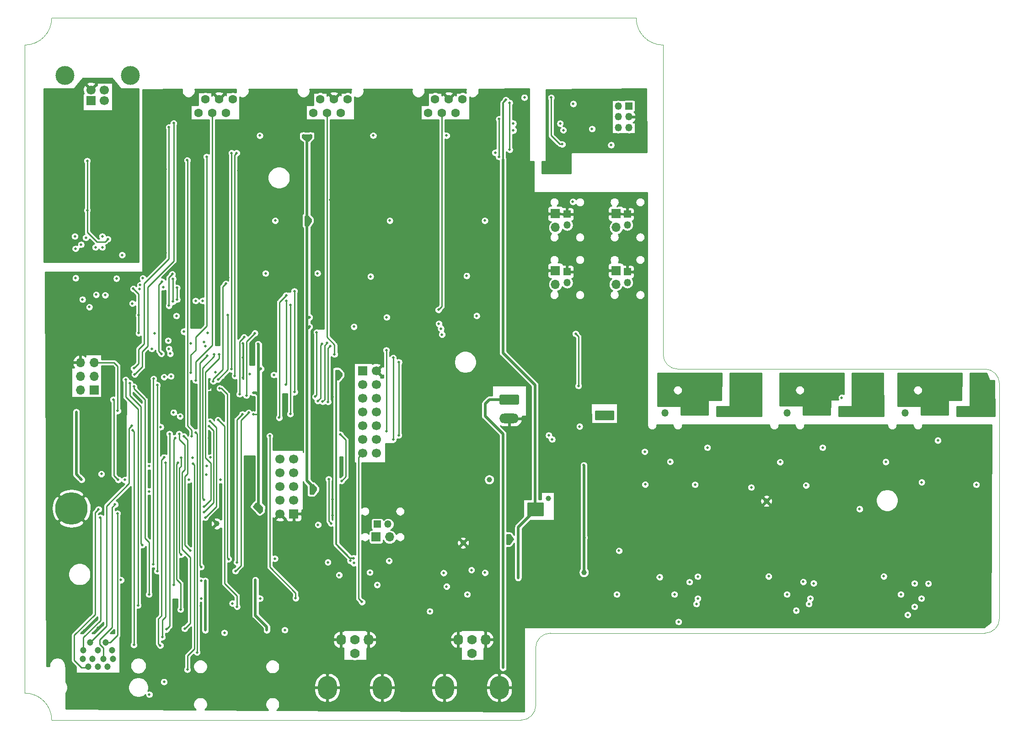
<source format=gbr>
G04 #@! TF.GenerationSoftware,KiCad,Pcbnew,(5.1.4)-1*
G04 #@! TF.CreationDate,2020-03-11T17:26:50+00:00*
G04 #@! TF.ProjectId,FPS-2_v1_revB_II,4650532d-325f-4763-915f-726576425f49,v1_revB II*
G04 #@! TF.SameCoordinates,PX4c3f880PY8011fc8*
G04 #@! TF.FileFunction,Copper,L3,Inr*
G04 #@! TF.FilePolarity,Positive*
%FSLAX46Y46*%
G04 Gerber Fmt 4.6, Leading zero omitted, Abs format (unit mm)*
G04 Created by KiCad (PCBNEW (5.1.4)-1) date 2020-03-11 17:26:50*
%MOMM*%
%LPD*%
G04 APERTURE LIST*
%ADD10C,0.120000*%
%ADD11C,1.200000*%
%ADD12O,1.350000X1.350000*%
%ADD13R,1.350000X1.350000*%
%ADD14R,1.700000X1.700000*%
%ADD15O,1.700000X1.700000*%
%ADD16C,1.600000*%
%ADD17C,1.700000*%
%ADD18C,3.500000*%
%ADD19C,0.800000*%
%ADD20C,6.000000*%
%ADD21C,1.000000*%
%ADD22O,3.600000X1.800000*%
%ADD23C,0.100000*%
%ADD24C,1.800000*%
%ADD25O,3.556000X4.318000*%
%ADD26O,1.778000X2.032000*%
%ADD27C,1.778000*%
%ADD28C,0.500000*%
%ADD29C,0.500000*%
%ADD30C,0.250000*%
%ADD31C,0.300000*%
%ADD32C,0.350000*%
%ADD33C,0.230000*%
%ADD34C,0.254000*%
G04 APERTURE END LIST*
D10*
X77698000Y-16208600D02*
X77698000Y-26908600D01*
X77698000Y-16208600D02*
G75*
G02X80398000Y-13508600I2700000J0D01*
G01*
X160848000Y-13508600D02*
X80398000Y-13508600D01*
X77698000Y-26908600D02*
G75*
G02X74998000Y-29608600I-2700000J0D01*
G01*
X163548000Y-10808600D02*
G75*
G02X160848000Y-13508600I-2700000J0D01*
G01*
X160848000Y35391400D02*
G75*
G02X163548000Y32691400I0J-2700000D01*
G01*
X160848000Y35391400D02*
X103998000Y35391400D01*
X163548000Y32691400D02*
X163548000Y-10808600D01*
X-11902000Y100391400D02*
X96298000Y100391400D01*
X-16902000Y-24608600D02*
X-16902000Y95391400D01*
X74998000Y-29608600D02*
X-11902000Y-29608600D01*
X103998000Y35391400D02*
G75*
G02X101298000Y38091400I0J2700000D01*
G01*
X101298000Y95391400D02*
X101298000Y38091400D01*
X-11902000Y-29608600D02*
G75*
G03X-16902000Y-24608600I-5000000J0D01*
G01*
X96298000Y100391400D02*
G75*
G03X101298000Y95391400I5000000J0D01*
G01*
X-16902000Y95391400D02*
G75*
G03X-11902000Y100391400I0J5000000D01*
G01*
D11*
X-2365500Y-18233100D03*
X-4365500Y-18233100D03*
X-3365500Y-16633100D03*
X-715500Y-16633100D03*
X-565500Y-18233100D03*
X-1615500Y-19733100D03*
X-3365500Y-19733100D03*
X-5115500Y-19733100D03*
X-6165500Y-18233100D03*
X-6065500Y-16633100D03*
X-4815500Y-15233100D03*
X-1915500Y-15233100D03*
D12*
X83502500Y62067400D03*
D13*
X83502500Y64067400D03*
D12*
X83502500Y51399400D03*
D13*
X83502500Y53399400D03*
D14*
X81343500Y64149400D03*
D15*
X81343500Y61609400D03*
D14*
X81343500Y53629400D03*
D15*
X81343500Y51089400D03*
D13*
X94970600Y84099400D03*
D12*
X92970600Y84099400D03*
X94970600Y82099400D03*
X92970600Y82099400D03*
X94970600Y80099400D03*
X92970600Y80099400D03*
D16*
X20345000Y82854800D03*
X15265000Y82854800D03*
X17805000Y82854800D03*
X16535000Y85394800D03*
X21615000Y85394800D03*
X19075000Y85394800D03*
X41617500Y82854800D03*
X36537500Y82854800D03*
X39077500Y82854800D03*
X37807500Y85394800D03*
X42887500Y85394800D03*
X40347500Y85394800D03*
X62890000Y82854800D03*
X57810000Y82854800D03*
X60350000Y82854800D03*
X59080000Y85394800D03*
X64160000Y85394800D03*
X61620000Y85394800D03*
D14*
X48133000Y4292600D03*
D15*
X50673000Y4292600D03*
D12*
X50336200Y6680200D03*
D13*
X48336200Y6680200D03*
D17*
X30358000Y18751400D03*
X32898000Y18751400D03*
X30358000Y16211400D03*
X32898000Y16211400D03*
X30358000Y13671400D03*
X32898000Y13671400D03*
X30358000Y11131400D03*
X32898000Y11131400D03*
X30358000Y8591400D03*
D14*
X32898000Y8591400D03*
X-4652000Y85091400D03*
D17*
X-2152000Y85091400D03*
X-2152000Y87091400D03*
X-4652000Y87091400D03*
D18*
X-9422000Y89801400D03*
X2618000Y89801400D03*
D19*
X-6661010Y11182390D03*
X-8252000Y11841400D03*
X-9842990Y11182390D03*
X-10502000Y9591400D03*
X-9842990Y8000410D03*
X-8252000Y7341400D03*
X-6661010Y8000410D03*
X-6002000Y9591400D03*
D20*
X-8252000Y9591400D03*
D12*
X146050000Y27235400D03*
D13*
X146050000Y29235400D03*
D12*
X124206000Y27235400D03*
D13*
X124206000Y29235400D03*
D12*
X101600000Y27235400D03*
D13*
X101600000Y29235400D03*
D21*
X80010000Y11455400D03*
X18669000Y6756400D03*
X120396000Y10947400D03*
X69088000Y14935200D03*
X64262000Y3200400D03*
X86614000Y-2260600D03*
D22*
X72798000Y26231400D03*
D23*
G36*
X74372504Y30630196D02*
G01*
X74396773Y30626596D01*
X74420571Y30620635D01*
X74443671Y30612370D01*
X74465849Y30601880D01*
X74486893Y30589267D01*
X74506598Y30574653D01*
X74524777Y30558177D01*
X74541253Y30539998D01*
X74555867Y30520293D01*
X74568480Y30499249D01*
X74578970Y30477071D01*
X74587235Y30453971D01*
X74593196Y30430173D01*
X74596796Y30405904D01*
X74598000Y30381400D01*
X74598000Y29081400D01*
X74596796Y29056896D01*
X74593196Y29032627D01*
X74587235Y29008829D01*
X74578970Y28985729D01*
X74568480Y28963551D01*
X74555867Y28942507D01*
X74541253Y28922802D01*
X74524777Y28904623D01*
X74506598Y28888147D01*
X74486893Y28873533D01*
X74465849Y28860920D01*
X74443671Y28850430D01*
X74420571Y28842165D01*
X74396773Y28836204D01*
X74372504Y28832604D01*
X74348000Y28831400D01*
X71248000Y28831400D01*
X71223496Y28832604D01*
X71199227Y28836204D01*
X71175429Y28842165D01*
X71152329Y28850430D01*
X71130151Y28860920D01*
X71109107Y28873533D01*
X71089402Y28888147D01*
X71071223Y28904623D01*
X71054747Y28922802D01*
X71040133Y28942507D01*
X71027520Y28963551D01*
X71017030Y28985729D01*
X71008765Y29008829D01*
X71002804Y29032627D01*
X70999204Y29056896D01*
X70998000Y29081400D01*
X70998000Y30381400D01*
X70999204Y30405904D01*
X71002804Y30430173D01*
X71008765Y30453971D01*
X71017030Y30477071D01*
X71027520Y30499249D01*
X71040133Y30520293D01*
X71054747Y30539998D01*
X71071223Y30558177D01*
X71089402Y30574653D01*
X71109107Y30589267D01*
X71130151Y30601880D01*
X71152329Y30612370D01*
X71175429Y30620635D01*
X71199227Y30626596D01*
X71223496Y30630196D01*
X71248000Y30631400D01*
X74348000Y30631400D01*
X74372504Y30630196D01*
X74372504Y30630196D01*
G37*
D24*
X72798000Y29731400D03*
D17*
X48188000Y19801400D03*
X45648000Y19801400D03*
X48188000Y22341400D03*
X45648000Y22341400D03*
X48188000Y24881400D03*
X45648000Y24881400D03*
X48188000Y27421400D03*
X45648000Y27421400D03*
X48188000Y29961400D03*
X45648000Y29961400D03*
X48188000Y32501400D03*
X45648000Y32501400D03*
X48188000Y35041400D03*
D14*
X45648000Y35041400D03*
D25*
X60818000Y-23598600D03*
X70978000Y-23598600D03*
D26*
X63358000Y-14708600D03*
X68438000Y-14708600D03*
D27*
X65898000Y-14708600D03*
X65898000Y-17248600D03*
D25*
X39118000Y-23598600D03*
X49278000Y-23598600D03*
D26*
X41658000Y-14708600D03*
X46738000Y-14708600D03*
D27*
X44198000Y-14708600D03*
X44198000Y-17248600D03*
D14*
X92530000Y53629400D03*
D15*
X92530000Y51089400D03*
D14*
X92570000Y64149400D03*
D15*
X92570000Y61609400D03*
D12*
X94648000Y62067400D03*
D13*
X94648000Y64067400D03*
D12*
X94648000Y51399400D03*
D13*
X94648000Y53399400D03*
D15*
X-6604000Y36601400D03*
X-4064000Y36601400D03*
X-6604000Y34061400D03*
X-4064000Y34061400D03*
X-6604000Y31521400D03*
D14*
X-4064000Y31521400D03*
D28*
X6159500Y-24866600D03*
X8890000Y-22517100D03*
X134348000Y30091400D03*
X84548000Y66391400D03*
X36118800Y13741400D03*
X36118800Y12420600D03*
X36830000Y13233400D03*
X35180500Y63424400D03*
X35180500Y62224400D03*
X35880500Y62924400D03*
X36004500Y78701900D03*
X34734500Y78701900D03*
X16518000Y-12958600D03*
X-6382000Y14921400D03*
X66754000Y45251400D03*
X74448000Y-3276600D03*
X15748000Y-3784600D03*
X16510000Y-3784600D03*
X-7366000Y27457400D03*
X-508000Y29743400D03*
X26822400Y35458400D03*
X25400000Y31013400D03*
X19304000Y14891400D03*
X78460600Y10312400D03*
X6096000Y12725400D03*
X13462000Y14891400D03*
X76581000Y10248900D03*
X3200400Y50266600D03*
X78460600Y8712200D03*
X76517500Y8597900D03*
X26398000Y9091400D03*
X25798000Y-3658600D03*
X27898000Y-12958600D03*
X65798000Y-1808600D03*
X60648000Y-2358600D03*
X7148000Y42041400D03*
X16948000Y42091400D03*
X12548000Y42341400D03*
X98000Y52166400D03*
X25908000Y10337800D03*
X25425400Y27025600D03*
X26898600Y9779000D03*
X35369500Y78066900D03*
X35814000Y43241400D03*
X35814000Y44991400D03*
X26298000Y40030400D03*
X4191000Y42062400D03*
X4191000Y45364400D03*
X77548000Y9310900D03*
X37401500Y6565900D03*
X29464000Y62890400D03*
X68262500Y62890400D03*
X50673000Y62890400D03*
X47610500Y78652900D03*
X26606500Y78638400D03*
X50088800Y44983400D03*
X1625600Y14891400D03*
X406400Y14909800D03*
X914400Y-3657600D03*
X75604600Y85688400D03*
X61188600Y78638400D03*
X72847200Y84683600D03*
X72161400Y85242400D03*
X72847200Y76047600D03*
X-7493000Y52247800D03*
X-3810000Y60477400D03*
X-1270000Y57683400D03*
X-6858000Y72161400D03*
X-1652000Y72091400D03*
X-3810000Y72161400D03*
X-2540000Y78536800D03*
X508000Y83083400D03*
X3302000Y75971400D03*
X3556000Y59715400D03*
X-12776200Y57683400D03*
X-12446000Y61239400D03*
X-12700000Y65811400D03*
X-12700000Y70129400D03*
X-12446000Y75209400D03*
X-12700000Y80289400D03*
X-12700000Y86639400D03*
X3810000Y86893400D03*
X-1270000Y66319400D03*
X-7366000Y66573400D03*
X3556000Y57175400D03*
X3556000Y62001400D03*
X3556000Y66065400D03*
X3556000Y71399400D03*
X-10160000Y72923400D03*
X-10414000Y67843400D03*
X-10414000Y63271400D03*
X1524000Y67843400D03*
X-4052000Y76491400D03*
X-6959600Y77978000D03*
X-11176000Y76733400D03*
X-10702000Y59641400D03*
X-6172200Y80822800D03*
X-7752000Y86893400D03*
X1048000Y86891400D03*
X2032000Y73431400D03*
X-508000Y60477400D03*
X2298000Y55466400D03*
X-11125200Y55753000D03*
X-8877000Y58441400D03*
X-11268000Y82575400D03*
X-3452000Y83083400D03*
X-10652000Y85291400D03*
X-6352000Y88491400D03*
X-452000Y88491400D03*
X-3352000Y88891400D03*
X-152000Y84691400D03*
X-4252000Y78591400D03*
X3352800Y78943200D03*
X3810000Y82651600D03*
X-6654800Y84353400D03*
X304800Y27660600D03*
X8382000Y38227000D03*
X8509000Y51587400D03*
X9779000Y39141400D03*
X6604000Y39141400D03*
X8763000Y50571400D03*
X20320000Y51206400D03*
X17983200Y33147000D03*
X18872200Y33477200D03*
X20675600Y45415200D03*
X14027000Y22942400D03*
X13182600Y74066400D03*
X70891400Y81686400D03*
X70891400Y74701400D03*
X6858000Y-736600D03*
X41298000Y-2758600D03*
X6959600Y33604200D03*
X7620000Y-2006600D03*
X48348000Y-4558600D03*
X7620000Y32435800D03*
X4064000Y-8356600D03*
X58098000Y-9458600D03*
X1778000Y33426400D03*
X15748000Y-1244600D03*
X61198000Y-4858600D03*
X16891000Y37871400D03*
X46990000Y-2260600D03*
X22098000Y-2006600D03*
X24548000Y27341400D03*
X39218000Y-380600D03*
X23398000Y27041400D03*
X22352000Y-381000D03*
X13843000Y34696400D03*
X16764000Y74701400D03*
X70180200Y75463400D03*
X6096000Y17424400D03*
X-2717700Y15976700D03*
X71648000Y-19908600D03*
X4826000Y2819400D03*
X2540000Y32791400D03*
X68298000Y-2308600D03*
X65024000Y-6324600D03*
X6096000Y-6324600D03*
X3302000Y32156400D03*
X50038000Y23901400D03*
X10027000Y38246400D03*
X50038000Y38887400D03*
X85809600Y24773400D03*
X51308000Y22377400D03*
X24765000Y34442400D03*
X51308000Y37490400D03*
X80721200Y22377400D03*
X52324000Y23139400D03*
X29210000Y34315400D03*
X52348000Y36691400D03*
X80111600Y23139400D03*
X37290000Y53125400D03*
X64897000Y52666900D03*
X47117000Y52539900D03*
X27686000Y53111400D03*
X162204400Y27025600D03*
X158546800Y32131000D03*
X158800800Y27051000D03*
X162204400Y31546800D03*
X156133800Y28194000D03*
X162255200Y29413200D03*
X160096200Y28575000D03*
X161188400Y33629600D03*
X158623000Y34290000D03*
X159943800Y32867600D03*
X145288000Y-6324600D03*
X124206000Y-6324600D03*
X103378000Y-6324600D03*
X92710000Y-6324600D03*
X-5334000Y73939400D03*
X-5334000Y64795400D03*
X-1524000Y59461400D03*
X-7502000Y57691400D03*
X1123000Y56516400D03*
X149138000Y14441400D03*
X127738000Y13861400D03*
X97875500Y20093900D03*
X97958000Y14041400D03*
X107188000Y13995400D03*
X117602000Y13487400D03*
X159258000Y13995400D03*
X152146000Y22191400D03*
X130810000Y20853400D03*
X109474000Y20853400D03*
X137648000Y9491400D03*
X116484400Y33477200D03*
X116916200Y28575000D03*
X113563400Y28067000D03*
X118795800Y32334200D03*
X114223800Y32029400D03*
X111582200Y27584400D03*
X115620800Y27051000D03*
X119024400Y27025600D03*
X119075200Y29413200D03*
X119100600Y34239200D03*
X114325400Y34086800D03*
X134188200Y27584400D03*
X136829800Y32029400D03*
X141630400Y31546800D03*
X135966200Y27406600D03*
X140081000Y28067000D03*
X141681200Y29413200D03*
X138226800Y27051000D03*
X141706600Y34239200D03*
X136931400Y34086800D03*
X137566400Y29006800D03*
X139014200Y33045400D03*
X141630400Y27025600D03*
X-5588000Y59715400D03*
X-2540000Y59969400D03*
X-3810000Y57937400D03*
X-6481000Y58445400D03*
X-2540000Y57937400D03*
X-7620000Y59969400D03*
X11848000Y26641400D03*
X10648000Y27352400D03*
X-2006600Y49098200D03*
X4318000Y50190400D03*
X-3683000Y49174400D03*
X10541000Y52095400D03*
X10541000Y47904400D03*
X-4952000Y46891400D03*
X9779000Y47142400D03*
X10414000Y52984400D03*
X-6223000Y48285400D03*
X3022600Y47548800D03*
X11303000Y48285400D03*
X11303000Y50444400D03*
X14732000Y48031400D03*
X32258000Y47269400D03*
X32248000Y27091400D03*
X16002000Y48031400D03*
X31496000Y48031400D03*
X31448000Y32491400D03*
X31496000Y49047400D03*
X30198000Y26391400D03*
X4445000Y50952400D03*
X33020000Y49809400D03*
X33048000Y31141400D03*
X4953000Y52222400D03*
X85598000Y32283400D03*
X85090000Y41935400D03*
X89098000Y26341400D03*
X90498000Y26941400D03*
X89048000Y27441400D03*
X91798000Y26291400D03*
X91848000Y27441400D03*
X26670000Y-7086600D03*
X15748000Y-7086600D03*
X17448000Y19041400D03*
X20066000Y-13436600D03*
X9144000Y18059400D03*
X8559800Y-14224000D03*
X31242000Y-12928600D03*
X8890000Y19055400D03*
X8191500Y-15786100D03*
X16256000Y11201400D03*
X-203200Y10337800D03*
X18186400Y38125400D03*
X16256000Y9931400D03*
X-3251200Y9423400D03*
X19050000Y38100000D03*
X16510000Y7899400D03*
X-2895600Y7899400D03*
X17411700Y25717500D03*
X16256000Y8915400D03*
X254000Y8661400D03*
X17195800Y24790400D03*
X2921000Y24917400D03*
X14732000Y23647400D03*
X14986000Y-17056100D03*
X13208000Y-20231100D03*
X14248000Y17841400D03*
X3302000Y-15659100D03*
X3048000Y24028400D03*
X41511500Y34406400D03*
X40811500Y34906400D03*
X40811500Y33706400D03*
X73198000Y3941400D03*
X72498000Y3241400D03*
X72498000Y4441400D03*
X29408000Y301400D03*
X43357800Y-76200D03*
X44018200Y-533400D03*
X43942000Y381000D03*
X50546000Y-101600D03*
X142118000Y-2978600D03*
X150378000Y-4318600D03*
X120808000Y-2978600D03*
X100618000Y-3118600D03*
X93098000Y1771400D03*
X129138000Y-4268600D03*
X142508000Y18211400D03*
X122938000Y18191400D03*
X102570500Y18238900D03*
X107696000Y-3022600D03*
X86698000Y4191400D03*
X86598000Y17591400D03*
X106172000Y-4038600D03*
X13716000Y1803400D03*
X12527000Y22966400D03*
X104140000Y-11404600D03*
X12700000Y-12674600D03*
X11684000Y23393400D03*
X127218000Y-4002600D03*
X12058564Y1062477D03*
X12058564Y18941964D03*
X11430000Y18059400D03*
X11938000Y-9118600D03*
X125918000Y-9306600D03*
X147828000Y-4292600D03*
X10668000Y-4546600D03*
X10922000Y22631400D03*
X9906000Y23393400D03*
X9321800Y-12801600D03*
X146558000Y-10108600D03*
X59748000Y43791400D03*
X16510000Y39649400D03*
X147828000Y-8610600D03*
X107442000Y-8102600D03*
X128270000Y-8102600D03*
X18872200Y25984200D03*
X149098000Y-7086600D03*
X107696000Y-7086600D03*
X128524000Y-7086600D03*
X33248000Y-7008600D03*
X28448000Y23012400D03*
X13862843Y40124361D03*
X9652000Y40665400D03*
X19198000Y31841400D03*
X20828000Y215900D03*
X118287800Y24866600D03*
X140055600Y23418800D03*
X-8636000Y-26898600D03*
X-8382000Y-22580600D03*
X40055800Y8280400D03*
X40055800Y11277600D03*
X39698000Y-12858600D03*
X24498000Y18991400D03*
X36512500Y16027400D03*
X35433000Y4787900D03*
X44018200Y-2717800D03*
X65648000Y-7823200D03*
X59055000Y-1879600D03*
X69698000Y-6358600D03*
X65998000Y-21258600D03*
X43148000Y31841400D03*
X146248000Y13491400D03*
X82169000Y55905400D03*
X80750000Y30250000D03*
X89662000Y39841400D03*
X86400000Y36291400D03*
X92887800Y19151600D03*
X84328000Y18313400D03*
X151638000Y9423400D03*
X73101200Y20193000D03*
X67564000Y25679400D03*
X93980000Y41173400D03*
X97348000Y28641400D03*
X-11684000Y33553400D03*
X85852000Y42951400D03*
X97970000Y40591400D03*
X97866000Y38201400D03*
X92456000Y43459400D03*
X40132000Y43967400D03*
X38049200Y47929800D03*
X44032000Y49391400D03*
X85598000Y8661400D03*
X82550000Y4597400D03*
X80010000Y5613400D03*
X72390000Y34061400D03*
X74218800Y48691800D03*
X84448000Y58791400D03*
X79148000Y53591400D03*
X12446000Y34823400D03*
X-12446000Y42697400D03*
X-12452000Y48466400D03*
X-9652000Y44983400D03*
X-12509500Y-18389600D03*
X-8382000Y-19278600D03*
X141859000Y24866600D03*
X6096000Y5105400D03*
X6096000Y7137400D03*
X6096000Y11201400D03*
X1397000Y44856400D03*
X23304500Y50634900D03*
X18542000Y52857400D03*
X8382000Y86639400D03*
X5588000Y86639400D03*
X5588000Y82067400D03*
X5588000Y74701400D03*
X5588000Y69621400D03*
X5588000Y64287400D03*
X5588000Y59207400D03*
X5588000Y55143400D03*
X9144000Y72415400D03*
X8890000Y66573400D03*
X8636000Y61747400D03*
X9144000Y56921400D03*
X8382000Y79019400D03*
X26314400Y86182200D03*
X46863000Y72161400D03*
X42672000Y50825400D03*
X55372000Y47142400D03*
X58166000Y51079400D03*
X113284000Y24790400D03*
X120878600Y24892000D03*
X113792000Y21107400D03*
X134620000Y21107400D03*
X156718000Y21107400D03*
X122174000Y16027400D03*
X79048000Y65291400D03*
X82042000Y67589400D03*
X157226000Y1041400D03*
X161036000Y-11531600D03*
X161290000Y-2006600D03*
X158496000Y-6832600D03*
X148844000Y-10642600D03*
X153924000Y-8864600D03*
X136652000Y1041400D03*
X144780000Y533400D03*
X140335000Y1295400D03*
X141248000Y6491400D03*
X138248000Y10791400D03*
X157226000Y6883400D03*
X157480000Y12725400D03*
X154686000Y9423400D03*
X161671000Y13614400D03*
X161671000Y8280400D03*
X161544000Y3581400D03*
X155702000Y16027400D03*
X159766000Y16027400D03*
X161671000Y18821400D03*
X133858000Y9423400D03*
X132842000Y11709400D03*
X127254000Y9423400D03*
X124206000Y9423400D03*
X121158000Y8915400D03*
X119634000Y6629400D03*
X122682000Y6883400D03*
X124448000Y1541400D03*
X121920000Y533400D03*
X119634000Y-228600D03*
X119634000Y2057400D03*
X122174000Y3327400D03*
X120142000Y4597400D03*
X131064000Y4343400D03*
X125984000Y4089400D03*
X134366000Y4089400D03*
X136652000Y7137400D03*
X136448000Y9491400D03*
X153670000Y-4546600D03*
X149098000Y-5308600D03*
X90678000Y5105400D03*
X98044000Y9169400D03*
X102870000Y9169400D03*
X102870000Y6883400D03*
X110236000Y4343400D03*
X104394000Y25400D03*
X99822000Y279400D03*
X100076000Y3073400D03*
X96266000Y3327400D03*
X90424000Y2819400D03*
X93726000Y4089400D03*
X96774000Y6121400D03*
X98552000Y4851400D03*
X99822000Y7645400D03*
X85344000Y2819400D03*
X80518000Y2819400D03*
X76454000Y5105400D03*
X70248000Y-2358600D03*
X68098000Y-758600D03*
X69850000Y2819400D03*
X66294000Y2819400D03*
X61722000Y4470400D03*
X63881000Y6248400D03*
X58547000Y6629400D03*
X69088000Y6375400D03*
X-11684000Y-14452600D03*
X-12192000Y-9880600D03*
X-11938000Y-4800600D03*
X-11938000Y279400D03*
X-11938000Y5105400D03*
X-12192000Y9677400D03*
X-12065000Y18059400D03*
X-8763000Y20853400D03*
X-12192000Y24409400D03*
X-6502400Y-8255000D03*
X-8382000Y-12166600D03*
X8890000Y-26898600D03*
X4318000Y-26898600D03*
X762000Y-24104600D03*
X13462000Y4089400D03*
X25146000Y6629400D03*
X4572000Y-10388600D03*
X4572000Y-15722600D03*
X22098000Y-26390600D03*
X21590000Y-20548600D03*
X22352000Y-22580600D03*
X22606000Y-16992600D03*
X9652000Y-18262600D03*
X22606000Y-13944600D03*
X26924000Y-13944600D03*
X31242000Y-24866600D03*
X28194000Y-16738600D03*
X44548000Y-21008600D03*
X54498000Y-21108600D03*
X61398000Y-18808600D03*
X74676000Y-26898600D03*
X74676000Y-19024600D03*
X74930000Y-12293600D03*
X70548000Y-13058600D03*
X64548000Y-12758600D03*
X49598000Y-13258600D03*
X50038000Y-16738600D03*
X54864000Y-16738600D03*
X59182000Y-16738600D03*
X53086000Y-14452600D03*
X57404000Y-13690600D03*
X38498000Y-18308600D03*
X42848000Y-12808600D03*
X36068000Y-12928600D03*
X36576000Y-16230600D03*
X97282000Y25425400D03*
X94234000Y25425400D03*
X97790000Y45237400D03*
X96266000Y57683400D03*
X51054000Y86385400D03*
X58166000Y86944200D03*
X29972000Y81559400D03*
X54356000Y82702400D03*
X42672000Y72669400D03*
X72898000Y68160900D03*
X72946000Y62155400D03*
X72946000Y57075400D03*
X72876000Y53011400D03*
X70459600Y49758600D03*
X68834000Y45491400D03*
X69342000Y41935400D03*
X69342000Y37109400D03*
X69342000Y31267400D03*
X68148000Y33091400D03*
X62748000Y32791400D03*
X58166000Y31775400D03*
X54864000Y35077400D03*
X54948000Y39291400D03*
X58166000Y36093400D03*
X60960000Y39141400D03*
X66248000Y41391400D03*
X66421000Y59842400D03*
X69342000Y52603400D03*
X68834000Y55651400D03*
X69215000Y72796400D03*
X69532500Y69557900D03*
X78740000Y50571400D03*
X70231000Y60350400D03*
X78748000Y47891400D03*
X82042000Y48031400D03*
X84455000Y48158400D03*
X84328000Y43840400D03*
X86868000Y45339000D03*
X89535000Y46253400D03*
X94869000Y48412400D03*
X87648000Y63991400D03*
X81248000Y42443400D03*
X75057000Y33299400D03*
X75692000Y44475400D03*
X79248000Y45191400D03*
X57658000Y19329400D03*
X52578000Y16408400D03*
X46863000Y16408400D03*
X-9652000Y-7008600D03*
X-9398000Y13614400D03*
X-6096000Y22377400D03*
X-6223000Y19075400D03*
X10668000Y25552400D03*
X10033000Y29108400D03*
X8382000Y30632400D03*
X9652000Y32410400D03*
X56261000Y14757400D03*
X50139600Y17907000D03*
X54864000Y28727400D03*
X53594000Y18821400D03*
X37693600Y14046200D03*
X80264000Y-12166600D03*
X85344000Y-12166600D03*
X90297000Y-12166600D03*
X94615000Y-12166600D03*
X98679000Y-12166600D03*
X103378000Y-12166600D03*
X108204000Y-12166600D03*
X113157000Y-12166600D03*
X118745000Y-12166600D03*
X124079000Y-12166600D03*
X130683000Y-12166600D03*
X135763000Y-12166600D03*
X141097000Y-12166600D03*
X146177000Y-12166600D03*
X151638000Y-12166600D03*
X157353000Y-12039600D03*
X161671000Y-6705600D03*
X158750000Y22631400D03*
X150241000Y18440400D03*
X142367000Y16154400D03*
X146177000Y16027400D03*
X134175500Y15646400D03*
X137414000Y15900400D03*
X115951000Y15900400D03*
X104902000Y15646400D03*
X108966000Y18948400D03*
X100965000Y16027400D03*
X95250000Y16281400D03*
X89916000Y8915400D03*
X84709000Y13487400D03*
X102743000Y21107400D03*
X99060000Y21107400D03*
X100584000Y18948400D03*
X124358400Y21107400D03*
X120269000Y21107400D03*
X117221000Y21107400D03*
X119253000Y18821400D03*
X135128000Y19075400D03*
X138938000Y21234400D03*
X144272000Y21234400D03*
X149606000Y23647400D03*
X147574000Y9423400D03*
X138348000Y13491400D03*
X144448000Y7091400D03*
X141605000Y3581400D03*
X114300000Y6121400D03*
X116078000Y8407400D03*
X115697000Y13360400D03*
X119634000Y13487400D03*
X123571000Y13487400D03*
X100584000Y13360400D03*
X95123000Y13487400D03*
X91186000Y16408400D03*
X75438000Y21361400D03*
X65659000Y19964400D03*
X25248000Y15491400D03*
X21548000Y10441400D03*
X21463000Y5232400D03*
X18796000Y8534400D03*
X18669000Y3962400D03*
X13589000Y7137400D03*
X13589000Y12598400D03*
X19304000Y12852400D03*
X18542000Y-101600D03*
X16383000Y5486400D03*
X44450000Y-25628600D03*
X55626000Y-27152600D03*
X8509000Y26822400D03*
X8382000Y23266400D03*
X101346000Y24790400D03*
X108331000Y21107400D03*
X87071200Y26797000D03*
X83058000Y26644600D03*
X22400000Y-8600000D03*
X76327000Y29997400D03*
X57785000Y21488400D03*
X57912000Y24917400D03*
X58674000Y27584400D03*
X62230000Y26591400D03*
X65659000Y17805400D03*
X78948000Y19491400D03*
X69342000Y16662400D03*
X78948000Y14591400D03*
X81280000Y11455400D03*
X78548000Y11691400D03*
X73398000Y6491400D03*
X63373000Y14249400D03*
X59298000Y14091400D03*
X65913000Y15011400D03*
X25146000Y37109400D03*
X18669000Y44856400D03*
X15298000Y43466400D03*
X23495000Y44602400D03*
X-1651000Y37617400D03*
X1879600Y35483800D03*
X33020000Y54254400D03*
X40767000Y47015400D03*
X14859000Y53492400D03*
X28194000Y58191400D03*
X85852000Y30759400D03*
X95123000Y30886400D03*
X94996000Y33934400D03*
X90424000Y36474400D03*
X78848000Y24991400D03*
X89535000Y31013400D03*
X91440000Y32537400D03*
X96774000Y-7823200D03*
X100711000Y-7823200D03*
X100838000Y-6324600D03*
X98171000Y-6451600D03*
X109601000Y-7721600D03*
X108585000Y-9245600D03*
X98933000Y-9372600D03*
X113538000Y-9245600D03*
X119380000Y-9245600D03*
X124460000Y-9118600D03*
X121412000Y-7721600D03*
X115697000Y-7721600D03*
X108712000Y-6324600D03*
X114681000Y-6324600D03*
X120904000Y-6324600D03*
X128651000Y-9499600D03*
X134239000Y-9499600D03*
X139446000Y-9499600D03*
X144780000Y-9499600D03*
X130937000Y-7721600D03*
X136398000Y-7721600D03*
X141986000Y-7721600D03*
X141732000Y-6324600D03*
X134493000Y-6324600D03*
X111506000Y-3657600D03*
X115697000Y-3784600D03*
X139954000Y-4165600D03*
X132588000Y-4546600D03*
X136525000Y-4038600D03*
X88011000Y-9372600D03*
X79883000Y-9372600D03*
X73025000Y-9372600D03*
X69215000Y-9372600D03*
X83947000Y-7823200D03*
X90678000Y-6197600D03*
X80645000Y-6324600D03*
X74168000Y-6324600D03*
X53721000Y-4800600D03*
X52070000Y-2895600D03*
X49657000Y-2133600D03*
X94361000Y-9372600D03*
X79883000Y-609600D03*
X73152000Y12725400D03*
X73075800Y16052800D03*
X14605000Y31775400D03*
X14351000Y29362400D03*
X12446000Y31140400D03*
X55499000Y-2768600D03*
X65913000Y-26009600D03*
X5080000Y1168400D03*
X5080000Y-2387600D03*
X3810000Y30251400D03*
X-2159000Y31521400D03*
X-762000Y35585400D03*
X1066800Y32283400D03*
X1270000Y28346400D03*
X23495000Y37490400D03*
X23495000Y33807400D03*
X10668000Y-9118600D03*
X7239000Y-4800600D03*
X10922000Y-7467600D03*
X63119000Y-9372600D03*
X12242800Y25400D03*
X76898500Y-3086100D03*
X1143000Y22567900D03*
X19494500Y-24803100D03*
X9207500Y-24739600D03*
X17780000Y-22834600D03*
X8890000Y-19850100D03*
X13843000Y-22517100D03*
X-2794000Y-26390600D03*
X-3619500Y-23469600D03*
X-2540000Y10947400D03*
X48818800Y55118000D03*
X51460400Y59156600D03*
X53949600Y57581800D03*
X19075400Y55092600D03*
X75819000Y39395400D03*
X9207500Y-16548100D03*
X914400Y-18643600D03*
X130581400Y23444200D03*
X129336800Y21158200D03*
X131148000Y9391400D03*
X110148000Y9391400D03*
X78548000Y58391400D03*
X81048000Y39591400D03*
X76648000Y51991400D03*
X75844400Y55702200D03*
X76548000Y59591400D03*
X75780900Y63093600D03*
X75869800Y65925700D03*
X135748000Y13391400D03*
X-7152000Y4491400D03*
X39648000Y66691400D03*
X14938000Y57429400D03*
X14298000Y25791400D03*
X28248000Y37041400D03*
X19248000Y30841400D03*
X17248000Y22591400D03*
X19198000Y26641400D03*
X27635200Y330200D03*
X18998000Y39991400D03*
X49657000Y-7797800D03*
X76835000Y-7823200D03*
X69748000Y-7823200D03*
X53594000Y-7797800D03*
X91598000Y21741400D03*
X89250000Y22750000D03*
X132098000Y-1408600D03*
X132998000Y-3308600D03*
X124798000Y-808600D03*
X97748000Y32091400D03*
X140648000Y19091400D03*
X85048000Y16841400D03*
X26748000Y-18608600D03*
X34248000Y-21308600D03*
X27798000Y-23058600D03*
X69998000Y-17508600D03*
X58898000Y-7808600D03*
X62890400Y-7823200D03*
X-9252000Y48991400D03*
X-3835400Y53041400D03*
X-12002000Y52641400D03*
X4223000Y53041400D03*
X13208000Y23647400D03*
X32766000Y24282400D03*
X38100000Y19075400D03*
X41656000Y18821400D03*
X41656000Y16154400D03*
X55372000Y11201400D03*
X42545000Y9169400D03*
X56261000Y3479800D03*
X43053000Y3708400D03*
X24003000Y3708400D03*
X31877000Y3708400D03*
X51181000Y11226800D03*
X54229000Y9169400D03*
X51943000Y7391400D03*
X55245000Y7899400D03*
X62992000Y660400D03*
X72898000Y-2514600D03*
X52705000Y-1117600D03*
X24612600Y330200D03*
X11480800Y46431200D03*
X36779200Y11430000D03*
X46939200Y11226800D03*
X41910000Y11328400D03*
X38036500Y4279900D03*
X2413000Y4038600D03*
X2387600Y-4673600D03*
X2413000Y-2616200D03*
X2463800Y-12700000D03*
X1143000Y-16179800D03*
X2286000Y-20116800D03*
X5765800Y-20091400D03*
X-3352800Y-12522200D03*
X-5892800Y-13004800D03*
X-3124200Y-21107400D03*
X-5511800Y-21183600D03*
X43332400Y19354800D03*
X43281600Y16205200D03*
X41275000Y-482600D03*
X42291000Y24155400D03*
X35179000Y13360400D03*
X39992300Y31877000D03*
X40055800Y30264100D03*
X36283900Y35941000D03*
X36296600Y33566100D03*
X34124900Y34696400D03*
X27355800Y11823700D03*
X25438100Y12242800D03*
X23926800Y10096500D03*
X23977600Y13906500D03*
X161747200Y23444200D03*
X-1905000Y22631400D03*
X40767000Y79527400D03*
X12319000Y58953400D03*
X6096000Y15646400D03*
X67310000Y4724400D03*
X66040000Y8280400D03*
X63550800Y80238600D03*
X15192000Y67349400D03*
X39878000Y54381400D03*
X30124400Y55803800D03*
X61264800Y51282600D03*
X34137600Y45643800D03*
X34239200Y50063400D03*
X42113200Y39547800D03*
X88138000Y21005800D03*
X31940500Y59905900D03*
X36766500Y72224900D03*
X37973000Y68224400D03*
X49212500Y68541900D03*
X53784500Y70510400D03*
X54292500Y65811400D03*
X65151000Y68986400D03*
X64389000Y73494900D03*
X51562000Y73621900D03*
X12700000Y79019400D03*
X12065000Y70764400D03*
X12065000Y63779400D03*
X14287500Y63588900D03*
X15684500Y60540900D03*
X24765000Y60350400D03*
X33655000Y64541400D03*
X19050000Y71843900D03*
X15303500Y72986900D03*
X40068500Y71907400D03*
X56705500Y71716900D03*
X56324500Y73812400D03*
X52451000Y49999900D03*
X54419500Y51904900D03*
X46545500Y60350400D03*
X40449500Y58191400D03*
X37909500Y55016400D03*
X36449000Y58000900D03*
X38163500Y61175900D03*
X36449000Y64795400D03*
X25844500Y73431400D03*
X25781000Y68287900D03*
X59182000Y80225900D03*
X68834000Y86448900D03*
X29210000Y27203400D03*
X28892500Y32791400D03*
X39497000Y27838400D03*
X38100000Y-2768600D03*
X31305500Y-2705100D03*
X46482000Y-7848600D03*
X55562500Y-1117600D03*
X51498500Y-4800600D03*
X49593500Y-4610100D03*
X17145000Y-17056100D03*
X13081000Y-16548100D03*
X15684500Y-8420100D03*
X21285200Y-584200D03*
X12090400Y-13385800D03*
X50139600Y21412200D03*
X-3251200Y28676600D03*
X-10007600Y28930600D03*
X6096000Y19126200D03*
X5791200Y35941000D03*
X31343600Y30556200D03*
X28498800Y43865800D03*
X21488400Y19075400D03*
X17272000Y31115000D03*
X23520400Y40106600D03*
X2946400Y38176200D03*
X3708400Y40716200D03*
X42773600Y81356200D03*
X14325600Y81407000D03*
X16560800Y81407000D03*
X37642800Y81356200D03*
X18745200Y81407000D03*
X40487600Y81407000D03*
X24282400Y82169000D03*
X45770800Y82473800D03*
X50495200Y81864200D03*
X48514000Y84302600D03*
X28448000Y84201000D03*
X34442400Y85217000D03*
X54102000Y85471000D03*
X37236400Y86893400D03*
X9347200Y84201000D03*
X21336000Y21513800D03*
X6096000Y21717000D03*
X1574800Y17856200D03*
X1574800Y19481800D03*
X-457200Y-13385800D03*
X1828800Y-8610600D03*
X1066800Y-1143000D03*
X1574800Y6883400D03*
X1270000Y1803400D03*
X-4876800Y2463800D03*
X87503000Y66954400D03*
X97790000Y67843400D03*
X94742000Y66700400D03*
X90297000Y66700400D03*
X76708000Y69875400D03*
X74803000Y72796400D03*
X74422000Y86766400D03*
X76200000Y74447400D03*
X72771000Y39141400D03*
X72771000Y44602400D03*
X73736200Y82854800D03*
X73685400Y83947000D03*
X18364200Y34798000D03*
X22631400Y72110600D03*
X20751800Y52349400D03*
X38227000Y76149200D03*
X56769000Y76123800D03*
X27609800Y76149200D03*
X23977600Y76123800D03*
X14020800Y76555600D03*
X30556200Y79451200D03*
X67564000Y76149200D03*
X48133000Y76149200D03*
X62407800Y21590000D03*
X62382400Y19456400D03*
X70002400Y21285200D03*
X94437200Y9652000D03*
X157581600Y9525000D03*
X128295400Y23622000D03*
X152222200Y23444200D03*
X113563400Y18999200D03*
X1905000Y52476400D03*
X16535400Y-14986000D03*
X12242800Y-14960600D03*
X-8274200Y53041400D03*
X-1143000Y53035200D03*
X2235200Y11201400D03*
X80500000Y35000000D03*
X28100000Y-2900000D03*
X-8600000Y42600000D03*
X-400000Y40100000D03*
X-10900000Y37800000D03*
X45529500Y-7721600D03*
X21540000Y-8000000D03*
X100863400Y31369000D03*
X111429800Y34010600D03*
X111556800Y30048200D03*
X105054400Y27203400D03*
X109238000Y27781400D03*
X104089200Y29464000D03*
X105816400Y32004000D03*
X104216200Y33883600D03*
X107873800Y33985200D03*
X107048000Y28891400D03*
X101498400Y34086800D03*
X129641600Y28778200D03*
X126720600Y29489400D03*
X131869400Y27806800D03*
X123571000Y32181800D03*
X134061200Y34036000D03*
X128447800Y31851600D03*
X124129800Y34112200D03*
X130505200Y34010600D03*
X127748000Y27291400D03*
X126848000Y34091400D03*
X148539200Y29464000D03*
X155879800Y34010600D03*
X155905200Y30353000D03*
X148666200Y33883600D03*
X152323800Y33985200D03*
X145948400Y34086800D03*
X149504400Y27203400D03*
X153688000Y27781400D03*
X150444200Y31292800D03*
X145389600Y32156400D03*
X152120600Y28194000D03*
X16256000Y40411400D03*
X44043600Y43256200D03*
X22860000Y30759400D03*
X23698000Y41291400D03*
X24130000Y30505400D03*
X25698000Y42041400D03*
X36898000Y30291400D03*
X37148000Y42191400D03*
X38098000Y40091400D03*
X37325300Y29514800D03*
X60148000Y42891400D03*
X38248000Y29391400D03*
X39048000Y40191400D03*
X39624000Y39649400D03*
X60348000Y41791400D03*
X39243000Y29324300D03*
X16764000Y17424400D03*
X16698000Y15841400D03*
X14148000Y18991400D03*
X39370000Y15011400D03*
X39814500Y6819900D03*
X41757600Y14681200D03*
X8255000Y24663400D03*
X41529000Y23266400D03*
X9779000Y80162400D03*
X3302000Y35534600D03*
X11176000Y45237400D03*
X59690000Y46380400D03*
X10668000Y80924400D03*
X3454400Y34417000D03*
X10160000Y34061400D03*
X40449500Y38125400D03*
X14732000Y33299400D03*
X8890000Y33934400D03*
X80554600Y85660000D03*
X82600800Y77038200D03*
X84632800Y84505800D03*
X91643200Y76885800D03*
X79629000Y72161400D03*
X82677000Y72669400D03*
X84531200Y78714600D03*
X97409000Y77876400D03*
X97663000Y86766400D03*
X93980000Y86893400D03*
X90932000Y84226400D03*
X83947000Y83210400D03*
X81661000Y86131400D03*
X85725000Y86766400D03*
X86233000Y76860400D03*
X97917000Y82321400D03*
X81407000Y74828400D03*
X89865200Y86893400D03*
X86664800Y80162400D03*
X90805000Y81102200D03*
X89382600Y82423000D03*
X82626200Y78663800D03*
X83718400Y80162400D03*
X90805000Y75717400D03*
X97332800Y75971400D03*
X83820000Y75641200D03*
X94538800Y77393800D03*
X88120400Y79865400D03*
X82804000Y79629000D03*
X82219800Y80873600D03*
X73558400Y79603600D03*
X21996400Y34137600D03*
X22326600Y75387200D03*
X21399500Y35369500D03*
X73533000Y80873600D03*
X21386800Y75387200D03*
D29*
X16510000Y-3784600D02*
X16518000Y-3792600D01*
X16518000Y-3792600D02*
X16518000Y-12958600D01*
X-7366000Y15905400D02*
X-6382000Y14921400D01*
X-7366000Y27457400D02*
X-7366000Y15905400D01*
D30*
X26408000Y31701400D02*
X26328000Y31621400D01*
X26328000Y26021400D02*
X26416000Y25933400D01*
D29*
X26378000Y26733400D02*
X26398000Y9091400D01*
X25798000Y-10218600D02*
X25798000Y-3658600D01*
X27898000Y-12958600D02*
X27898000Y-12318600D01*
X27898000Y-12318600D02*
X25798000Y-10218600D01*
D30*
X26085800Y27025600D02*
X26378000Y26733400D01*
X25425400Y27025600D02*
X26085800Y27025600D01*
D29*
X26378000Y31000900D02*
X26378000Y26733400D01*
D30*
X26715500Y35438900D02*
X26408000Y35131400D01*
X26892700Y35438900D02*
X26715500Y35438900D01*
X26532500Y35468900D02*
X26862700Y35468900D01*
X26862700Y35468900D02*
X26892700Y35438900D01*
D29*
X35348000Y14715400D02*
X36830000Y13233400D01*
X35482000Y42909400D02*
X35814000Y43241400D01*
X35348000Y42909400D02*
X35348000Y14715400D01*
X35348000Y42909400D02*
X35482000Y42909400D01*
X35348000Y44687400D02*
X35348000Y42909400D01*
X35652000Y44991400D02*
X35348000Y44687400D01*
X35814000Y44991400D02*
X35652000Y44991400D01*
X25908000Y31013400D02*
X25400000Y31013400D01*
X26365200Y39963200D02*
X26365200Y30556200D01*
X26365200Y30556200D02*
X25908000Y31013400D01*
X26298000Y40030400D02*
X26365200Y39963200D01*
D30*
X4191000Y49276000D02*
X3200400Y50266600D01*
X4191000Y42062400D02*
X4191000Y49276000D01*
X4191000Y45364400D02*
X4243000Y45416400D01*
D29*
X74448000Y6147400D02*
X74448000Y-3276600D01*
X77548000Y9247400D02*
X74448000Y6147400D01*
X77548000Y9310900D02*
X77548000Y9247400D01*
X35348000Y68182400D02*
X35348000Y44687400D01*
X36004500Y78701900D02*
X35348000Y78045400D01*
X35348000Y78045400D02*
X35348000Y68182400D01*
D30*
X-362000Y29597400D02*
X-508000Y29743400D01*
X406400Y14909800D02*
X-362000Y15678200D01*
X-362000Y15678200D02*
X-362000Y29597400D01*
X72872600Y76073000D02*
X72847200Y76047600D01*
X72847200Y84683600D02*
X72872600Y84658200D01*
X72872600Y84658200D02*
X72872600Y76073000D01*
D31*
X71628000Y84709000D02*
X71628000Y71983600D01*
X72161400Y85242400D02*
X71628000Y84709000D01*
D29*
X77548000Y32459400D02*
X77548000Y9310900D01*
X71628000Y74168000D02*
X71628000Y38379400D01*
X71628000Y38379400D02*
X77548000Y32459400D01*
D30*
X-355600Y36601400D02*
X-4064000Y36601400D01*
X304800Y27660600D02*
X304800Y35941000D01*
X304800Y35941000D02*
X-355600Y36601400D01*
X8509000Y51587400D02*
X7874000Y50952400D01*
X7874000Y50952400D02*
X7874000Y38735000D01*
X7874000Y38735000D02*
X8382000Y38227000D01*
X19735800Y50622200D02*
X20320000Y51206400D01*
X19735800Y35280600D02*
X19735800Y50622200D01*
X17983200Y33147000D02*
X17983200Y33528000D01*
X17983200Y33528000D02*
X19735800Y35280600D01*
X20675600Y35280600D02*
X18872200Y33477200D01*
X20675600Y45415200D02*
X20675600Y35280600D01*
X13182600Y74066400D02*
X13208000Y74041000D01*
X13208000Y74041000D02*
X13208000Y24917400D01*
X13208000Y24917400D02*
X14027000Y24098400D01*
X14027000Y24098400D02*
X14027000Y22942400D01*
X70891400Y74701400D02*
X70891400Y81686400D01*
X6858000Y33502600D02*
X6959600Y33604200D01*
X6858000Y-736600D02*
X6858000Y33502600D01*
X7620000Y30378400D02*
X7620000Y-2006600D01*
X7620000Y32435800D02*
X7620000Y30378400D01*
X1778000Y30251400D02*
X4064000Y27965400D01*
X4064000Y27965400D02*
X4064000Y-8356600D01*
X1778000Y33426400D02*
X1778000Y30251400D01*
X15748000Y-1244600D02*
X15748000Y-1244600D01*
X15494000Y-990600D02*
X15748000Y-1244600D01*
X15494000Y36474400D02*
X15494000Y-990600D01*
X16891000Y37871400D02*
X15494000Y36474400D01*
X23114000Y-990600D02*
X22098000Y-2006600D01*
X24548000Y27341400D02*
X23114000Y25907400D01*
X23114000Y25907400D02*
X23114000Y-990600D01*
X22352000Y25995400D02*
X23398000Y27041400D01*
X22352000Y-381000D02*
X22352000Y25995400D01*
X13843000Y34696400D02*
X13843000Y37998400D01*
X14732000Y38887400D02*
X14732000Y41300400D01*
X13843000Y37998400D02*
X14732000Y38887400D01*
X16764000Y43332400D02*
X16764000Y74701400D01*
X14732000Y41300400D02*
X16764000Y43332400D01*
D29*
X68326000Y28981400D02*
X69088000Y29743400D01*
X71648000Y-19908600D02*
X71628000Y-19888600D01*
X71628000Y-19888600D02*
X71628000Y23393400D01*
X68326000Y26695400D02*
X68326000Y28981400D01*
X69088000Y29743400D02*
X69100000Y29731400D01*
X71628000Y23393400D02*
X68326000Y26695400D01*
X69100000Y29731400D02*
X72798000Y29731400D01*
D30*
X2540000Y32791400D02*
X2540000Y30505400D01*
X2540000Y30505400D02*
X4572000Y28473400D01*
X4572000Y3073400D02*
X4826000Y2819400D01*
X4572000Y28473400D02*
X4572000Y3073400D01*
X6096000Y3327400D02*
X6096000Y-6324600D01*
X5334000Y4089400D02*
X6096000Y3327400D01*
X3302000Y32156400D02*
X3302000Y31775400D01*
X3302000Y31775400D02*
X5334000Y29743400D01*
X5334000Y29743400D02*
X5334000Y4089400D01*
X50038000Y23901400D02*
X50038000Y38887400D01*
X51308000Y37490400D02*
X51308000Y22377400D01*
X52348000Y36691400D02*
X52324000Y36667400D01*
X52324000Y36667400D02*
X52324000Y23139400D01*
X-5334000Y73939400D02*
X-5334000Y65303400D01*
X-5334000Y65303400D02*
X-5334000Y64795400D01*
X-5334000Y60731400D02*
X-5334000Y65303400D01*
X-3556000Y58953400D02*
X-5334000Y60731400D01*
X-1524000Y59461400D02*
X-2032000Y58953400D01*
X-2032000Y58953400D02*
X-3556000Y58953400D01*
X10541000Y47904400D02*
X10541000Y52095400D01*
X9779000Y52349400D02*
X9779000Y47142400D01*
X10414000Y52984400D02*
X9779000Y52349400D01*
X11303000Y50444400D02*
X11303000Y48285400D01*
X32248000Y27091400D02*
X32258000Y27101400D01*
X32258000Y27101400D02*
X32258000Y47269400D01*
X31496000Y32539400D02*
X31496000Y48031400D01*
X31448000Y32491400D02*
X31496000Y32539400D01*
X30198000Y26391400D02*
X30226000Y26419400D01*
X30226000Y47777400D02*
X31496000Y49047400D01*
X30226000Y26419400D02*
X30226000Y47777400D01*
X33020000Y31169400D02*
X33020000Y49809400D01*
X33048000Y31141400D02*
X33020000Y31169400D01*
X85598000Y41427400D02*
X85090000Y41935400D01*
X85598000Y32283400D02*
X85598000Y41427400D01*
X9144000Y17170400D02*
X9144000Y18059400D01*
X9144000Y-10515600D02*
X9144000Y17170400D01*
X8559800Y-14224000D02*
X8559800Y-11099800D01*
X8559800Y-11099800D02*
X9144000Y-10515600D01*
X7848600Y-15443200D02*
X7848600Y-10845800D01*
X7848600Y-10845800D02*
X8382000Y-10312400D01*
X8382000Y-10312400D02*
X8382000Y18547400D01*
X8382000Y18547400D02*
X8890000Y19055400D01*
X8191500Y-15786100D02*
X7848600Y-15443200D01*
X-2365500Y-16252700D02*
X-2365500Y-18233100D01*
X-3048000Y-15570200D02*
X-2365500Y-16252700D01*
X-3048000Y-14706600D02*
X-3048000Y-15570200D01*
X-762000Y-12420600D02*
X-3048000Y-14706600D01*
X-203200Y10337800D02*
X-762000Y9779000D01*
X-762000Y9779000D02*
X-762000Y-12420600D01*
X18186400Y38125400D02*
X18186400Y37769800D01*
X16002000Y11455400D02*
X16256000Y11201400D01*
X18186400Y37769800D02*
X16002000Y35585400D01*
X16002000Y35585400D02*
X16002000Y11455400D01*
X-6413500Y-19850100D02*
X-5232500Y-19850100D01*
X-7747000Y-18516600D02*
X-6413500Y-19850100D01*
X-7747000Y-13893800D02*
X-7747000Y-18516600D01*
X-5232500Y-19850100D02*
X-5115500Y-19733100D01*
X-3251200Y9423400D02*
X-3886200Y8788400D01*
X-3886200Y8788400D02*
X-3886200Y-10033000D01*
X-3886200Y-10033000D02*
X-7747000Y-13893800D01*
X17526000Y11201400D02*
X16256000Y9931400D01*
X17526000Y17963400D02*
X17526000Y11201400D01*
X19050000Y38100000D02*
X19050000Y37363400D01*
X19050000Y37363400D02*
X16510000Y34823400D01*
X16510000Y34823400D02*
X16510000Y18979400D01*
X16510000Y18979400D02*
X17526000Y17963400D01*
X-6065500Y-14320500D02*
X-6065500Y-16633100D01*
X-2870200Y-11125200D02*
X-6065500Y-14320500D01*
X-2870200Y7874000D02*
X-2870200Y-11125200D01*
X-2895600Y7899400D02*
X-2870200Y7874000D01*
X17399000Y25730200D02*
X17411700Y25717500D01*
X17411700Y25717500D02*
X18542000Y24587200D01*
X18542000Y24587200D02*
X18542000Y9931400D01*
X18542000Y9931400D02*
X16510000Y7899400D01*
X-1085300Y-15233100D02*
X-1915500Y-15233100D01*
X254000Y8661400D02*
X254000Y-13893800D01*
X254000Y-13893800D02*
X-1085300Y-15233100D01*
X18034000Y10693400D02*
X16256000Y8915400D01*
X18034000Y23952200D02*
X18034000Y10693400D01*
X17195800Y24790400D02*
X18034000Y23952200D01*
X-1778000Y-12195600D02*
X-4815500Y-15233100D01*
X-1778000Y10033000D02*
X-1778000Y-12195600D01*
X2413000Y14224000D02*
X-1778000Y10033000D01*
X2921000Y24917400D02*
X2413000Y24409400D01*
X2413000Y24409400D02*
X2413000Y14224000D01*
X14986000Y23393400D02*
X14732000Y23647400D01*
X14986000Y-17056100D02*
X14986000Y23393400D01*
X13208000Y-17691100D02*
X13208000Y-20231100D01*
X14478000Y-16421100D02*
X13208000Y-17691100D01*
X14248000Y17841400D02*
X14478000Y17611400D01*
X14478000Y17611400D02*
X14478000Y-16421100D01*
X3302000Y23774400D02*
X3302000Y-15659100D01*
X3048000Y24028400D02*
X3302000Y23774400D01*
D32*
X40830500Y33680400D02*
X40957500Y33553400D01*
X43332400Y381000D02*
X43942000Y381000D01*
X40767000Y2946400D02*
X43332400Y381000D01*
X40811500Y33706400D02*
X40957500Y33560400D01*
X40767000Y33560400D02*
X40767000Y2946400D01*
D29*
X86614000Y-2260600D02*
X86576000Y-2298600D01*
D30*
X86648000Y4141400D02*
X86548000Y4141400D01*
X86698000Y4191400D02*
X86648000Y4141400D01*
D29*
X86598000Y17591400D02*
X86614000Y17575400D01*
X86614000Y17575400D02*
X86614000Y12717400D01*
X86614000Y12717400D02*
X86614000Y-2260600D01*
D30*
X12700000Y2819400D02*
X13716000Y1803400D01*
X12700000Y15519400D02*
X12700000Y2819400D01*
X13208000Y16027400D02*
X12700000Y15519400D01*
X12527000Y22966400D02*
X13208000Y22285400D01*
X13208000Y22285400D02*
X13208000Y16027400D01*
X13716000Y-11658600D02*
X12700000Y-12674600D01*
X11684000Y22377400D02*
X12700000Y21361400D01*
X11684000Y23393400D02*
X11684000Y22377400D01*
X12700000Y21361400D02*
X12700000Y16789400D01*
X12700000Y16789400D02*
X12192000Y16281400D01*
X13716000Y533400D02*
X13716000Y-11658600D01*
X12192000Y16281400D02*
X12192000Y2057400D01*
X12192000Y2057400D02*
X13716000Y533400D01*
X12058564Y18941964D02*
X12058564Y18941964D01*
X12058564Y17417964D02*
X12058564Y18941964D01*
X11684000Y17043400D02*
X12058564Y17417964D01*
X12058564Y1062477D02*
X11684000Y1437041D01*
X11684000Y1437041D02*
X11684000Y17043400D01*
X11176000Y17805400D02*
X11430000Y18059400D01*
X11176000Y-3530600D02*
X11176000Y17805400D01*
X11938000Y-9118600D02*
X11938000Y-4292600D01*
X11938000Y-4292600D02*
X11176000Y-3530600D01*
X10668000Y21361400D02*
X10668000Y-4546600D01*
X10922000Y22631400D02*
X10668000Y22377400D01*
X10668000Y22377400D02*
X10668000Y21361400D01*
X9906000Y20345400D02*
X9906000Y23393400D01*
X9906000Y-12217400D02*
X9906000Y20345400D01*
X9321800Y-12801600D02*
X9906000Y-12217400D01*
X33248000Y-6044600D02*
X33248000Y-7008600D01*
X28448000Y23012400D02*
X28448000Y-1244600D01*
X28448000Y-1244600D02*
X33248000Y-6044600D01*
X19492000Y31841400D02*
X19198000Y31841400D01*
X20574000Y30759400D02*
X19492000Y31841400D01*
X20828000Y215900D02*
X20574000Y469900D01*
X20574000Y469900D02*
X20574000Y30759400D01*
X20066000Y-4266000D02*
X20066000Y24790400D01*
X20066000Y24790400D02*
X18872200Y25984200D01*
X22400000Y-8600000D02*
X22400000Y-6600000D01*
X22400000Y-6600000D02*
X20066000Y-4266000D01*
X44881800Y19035200D02*
X45648000Y19801400D01*
X44881800Y-7073900D02*
X44881800Y19035200D01*
X45529500Y-7721600D02*
X44881800Y-7073900D01*
X22860000Y40157400D02*
X22860000Y40157400D01*
X22860000Y40453400D02*
X22860000Y30759400D01*
X23698000Y41291400D02*
X22860000Y40453400D01*
X24130000Y40473400D02*
X24130000Y30505400D01*
X25698000Y42041400D02*
X24130000Y40473400D01*
X37148000Y30541400D02*
X36898000Y30291400D01*
X37148000Y42191400D02*
X37148000Y30541400D01*
X37848000Y39841400D02*
X38098000Y40091400D01*
X37848000Y30037500D02*
X37848000Y39841400D01*
X37325300Y29514800D02*
X37848000Y30037500D01*
X38598000Y29741400D02*
X38248000Y29391400D01*
X39048000Y40191400D02*
X38598000Y39741400D01*
X38598000Y39741400D02*
X38598000Y29741400D01*
X39243000Y29324300D02*
X39248000Y29329300D01*
X39248000Y29329300D02*
X39248000Y39273400D01*
X39248000Y39273400D02*
X39624000Y39649400D01*
X39370000Y7264400D02*
X39370000Y15011400D01*
X39814500Y6819900D02*
X39370000Y7264400D01*
X42545000Y15468600D02*
X41757600Y14681200D01*
X41529000Y23266400D02*
X42545000Y22250400D01*
X42545000Y22250400D02*
X42545000Y15468600D01*
X9779000Y55778400D02*
X9779000Y80162400D01*
X3302000Y35534600D02*
X4191000Y36423600D01*
X4191000Y36423600D02*
X4191000Y39065200D01*
X4191000Y39065200D02*
X5207000Y40081200D01*
X5207000Y40081200D02*
X5207000Y51206400D01*
X5207000Y51206400D02*
X9779000Y55778400D01*
D33*
X60350000Y80327900D02*
X60350000Y82854800D01*
X59690000Y46380400D02*
X60350000Y47040400D01*
X60350000Y47040400D02*
X60350000Y80327900D01*
D30*
X10668000Y55397400D02*
X10668000Y80924400D01*
X5842000Y50571400D02*
X10668000Y55397400D01*
X5842000Y39598600D02*
X5842000Y50571400D01*
X4876800Y38633400D02*
X5842000Y39598600D01*
X3454400Y34417000D02*
X4876800Y35839400D01*
X4876800Y35839400D02*
X4876800Y38633400D01*
X39052500Y82829800D02*
X39077500Y82854800D01*
X39052500Y41300400D02*
X39052500Y82829800D01*
X40449500Y38125400D02*
X40449500Y39903400D01*
X40449500Y39903400D02*
X39052500Y41300400D01*
D31*
X14732000Y33299400D02*
X14732000Y33299400D01*
D30*
X14732000Y36728400D02*
X14732000Y33299400D01*
X17805000Y82854800D02*
X17805000Y39801400D01*
X17805000Y39801400D02*
X14732000Y36728400D01*
D33*
X80554600Y78627200D02*
X80554600Y85660000D01*
X82143600Y77038200D02*
X80554600Y78627200D01*
X82600800Y77038200D02*
X82143600Y77038200D01*
X21996400Y75057000D02*
X21996400Y34137600D01*
X22326600Y75387200D02*
X21996400Y75057000D01*
X21399500Y75374500D02*
X21399500Y35369500D01*
X21386800Y75387200D02*
X21399500Y75374500D01*
D34*
G36*
X92075000Y26060400D02*
G01*
X88773000Y26060400D01*
X88773000Y27614400D01*
X92075000Y27614400D01*
X92075000Y26060400D01*
X92075000Y26060400D01*
G37*
X92075000Y26060400D02*
X88773000Y26060400D01*
X88773000Y27614400D01*
X92075000Y27614400D01*
X92075000Y26060400D01*
G36*
X848830Y87312064D02*
G01*
X866213Y87294241D01*
X886739Y87280152D01*
X909620Y87270338D01*
X933975Y87265177D01*
X948377Y87264401D01*
X4191100Y87274023D01*
X4200773Y74979221D01*
X4215989Y55245000D01*
X-13309700Y55245000D01*
X-13310756Y56588003D01*
X396000Y56588003D01*
X396000Y56444797D01*
X423938Y56304342D01*
X478741Y56172036D01*
X558302Y56052964D01*
X659564Y55951702D01*
X778636Y55872141D01*
X910942Y55817338D01*
X1051397Y55789400D01*
X1194603Y55789400D01*
X1335058Y55817338D01*
X1467364Y55872141D01*
X1586436Y55951702D01*
X1687698Y56052964D01*
X1767259Y56172036D01*
X1822062Y56304342D01*
X1850000Y56444797D01*
X1850000Y56588003D01*
X1822062Y56728458D01*
X1767259Y56860764D01*
X1687698Y56979836D01*
X1586436Y57081098D01*
X1467364Y57160659D01*
X1335058Y57215462D01*
X1194603Y57243400D01*
X1051397Y57243400D01*
X910942Y57215462D01*
X778636Y57160659D01*
X659564Y57081098D01*
X558302Y56979836D01*
X478741Y56860764D01*
X423938Y56728458D01*
X396000Y56588003D01*
X-13310756Y56588003D01*
X-13311680Y57763003D01*
X-8229000Y57763003D01*
X-8229000Y57619797D01*
X-8201062Y57479342D01*
X-8146259Y57347036D01*
X-8066698Y57227964D01*
X-7965436Y57126702D01*
X-7846364Y57047141D01*
X-7714058Y56992338D01*
X-7573603Y56964400D01*
X-7430397Y56964400D01*
X-7289942Y56992338D01*
X-7157636Y57047141D01*
X-7038564Y57126702D01*
X-6937302Y57227964D01*
X-6857741Y57347036D01*
X-6802938Y57479342D01*
X-6775000Y57619797D01*
X-6775000Y57763003D01*
X-6778745Y57781831D01*
X-6693058Y57746338D01*
X-6552603Y57718400D01*
X-6409397Y57718400D01*
X-6268942Y57746338D01*
X-6136636Y57801141D01*
X-6017564Y57880702D01*
X-5916302Y57981964D01*
X-5836741Y58101036D01*
X-5781938Y58233342D01*
X-5754000Y58373797D01*
X-5754000Y58517003D01*
X-5781938Y58657458D01*
X-5836741Y58789764D01*
X-5916302Y58908836D01*
X-6017564Y59010098D01*
X-6136636Y59089659D01*
X-6268942Y59144462D01*
X-6409397Y59172400D01*
X-6552603Y59172400D01*
X-6693058Y59144462D01*
X-6825364Y59089659D01*
X-6944436Y59010098D01*
X-7045698Y58908836D01*
X-7125259Y58789764D01*
X-7180062Y58657458D01*
X-7208000Y58517003D01*
X-7208000Y58373797D01*
X-7204255Y58354969D01*
X-7289942Y58390462D01*
X-7430397Y58418400D01*
X-7573603Y58418400D01*
X-7714058Y58390462D01*
X-7846364Y58335659D01*
X-7965436Y58256098D01*
X-8066698Y58154836D01*
X-8146259Y58035764D01*
X-8201062Y57903458D01*
X-8229000Y57763003D01*
X-13311680Y57763003D01*
X-13313473Y60041003D01*
X-8347000Y60041003D01*
X-8347000Y59897797D01*
X-8319062Y59757342D01*
X-8264259Y59625036D01*
X-8184698Y59505964D01*
X-8083436Y59404702D01*
X-7964364Y59325141D01*
X-7832058Y59270338D01*
X-7691603Y59242400D01*
X-7548397Y59242400D01*
X-7407942Y59270338D01*
X-7275636Y59325141D01*
X-7156564Y59404702D01*
X-7055302Y59505964D01*
X-6975741Y59625036D01*
X-6920938Y59757342D01*
X-6915039Y59787003D01*
X-6315000Y59787003D01*
X-6315000Y59643797D01*
X-6287062Y59503342D01*
X-6232259Y59371036D01*
X-6152698Y59251964D01*
X-6051436Y59150702D01*
X-5932364Y59071141D01*
X-5800058Y59016338D01*
X-5659603Y58988400D01*
X-5516397Y58988400D01*
X-5375942Y59016338D01*
X-5243636Y59071141D01*
X-5124564Y59150702D01*
X-5023302Y59251964D01*
X-4943741Y59371036D01*
X-4908960Y59455005D01*
X-4070396Y58616440D01*
X-4154364Y58581659D01*
X-4273436Y58502098D01*
X-4374698Y58400836D01*
X-4454259Y58281764D01*
X-4509062Y58149458D01*
X-4537000Y58009003D01*
X-4537000Y57865797D01*
X-4509062Y57725342D01*
X-4454259Y57593036D01*
X-4374698Y57473964D01*
X-4273436Y57372702D01*
X-4154364Y57293141D01*
X-4022058Y57238338D01*
X-3881603Y57210400D01*
X-3738397Y57210400D01*
X-3597942Y57238338D01*
X-3465636Y57293141D01*
X-3346564Y57372702D01*
X-3245302Y57473964D01*
X-3175000Y57579179D01*
X-3104698Y57473964D01*
X-3003436Y57372702D01*
X-2884364Y57293141D01*
X-2752058Y57238338D01*
X-2611603Y57210400D01*
X-2468397Y57210400D01*
X-2327942Y57238338D01*
X-2195636Y57293141D01*
X-2076564Y57372702D01*
X-1975302Y57473964D01*
X-1895741Y57593036D01*
X-1840938Y57725342D01*
X-1813000Y57865797D01*
X-1813000Y58009003D01*
X-1840938Y58149458D01*
X-1895741Y58281764D01*
X-1945985Y58356960D01*
X-1913988Y58360111D01*
X-1800510Y58394534D01*
X-1695929Y58450434D01*
X-1604263Y58525663D01*
X-1585412Y58548633D01*
X-1386546Y58747499D01*
X-1311942Y58762338D01*
X-1179636Y58817141D01*
X-1060564Y58896702D01*
X-959302Y58997964D01*
X-879741Y59117036D01*
X-824938Y59249342D01*
X-797000Y59389797D01*
X-797000Y59533003D01*
X-824938Y59673458D01*
X-879741Y59805764D01*
X-959302Y59924836D01*
X-1060564Y60026098D01*
X-1179636Y60105659D01*
X-1311942Y60160462D01*
X-1452397Y60188400D01*
X-1595603Y60188400D01*
X-1736058Y60160462D01*
X-1829096Y60121924D01*
X-1840938Y60181458D01*
X-1895741Y60313764D01*
X-1975302Y60432836D01*
X-2076564Y60534098D01*
X-2195636Y60613659D01*
X-2327942Y60668462D01*
X-2468397Y60696400D01*
X-2611603Y60696400D01*
X-2752058Y60668462D01*
X-2884364Y60613659D01*
X-3003436Y60534098D01*
X-3104698Y60432836D01*
X-3184259Y60313764D01*
X-3239062Y60181458D01*
X-3267000Y60041003D01*
X-3267000Y59897797D01*
X-3239062Y59757342D01*
X-3184259Y59625036D01*
X-3137730Y59555400D01*
X-3306644Y59555400D01*
X-4732000Y60980755D01*
X-4732000Y64387791D01*
X-4689741Y64451036D01*
X-4634938Y64583342D01*
X-4607000Y64723797D01*
X-4607000Y64867003D01*
X-4634938Y65007458D01*
X-4689741Y65139764D01*
X-4732000Y65203009D01*
X-4732000Y73531791D01*
X-4689741Y73595036D01*
X-4634938Y73727342D01*
X-4607000Y73867797D01*
X-4607000Y74011003D01*
X-4634938Y74151458D01*
X-4689741Y74283764D01*
X-4769302Y74402836D01*
X-4870564Y74504098D01*
X-4989636Y74583659D01*
X-5121942Y74638462D01*
X-5262397Y74666400D01*
X-5405603Y74666400D01*
X-5546058Y74638462D01*
X-5678364Y74583659D01*
X-5797436Y74504098D01*
X-5898698Y74402836D01*
X-5978259Y74283764D01*
X-6033062Y74151458D01*
X-6061000Y74011003D01*
X-6061000Y73867797D01*
X-6033062Y73727342D01*
X-5978259Y73595036D01*
X-5936000Y73531791D01*
X-5935999Y65332975D01*
X-5936000Y65332965D01*
X-5936000Y65203009D01*
X-5978259Y65139764D01*
X-6033062Y65007458D01*
X-6061000Y64867003D01*
X-6061000Y64723797D01*
X-6033062Y64583342D01*
X-5978259Y64451036D01*
X-5935999Y64387789D01*
X-5936000Y60760956D01*
X-5938911Y60731400D01*
X-5936000Y60701844D01*
X-5936000Y60701835D01*
X-5927289Y60613389D01*
X-5892866Y60499911D01*
X-5838648Y60398477D01*
X-5932364Y60359659D01*
X-6051436Y60280098D01*
X-6152698Y60178836D01*
X-6232259Y60059764D01*
X-6287062Y59927458D01*
X-6315000Y59787003D01*
X-6915039Y59787003D01*
X-6893000Y59897797D01*
X-6893000Y60041003D01*
X-6920938Y60181458D01*
X-6975741Y60313764D01*
X-7055302Y60432836D01*
X-7156564Y60534098D01*
X-7275636Y60613659D01*
X-7407942Y60668462D01*
X-7548397Y60696400D01*
X-7691603Y60696400D01*
X-7832058Y60668462D01*
X-7964364Y60613659D01*
X-8083436Y60534098D01*
X-8184698Y60432836D01*
X-8264259Y60313764D01*
X-8319062Y60181458D01*
X-8347000Y60041003D01*
X-13313473Y60041003D01*
X-13331809Y83345611D01*
X-6161225Y83345611D01*
X-6158789Y83319799D01*
X-6151562Y83295974D01*
X-6139826Y83274018D01*
X-6124032Y83254772D01*
X-6104786Y83238978D01*
X-6082830Y83227242D01*
X-6059005Y83220015D01*
X-6034229Y83217575D01*
X-734229Y83217575D01*
X-708856Y83220135D01*
X-685067Y83227476D01*
X-663167Y83239318D01*
X-643997Y83255204D01*
X-628296Y83274524D01*
X-616665Y83296537D01*
X-609552Y83320396D01*
X-607230Y83345183D01*
X-630801Y88265608D01*
X-633240Y88289776D01*
X-640467Y88313601D01*
X-652203Y88335557D01*
X-667997Y88354803D01*
X-687243Y88370597D01*
X-709199Y88382333D01*
X-733024Y88389560D01*
X-757800Y88392000D01*
X-1888580Y88392000D01*
X-2021302Y88418400D01*
X-2282698Y88418400D01*
X-2415420Y88392000D01*
X-3407800Y88392000D01*
X-3433838Y88389302D01*
X-3457588Y88381834D01*
X-3479424Y88369876D01*
X-3498508Y88353888D01*
X-3514106Y88334483D01*
X-3525619Y88312409D01*
X-3532604Y88288513D01*
X-3534793Y88263713D01*
X-3531221Y87911397D01*
X-3623603Y87940192D01*
X-4472395Y87091400D01*
X-4458252Y87077257D01*
X-4637857Y86897652D01*
X-4652000Y86911795D01*
X-4666142Y86897652D01*
X-4845747Y87077257D01*
X-4831605Y87091400D01*
X-5680397Y87940192D01*
X-5929472Y87862557D01*
X-6055371Y87598517D01*
X-6127339Y87314989D01*
X-6142611Y87022869D01*
X-6100599Y86733381D01*
X-6002919Y86457653D01*
X-5962188Y86381451D01*
X-6010896Y86381299D01*
X-6034259Y86379058D01*
X-6058141Y86372025D01*
X-6080193Y86360469D01*
X-6099566Y86344832D01*
X-6115517Y86325716D01*
X-6127431Y86303856D01*
X-6134853Y86280091D01*
X-6137495Y86255336D01*
X-6161225Y83345611D01*
X-13331809Y83345611D01*
X-13334900Y87274173D01*
X-7852226Y87264400D01*
X-7827446Y87266796D01*
X-7803608Y87273981D01*
X-7781631Y87285678D01*
X-7762358Y87301438D01*
X-7752830Y87312064D01*
X-7106644Y88119797D01*
X-5500792Y88119797D01*
X-4652000Y87271005D01*
X-3803208Y88119797D01*
X-3880843Y88368872D01*
X-4144883Y88494771D01*
X-4428411Y88566739D01*
X-4720531Y88582011D01*
X-5010019Y88539999D01*
X-5285747Y88442319D01*
X-5423157Y88368872D01*
X-5500792Y88119797D01*
X-7106644Y88119797D01*
X-6190961Y89264400D01*
X-713039Y89264400D01*
X848830Y87312064D01*
X848830Y87312064D01*
G37*
X848830Y87312064D02*
X866213Y87294241D01*
X886739Y87280152D01*
X909620Y87270338D01*
X933975Y87265177D01*
X948377Y87264401D01*
X4191100Y87274023D01*
X4200773Y74979221D01*
X4215989Y55245000D01*
X-13309700Y55245000D01*
X-13310756Y56588003D01*
X396000Y56588003D01*
X396000Y56444797D01*
X423938Y56304342D01*
X478741Y56172036D01*
X558302Y56052964D01*
X659564Y55951702D01*
X778636Y55872141D01*
X910942Y55817338D01*
X1051397Y55789400D01*
X1194603Y55789400D01*
X1335058Y55817338D01*
X1467364Y55872141D01*
X1586436Y55951702D01*
X1687698Y56052964D01*
X1767259Y56172036D01*
X1822062Y56304342D01*
X1850000Y56444797D01*
X1850000Y56588003D01*
X1822062Y56728458D01*
X1767259Y56860764D01*
X1687698Y56979836D01*
X1586436Y57081098D01*
X1467364Y57160659D01*
X1335058Y57215462D01*
X1194603Y57243400D01*
X1051397Y57243400D01*
X910942Y57215462D01*
X778636Y57160659D01*
X659564Y57081098D01*
X558302Y56979836D01*
X478741Y56860764D01*
X423938Y56728458D01*
X396000Y56588003D01*
X-13310756Y56588003D01*
X-13311680Y57763003D01*
X-8229000Y57763003D01*
X-8229000Y57619797D01*
X-8201062Y57479342D01*
X-8146259Y57347036D01*
X-8066698Y57227964D01*
X-7965436Y57126702D01*
X-7846364Y57047141D01*
X-7714058Y56992338D01*
X-7573603Y56964400D01*
X-7430397Y56964400D01*
X-7289942Y56992338D01*
X-7157636Y57047141D01*
X-7038564Y57126702D01*
X-6937302Y57227964D01*
X-6857741Y57347036D01*
X-6802938Y57479342D01*
X-6775000Y57619797D01*
X-6775000Y57763003D01*
X-6778745Y57781831D01*
X-6693058Y57746338D01*
X-6552603Y57718400D01*
X-6409397Y57718400D01*
X-6268942Y57746338D01*
X-6136636Y57801141D01*
X-6017564Y57880702D01*
X-5916302Y57981964D01*
X-5836741Y58101036D01*
X-5781938Y58233342D01*
X-5754000Y58373797D01*
X-5754000Y58517003D01*
X-5781938Y58657458D01*
X-5836741Y58789764D01*
X-5916302Y58908836D01*
X-6017564Y59010098D01*
X-6136636Y59089659D01*
X-6268942Y59144462D01*
X-6409397Y59172400D01*
X-6552603Y59172400D01*
X-6693058Y59144462D01*
X-6825364Y59089659D01*
X-6944436Y59010098D01*
X-7045698Y58908836D01*
X-7125259Y58789764D01*
X-7180062Y58657458D01*
X-7208000Y58517003D01*
X-7208000Y58373797D01*
X-7204255Y58354969D01*
X-7289942Y58390462D01*
X-7430397Y58418400D01*
X-7573603Y58418400D01*
X-7714058Y58390462D01*
X-7846364Y58335659D01*
X-7965436Y58256098D01*
X-8066698Y58154836D01*
X-8146259Y58035764D01*
X-8201062Y57903458D01*
X-8229000Y57763003D01*
X-13311680Y57763003D01*
X-13313473Y60041003D01*
X-8347000Y60041003D01*
X-8347000Y59897797D01*
X-8319062Y59757342D01*
X-8264259Y59625036D01*
X-8184698Y59505964D01*
X-8083436Y59404702D01*
X-7964364Y59325141D01*
X-7832058Y59270338D01*
X-7691603Y59242400D01*
X-7548397Y59242400D01*
X-7407942Y59270338D01*
X-7275636Y59325141D01*
X-7156564Y59404702D01*
X-7055302Y59505964D01*
X-6975741Y59625036D01*
X-6920938Y59757342D01*
X-6915039Y59787003D01*
X-6315000Y59787003D01*
X-6315000Y59643797D01*
X-6287062Y59503342D01*
X-6232259Y59371036D01*
X-6152698Y59251964D01*
X-6051436Y59150702D01*
X-5932364Y59071141D01*
X-5800058Y59016338D01*
X-5659603Y58988400D01*
X-5516397Y58988400D01*
X-5375942Y59016338D01*
X-5243636Y59071141D01*
X-5124564Y59150702D01*
X-5023302Y59251964D01*
X-4943741Y59371036D01*
X-4908960Y59455005D01*
X-4070396Y58616440D01*
X-4154364Y58581659D01*
X-4273436Y58502098D01*
X-4374698Y58400836D01*
X-4454259Y58281764D01*
X-4509062Y58149458D01*
X-4537000Y58009003D01*
X-4537000Y57865797D01*
X-4509062Y57725342D01*
X-4454259Y57593036D01*
X-4374698Y57473964D01*
X-4273436Y57372702D01*
X-4154364Y57293141D01*
X-4022058Y57238338D01*
X-3881603Y57210400D01*
X-3738397Y57210400D01*
X-3597942Y57238338D01*
X-3465636Y57293141D01*
X-3346564Y57372702D01*
X-3245302Y57473964D01*
X-3175000Y57579179D01*
X-3104698Y57473964D01*
X-3003436Y57372702D01*
X-2884364Y57293141D01*
X-2752058Y57238338D01*
X-2611603Y57210400D01*
X-2468397Y57210400D01*
X-2327942Y57238338D01*
X-2195636Y57293141D01*
X-2076564Y57372702D01*
X-1975302Y57473964D01*
X-1895741Y57593036D01*
X-1840938Y57725342D01*
X-1813000Y57865797D01*
X-1813000Y58009003D01*
X-1840938Y58149458D01*
X-1895741Y58281764D01*
X-1945985Y58356960D01*
X-1913988Y58360111D01*
X-1800510Y58394534D01*
X-1695929Y58450434D01*
X-1604263Y58525663D01*
X-1585412Y58548633D01*
X-1386546Y58747499D01*
X-1311942Y58762338D01*
X-1179636Y58817141D01*
X-1060564Y58896702D01*
X-959302Y58997964D01*
X-879741Y59117036D01*
X-824938Y59249342D01*
X-797000Y59389797D01*
X-797000Y59533003D01*
X-824938Y59673458D01*
X-879741Y59805764D01*
X-959302Y59924836D01*
X-1060564Y60026098D01*
X-1179636Y60105659D01*
X-1311942Y60160462D01*
X-1452397Y60188400D01*
X-1595603Y60188400D01*
X-1736058Y60160462D01*
X-1829096Y60121924D01*
X-1840938Y60181458D01*
X-1895741Y60313764D01*
X-1975302Y60432836D01*
X-2076564Y60534098D01*
X-2195636Y60613659D01*
X-2327942Y60668462D01*
X-2468397Y60696400D01*
X-2611603Y60696400D01*
X-2752058Y60668462D01*
X-2884364Y60613659D01*
X-3003436Y60534098D01*
X-3104698Y60432836D01*
X-3184259Y60313764D01*
X-3239062Y60181458D01*
X-3267000Y60041003D01*
X-3267000Y59897797D01*
X-3239062Y59757342D01*
X-3184259Y59625036D01*
X-3137730Y59555400D01*
X-3306644Y59555400D01*
X-4732000Y60980755D01*
X-4732000Y64387791D01*
X-4689741Y64451036D01*
X-4634938Y64583342D01*
X-4607000Y64723797D01*
X-4607000Y64867003D01*
X-4634938Y65007458D01*
X-4689741Y65139764D01*
X-4732000Y65203009D01*
X-4732000Y73531791D01*
X-4689741Y73595036D01*
X-4634938Y73727342D01*
X-4607000Y73867797D01*
X-4607000Y74011003D01*
X-4634938Y74151458D01*
X-4689741Y74283764D01*
X-4769302Y74402836D01*
X-4870564Y74504098D01*
X-4989636Y74583659D01*
X-5121942Y74638462D01*
X-5262397Y74666400D01*
X-5405603Y74666400D01*
X-5546058Y74638462D01*
X-5678364Y74583659D01*
X-5797436Y74504098D01*
X-5898698Y74402836D01*
X-5978259Y74283764D01*
X-6033062Y74151458D01*
X-6061000Y74011003D01*
X-6061000Y73867797D01*
X-6033062Y73727342D01*
X-5978259Y73595036D01*
X-5936000Y73531791D01*
X-5935999Y65332975D01*
X-5936000Y65332965D01*
X-5936000Y65203009D01*
X-5978259Y65139764D01*
X-6033062Y65007458D01*
X-6061000Y64867003D01*
X-6061000Y64723797D01*
X-6033062Y64583342D01*
X-5978259Y64451036D01*
X-5935999Y64387789D01*
X-5936000Y60760956D01*
X-5938911Y60731400D01*
X-5936000Y60701844D01*
X-5936000Y60701835D01*
X-5927289Y60613389D01*
X-5892866Y60499911D01*
X-5838648Y60398477D01*
X-5932364Y60359659D01*
X-6051436Y60280098D01*
X-6152698Y60178836D01*
X-6232259Y60059764D01*
X-6287062Y59927458D01*
X-6315000Y59787003D01*
X-6915039Y59787003D01*
X-6893000Y59897797D01*
X-6893000Y60041003D01*
X-6920938Y60181458D01*
X-6975741Y60313764D01*
X-7055302Y60432836D01*
X-7156564Y60534098D01*
X-7275636Y60613659D01*
X-7407942Y60668462D01*
X-7548397Y60696400D01*
X-7691603Y60696400D01*
X-7832058Y60668462D01*
X-7964364Y60613659D01*
X-8083436Y60534098D01*
X-8184698Y60432836D01*
X-8264259Y60313764D01*
X-8319062Y60181458D01*
X-8347000Y60041003D01*
X-13313473Y60041003D01*
X-13331809Y83345611D01*
X-6161225Y83345611D01*
X-6158789Y83319799D01*
X-6151562Y83295974D01*
X-6139826Y83274018D01*
X-6124032Y83254772D01*
X-6104786Y83238978D01*
X-6082830Y83227242D01*
X-6059005Y83220015D01*
X-6034229Y83217575D01*
X-734229Y83217575D01*
X-708856Y83220135D01*
X-685067Y83227476D01*
X-663167Y83239318D01*
X-643997Y83255204D01*
X-628296Y83274524D01*
X-616665Y83296537D01*
X-609552Y83320396D01*
X-607230Y83345183D01*
X-630801Y88265608D01*
X-633240Y88289776D01*
X-640467Y88313601D01*
X-652203Y88335557D01*
X-667997Y88354803D01*
X-687243Y88370597D01*
X-709199Y88382333D01*
X-733024Y88389560D01*
X-757800Y88392000D01*
X-1888580Y88392000D01*
X-2021302Y88418400D01*
X-2282698Y88418400D01*
X-2415420Y88392000D01*
X-3407800Y88392000D01*
X-3433838Y88389302D01*
X-3457588Y88381834D01*
X-3479424Y88369876D01*
X-3498508Y88353888D01*
X-3514106Y88334483D01*
X-3525619Y88312409D01*
X-3532604Y88288513D01*
X-3534793Y88263713D01*
X-3531221Y87911397D01*
X-3623603Y87940192D01*
X-4472395Y87091400D01*
X-4458252Y87077257D01*
X-4637857Y86897652D01*
X-4652000Y86911795D01*
X-4666142Y86897652D01*
X-4845747Y87077257D01*
X-4831605Y87091400D01*
X-5680397Y87940192D01*
X-5929472Y87862557D01*
X-6055371Y87598517D01*
X-6127339Y87314989D01*
X-6142611Y87022869D01*
X-6100599Y86733381D01*
X-6002919Y86457653D01*
X-5962188Y86381451D01*
X-6010896Y86381299D01*
X-6034259Y86379058D01*
X-6058141Y86372025D01*
X-6080193Y86360469D01*
X-6099566Y86344832D01*
X-6115517Y86325716D01*
X-6127431Y86303856D01*
X-6134853Y86280091D01*
X-6137495Y86255336D01*
X-6161225Y83345611D01*
X-13331809Y83345611D01*
X-13334900Y87274173D01*
X-7852226Y87264400D01*
X-7827446Y87266796D01*
X-7803608Y87273981D01*
X-7781631Y87285678D01*
X-7762358Y87301438D01*
X-7752830Y87312064D01*
X-7106644Y88119797D01*
X-5500792Y88119797D01*
X-4652000Y87271005D01*
X-3803208Y88119797D01*
X-3880843Y88368872D01*
X-4144883Y88494771D01*
X-4428411Y88566739D01*
X-4720531Y88582011D01*
X-5010019Y88539999D01*
X-5285747Y88442319D01*
X-5423157Y88368872D01*
X-5500792Y88119797D01*
X-7106644Y88119797D01*
X-6190961Y89264400D01*
X-713039Y89264400D01*
X848830Y87312064D01*
G36*
X76454742Y73939387D02*
G01*
X76457182Y73914624D01*
X76464409Y73890799D01*
X76476145Y73868843D01*
X76491939Y73849597D01*
X76511185Y73833803D01*
X76533141Y73822067D01*
X76556966Y73814840D01*
X76581742Y73812400D01*
X77343000Y73812400D01*
X77343000Y68224400D01*
X77345440Y68199624D01*
X77352667Y68175799D01*
X77364403Y68153843D01*
X77380197Y68134597D01*
X77399443Y68118803D01*
X77421399Y68107067D01*
X77445224Y68099840D01*
X77470000Y68097400D01*
X98297969Y68097400D01*
X98287427Y25171431D01*
X98289861Y25146654D01*
X98297082Y25122828D01*
X98308813Y25100869D01*
X98324602Y25081619D01*
X98343844Y25065821D01*
X98348000Y25063598D01*
X98348000Y24899023D01*
X98381703Y24729589D01*
X98447813Y24569985D01*
X98543790Y24426345D01*
X98665945Y24304190D01*
X98809585Y24208213D01*
X98969189Y24142103D01*
X99138623Y24108400D01*
X99311377Y24108400D01*
X99480811Y24142103D01*
X99640415Y24208213D01*
X99784055Y24304190D01*
X99906210Y24426345D01*
X100002187Y24569985D01*
X100068297Y24729589D01*
X100102000Y24899023D01*
X100102000Y25044400D01*
X103098000Y25044400D01*
X103098000Y24899023D01*
X103131703Y24729589D01*
X103197813Y24569985D01*
X103293790Y24426345D01*
X103415945Y24304190D01*
X103559585Y24208213D01*
X103719189Y24142103D01*
X103888623Y24108400D01*
X104061377Y24108400D01*
X104230811Y24142103D01*
X104390415Y24208213D01*
X104534055Y24304190D01*
X104656210Y24426345D01*
X104752187Y24569985D01*
X104818297Y24729589D01*
X104852000Y24899023D01*
X104852000Y25044400D01*
X120954000Y25044400D01*
X120954000Y24899023D01*
X120987703Y24729589D01*
X121053813Y24569985D01*
X121149790Y24426345D01*
X121271945Y24304190D01*
X121415585Y24208213D01*
X121575189Y24142103D01*
X121744623Y24108400D01*
X121917377Y24108400D01*
X122086811Y24142103D01*
X122246415Y24208213D01*
X122390055Y24304190D01*
X122512210Y24426345D01*
X122608187Y24569985D01*
X122674297Y24729589D01*
X122708000Y24899023D01*
X122708000Y25044400D01*
X125704000Y25044400D01*
X125704000Y24899023D01*
X125737703Y24729589D01*
X125803813Y24569985D01*
X125899790Y24426345D01*
X126021945Y24304190D01*
X126165585Y24208213D01*
X126325189Y24142103D01*
X126494623Y24108400D01*
X126667377Y24108400D01*
X126836811Y24142103D01*
X126996415Y24208213D01*
X127140055Y24304190D01*
X127262210Y24426345D01*
X127358187Y24569985D01*
X127424297Y24729589D01*
X127458000Y24899023D01*
X127458000Y25044400D01*
X142798000Y25044400D01*
X142798000Y24899023D01*
X142831703Y24729589D01*
X142897813Y24569985D01*
X142993790Y24426345D01*
X143115945Y24304190D01*
X143259585Y24208213D01*
X143419189Y24142103D01*
X143588623Y24108400D01*
X143761377Y24108400D01*
X143930811Y24142103D01*
X144090415Y24208213D01*
X144234055Y24304190D01*
X144356210Y24426345D01*
X144452187Y24569985D01*
X144518297Y24729589D01*
X144552000Y24899023D01*
X144552000Y25044400D01*
X147548000Y25044400D01*
X147548000Y24899023D01*
X147581703Y24729589D01*
X147647813Y24569985D01*
X147743790Y24426345D01*
X147865945Y24304190D01*
X148009585Y24208213D01*
X148169189Y24142103D01*
X148338623Y24108400D01*
X148511377Y24108400D01*
X148680811Y24142103D01*
X148840415Y24208213D01*
X148984055Y24304190D01*
X149106210Y24426345D01*
X149202187Y24569985D01*
X149268297Y24729589D01*
X149302000Y24899023D01*
X149302000Y25044400D01*
X162078466Y25044400D01*
X161925256Y-11470357D01*
X160737452Y-12420600D01*
X75692000Y-12420600D01*
X75667224Y-12423040D01*
X75643399Y-12430267D01*
X75621443Y-12442003D01*
X75602197Y-12457797D01*
X75586403Y-12477043D01*
X75574667Y-12498999D01*
X75567440Y-12522824D01*
X75565000Y-12547600D01*
X75565000Y-28040839D01*
X29740805Y-27767262D01*
X29812513Y-27719348D01*
X29997348Y-27534513D01*
X30142572Y-27317170D01*
X30242604Y-27075672D01*
X30293600Y-26819298D01*
X30293600Y-26557902D01*
X30242604Y-26301528D01*
X30142572Y-26060030D01*
X29997348Y-25842687D01*
X29812513Y-25657852D01*
X29595170Y-25512628D01*
X29353672Y-25412596D01*
X29097298Y-25361600D01*
X28835902Y-25361600D01*
X28579528Y-25412596D01*
X28338030Y-25512628D01*
X28120687Y-25657852D01*
X27935852Y-25842687D01*
X27790628Y-26060030D01*
X27690596Y-26301528D01*
X27639600Y-26557902D01*
X27639600Y-26819298D01*
X27690596Y-27075672D01*
X27790628Y-27317170D01*
X27935852Y-27534513D01*
X28120687Y-27719348D01*
X28178436Y-27757934D01*
X16485734Y-27688127D01*
X16639348Y-27534513D01*
X16784572Y-27317170D01*
X16884604Y-27075672D01*
X16935600Y-26819298D01*
X16935600Y-26557902D01*
X16884604Y-26301528D01*
X16784572Y-26060030D01*
X16639348Y-25842687D01*
X16454513Y-25657852D01*
X16237170Y-25512628D01*
X15995672Y-25412596D01*
X15739298Y-25361600D01*
X15477902Y-25361600D01*
X15221528Y-25412596D01*
X14980030Y-25512628D01*
X14762687Y-25657852D01*
X14577852Y-25842687D01*
X14432628Y-26060030D01*
X14332596Y-26301528D01*
X14281600Y-26557902D01*
X14281600Y-26819298D01*
X14332596Y-27075672D01*
X14432628Y-27317170D01*
X14577852Y-27534513D01*
X14720930Y-27677591D01*
X-9271000Y-27534356D01*
X-9271000Y-24525273D01*
X-9202124Y-24422193D01*
X-9060632Y-24080601D01*
X-8988500Y-23717968D01*
X-8988500Y-23348232D01*
X2257500Y-23348232D01*
X2257500Y-23717968D01*
X2329632Y-24080601D01*
X2471124Y-24422193D01*
X2676539Y-24729618D01*
X2937982Y-24991061D01*
X3245407Y-25196476D01*
X3586999Y-25337968D01*
X3949632Y-25410100D01*
X4319368Y-25410100D01*
X4682001Y-25337968D01*
X5023593Y-25196476D01*
X5331018Y-24991061D01*
X5432500Y-24889579D01*
X5432500Y-24938203D01*
X5460438Y-25078658D01*
X5515241Y-25210964D01*
X5594802Y-25330036D01*
X5696064Y-25431298D01*
X5815136Y-25510859D01*
X5947442Y-25565662D01*
X6087897Y-25593600D01*
X6231103Y-25593600D01*
X6371558Y-25565662D01*
X6503864Y-25510859D01*
X6622936Y-25431298D01*
X6724198Y-25330036D01*
X6803759Y-25210964D01*
X6858562Y-25078658D01*
X6886500Y-24938203D01*
X6886500Y-24794997D01*
X6858562Y-24654542D01*
X6803759Y-24522236D01*
X6724198Y-24403164D01*
X6622936Y-24301902D01*
X6503864Y-24222341D01*
X6371558Y-24167538D01*
X6231103Y-24139600D01*
X6087897Y-24139600D01*
X5947442Y-24167538D01*
X5894227Y-24189580D01*
X5939368Y-24080601D01*
X6009981Y-23725600D01*
X36705000Y-23725600D01*
X36705000Y-24106600D01*
X36776142Y-24574913D01*
X36937280Y-25020348D01*
X37182222Y-25425788D01*
X37501555Y-25775651D01*
X37883007Y-26056493D01*
X38311919Y-26257521D01*
X38615610Y-26339722D01*
X38991000Y-26230270D01*
X38991000Y-23725600D01*
X39245000Y-23725600D01*
X39245000Y-26230270D01*
X39620390Y-26339722D01*
X39924081Y-26257521D01*
X40352993Y-26056493D01*
X40734445Y-25775651D01*
X41053778Y-25425788D01*
X41298720Y-25020348D01*
X41459858Y-24574913D01*
X41531000Y-24106600D01*
X41531000Y-23725600D01*
X46865000Y-23725600D01*
X46865000Y-24106600D01*
X46936142Y-24574913D01*
X47097280Y-25020348D01*
X47342222Y-25425788D01*
X47661555Y-25775651D01*
X48043007Y-26056493D01*
X48471919Y-26257521D01*
X48775610Y-26339722D01*
X49151000Y-26230270D01*
X49151000Y-23725600D01*
X49405000Y-23725600D01*
X49405000Y-26230270D01*
X49780390Y-26339722D01*
X50084081Y-26257521D01*
X50512993Y-26056493D01*
X50894445Y-25775651D01*
X51213778Y-25425788D01*
X51458720Y-25020348D01*
X51619858Y-24574913D01*
X51691000Y-24106600D01*
X51691000Y-23725600D01*
X58405000Y-23725600D01*
X58405000Y-24106600D01*
X58476142Y-24574913D01*
X58637280Y-25020348D01*
X58882222Y-25425788D01*
X59201555Y-25775651D01*
X59583007Y-26056493D01*
X60011919Y-26257521D01*
X60315610Y-26339722D01*
X60691000Y-26230270D01*
X60691000Y-23725600D01*
X60945000Y-23725600D01*
X60945000Y-26230270D01*
X61320390Y-26339722D01*
X61624081Y-26257521D01*
X62052993Y-26056493D01*
X62434445Y-25775651D01*
X62753778Y-25425788D01*
X62998720Y-25020348D01*
X63159858Y-24574913D01*
X63231000Y-24106600D01*
X63231000Y-23725600D01*
X68565000Y-23725600D01*
X68565000Y-24106600D01*
X68636142Y-24574913D01*
X68797280Y-25020348D01*
X69042222Y-25425788D01*
X69361555Y-25775651D01*
X69743007Y-26056493D01*
X70171919Y-26257521D01*
X70475610Y-26339722D01*
X70851000Y-26230270D01*
X70851000Y-23725600D01*
X71105000Y-23725600D01*
X71105000Y-26230270D01*
X71480390Y-26339722D01*
X71784081Y-26257521D01*
X72212993Y-26056493D01*
X72594445Y-25775651D01*
X72913778Y-25425788D01*
X73158720Y-25020348D01*
X73319858Y-24574913D01*
X73391000Y-24106600D01*
X73391000Y-23725600D01*
X71105000Y-23725600D01*
X70851000Y-23725600D01*
X68565000Y-23725600D01*
X63231000Y-23725600D01*
X60945000Y-23725600D01*
X60691000Y-23725600D01*
X58405000Y-23725600D01*
X51691000Y-23725600D01*
X49405000Y-23725600D01*
X49151000Y-23725600D01*
X46865000Y-23725600D01*
X41531000Y-23725600D01*
X39245000Y-23725600D01*
X38991000Y-23725600D01*
X36705000Y-23725600D01*
X6009981Y-23725600D01*
X6011500Y-23717968D01*
X6011500Y-23348232D01*
X5939368Y-22985599D01*
X5797876Y-22644007D01*
X5665236Y-22445497D01*
X8163000Y-22445497D01*
X8163000Y-22588703D01*
X8190938Y-22729158D01*
X8245741Y-22861464D01*
X8325302Y-22980536D01*
X8426564Y-23081798D01*
X8545636Y-23161359D01*
X8677942Y-23216162D01*
X8818397Y-23244100D01*
X8961603Y-23244100D01*
X9102058Y-23216162D01*
X9234364Y-23161359D01*
X9340262Y-23090600D01*
X36705000Y-23090600D01*
X36705000Y-23471600D01*
X38991000Y-23471600D01*
X38991000Y-20966930D01*
X39245000Y-20966930D01*
X39245000Y-23471600D01*
X41531000Y-23471600D01*
X41531000Y-23090600D01*
X46865000Y-23090600D01*
X46865000Y-23471600D01*
X49151000Y-23471600D01*
X49151000Y-20966930D01*
X49405000Y-20966930D01*
X49405000Y-23471600D01*
X51691000Y-23471600D01*
X51691000Y-23090600D01*
X58405000Y-23090600D01*
X58405000Y-23471600D01*
X60691000Y-23471600D01*
X60691000Y-20966930D01*
X60945000Y-20966930D01*
X60945000Y-23471600D01*
X63231000Y-23471600D01*
X63231000Y-23090600D01*
X68565000Y-23090600D01*
X68565000Y-23471600D01*
X70851000Y-23471600D01*
X70851000Y-20966930D01*
X71105000Y-20966930D01*
X71105000Y-23471600D01*
X73391000Y-23471600D01*
X73391000Y-23090600D01*
X73319858Y-22622287D01*
X73158720Y-22176852D01*
X72913778Y-21771412D01*
X72594445Y-21421549D01*
X72212993Y-21140707D01*
X71784081Y-20939679D01*
X71480390Y-20857478D01*
X71105000Y-20966930D01*
X70851000Y-20966930D01*
X70475610Y-20857478D01*
X70171919Y-20939679D01*
X69743007Y-21140707D01*
X69361555Y-21421549D01*
X69042222Y-21771412D01*
X68797280Y-22176852D01*
X68636142Y-22622287D01*
X68565000Y-23090600D01*
X63231000Y-23090600D01*
X63159858Y-22622287D01*
X62998720Y-22176852D01*
X62753778Y-21771412D01*
X62434445Y-21421549D01*
X62052993Y-21140707D01*
X61624081Y-20939679D01*
X61320390Y-20857478D01*
X60945000Y-20966930D01*
X60691000Y-20966930D01*
X60315610Y-20857478D01*
X60011919Y-20939679D01*
X59583007Y-21140707D01*
X59201555Y-21421549D01*
X58882222Y-21771412D01*
X58637280Y-22176852D01*
X58476142Y-22622287D01*
X58405000Y-23090600D01*
X51691000Y-23090600D01*
X51619858Y-22622287D01*
X51458720Y-22176852D01*
X51213778Y-21771412D01*
X50894445Y-21421549D01*
X50512993Y-21140707D01*
X50084081Y-20939679D01*
X49780390Y-20857478D01*
X49405000Y-20966930D01*
X49151000Y-20966930D01*
X48775610Y-20857478D01*
X48471919Y-20939679D01*
X48043007Y-21140707D01*
X47661555Y-21421549D01*
X47342222Y-21771412D01*
X47097280Y-22176852D01*
X46936142Y-22622287D01*
X46865000Y-23090600D01*
X41531000Y-23090600D01*
X41459858Y-22622287D01*
X41298720Y-22176852D01*
X41053778Y-21771412D01*
X40734445Y-21421549D01*
X40352993Y-21140707D01*
X39924081Y-20939679D01*
X39620390Y-20857478D01*
X39245000Y-20966930D01*
X38991000Y-20966930D01*
X38615610Y-20857478D01*
X38311919Y-20939679D01*
X37883007Y-21140707D01*
X37501555Y-21421549D01*
X37182222Y-21771412D01*
X36937280Y-22176852D01*
X36776142Y-22622287D01*
X36705000Y-23090600D01*
X9340262Y-23090600D01*
X9353436Y-23081798D01*
X9454698Y-22980536D01*
X9534259Y-22861464D01*
X9589062Y-22729158D01*
X9617000Y-22588703D01*
X9617000Y-22445497D01*
X9589062Y-22305042D01*
X9534259Y-22172736D01*
X9454698Y-22053664D01*
X9353436Y-21952402D01*
X9234364Y-21872841D01*
X9102058Y-21818038D01*
X8961603Y-21790100D01*
X8818397Y-21790100D01*
X8677942Y-21818038D01*
X8545636Y-21872841D01*
X8426564Y-21952402D01*
X8325302Y-22053664D01*
X8245741Y-22172736D01*
X8190938Y-22305042D01*
X8163000Y-22445497D01*
X5665236Y-22445497D01*
X5592461Y-22336582D01*
X5331018Y-22075139D01*
X5023593Y-21869724D01*
X4682001Y-21728232D01*
X4319368Y-21656100D01*
X3949632Y-21656100D01*
X3586999Y-21728232D01*
X3245407Y-21869724D01*
X2937982Y-22075139D01*
X2676539Y-22336582D01*
X2471124Y-22644007D01*
X2329632Y-22985599D01*
X2257500Y-23348232D01*
X-8988500Y-23348232D01*
X-9060632Y-22985599D01*
X-9202124Y-22644007D01*
X-9271000Y-22540927D01*
X-9271000Y-19786600D01*
X-9273440Y-19761824D01*
X-9280667Y-19737999D01*
X-9292403Y-19716043D01*
X-9308197Y-19696797D01*
X-9327443Y-19681003D01*
X-9349399Y-19669267D01*
X-9363500Y-19664990D01*
X-9363500Y-19385166D01*
X-9421221Y-19094983D01*
X-9534444Y-18821636D01*
X-9698820Y-18575631D01*
X-9908031Y-18366420D01*
X-10154036Y-18202044D01*
X-10427383Y-18088821D01*
X-10717566Y-18031100D01*
X-11013434Y-18031100D01*
X-11303617Y-18088821D01*
X-11576964Y-18202044D01*
X-11822969Y-18366420D01*
X-12032180Y-18575631D01*
X-12196556Y-18821636D01*
X-12309779Y-19094983D01*
X-12367500Y-19385166D01*
X-12367500Y-19659600D01*
X-12827440Y-19659600D01*
X-12887271Y-2404033D01*
X-8829000Y-2404033D01*
X-8829000Y-2813167D01*
X-8749182Y-3214439D01*
X-8592614Y-3592429D01*
X-8365311Y-3932611D01*
X-8076011Y-4221911D01*
X-7735829Y-4449214D01*
X-7357839Y-4605782D01*
X-6956567Y-4685600D01*
X-6547433Y-4685600D01*
X-6146161Y-4605782D01*
X-5768171Y-4449214D01*
X-5427989Y-4221911D01*
X-5138689Y-3932611D01*
X-4911386Y-3592429D01*
X-4754818Y-3214439D01*
X-4675000Y-2813167D01*
X-4675000Y-2404033D01*
X-4754818Y-2002761D01*
X-4911386Y-1624771D01*
X-5138689Y-1284589D01*
X-5427989Y-995289D01*
X-5768171Y-767986D01*
X-6146161Y-611418D01*
X-6547433Y-531600D01*
X-6956567Y-531600D01*
X-7357839Y-611418D01*
X-7735829Y-767986D01*
X-8076011Y-995289D01*
X-8365311Y-1284589D01*
X-8592614Y-1624771D01*
X-8749182Y-2002761D01*
X-8829000Y-2404033D01*
X-12887271Y-2404033D01*
X-12919992Y7032714D01*
X-10631081Y7032714D01*
X-10294894Y6563532D01*
X-9664932Y6223163D01*
X-8980673Y6012234D01*
X-8268411Y5938850D01*
X-7555518Y6005831D01*
X-6869391Y6210604D01*
X-6236397Y6545298D01*
X-6209106Y6563532D01*
X-5872919Y7032714D01*
X-8252000Y9411795D01*
X-10631081Y7032714D01*
X-12919992Y7032714D01*
X-12928921Y9607811D01*
X-11904550Y9607811D01*
X-11837569Y8894918D01*
X-11632796Y8208791D01*
X-11298102Y7575797D01*
X-11279868Y7548506D01*
X-10810686Y7212319D01*
X-8431605Y9591400D01*
X-8072395Y9591400D01*
X-5693314Y7212319D01*
X-5224132Y7548506D01*
X-4883763Y8178468D01*
X-4672834Y8862727D01*
X-4599450Y9574989D01*
X-4666431Y10287882D01*
X-4871204Y10974009D01*
X-5205898Y11607003D01*
X-5224132Y11634294D01*
X-5693314Y11970481D01*
X-8072395Y9591400D01*
X-8431605Y9591400D01*
X-10810686Y11970481D01*
X-11279868Y11634294D01*
X-11620237Y11004332D01*
X-11831166Y10320073D01*
X-11904550Y9607811D01*
X-12928921Y9607811D01*
X-12937736Y12150086D01*
X-10631081Y12150086D01*
X-8252000Y9771005D01*
X-5872919Y12150086D01*
X-6209106Y12619268D01*
X-6839068Y12959637D01*
X-7523327Y13170566D01*
X-8235589Y13243950D01*
X-8948482Y13176969D01*
X-9634609Y12972196D01*
X-10267603Y12637502D01*
X-10294894Y12619268D01*
X-10631081Y12150086D01*
X-12937736Y12150086D01*
X-12950757Y15905400D01*
X-8096517Y15905400D01*
X-8082480Y15762883D01*
X-8040910Y15625844D01*
X-7984014Y15519400D01*
X-7973402Y15499547D01*
X-7882553Y15388846D01*
X-7854811Y15366079D01*
X-6946700Y14457967D01*
X-6946698Y14457964D01*
X-6845436Y14356702D01*
X-6815585Y14336756D01*
X-6787854Y14313998D01*
X-6756214Y14297086D01*
X-6726364Y14277141D01*
X-6693196Y14263402D01*
X-6661557Y14246491D01*
X-6627226Y14236077D01*
X-6594058Y14222338D01*
X-6558851Y14215335D01*
X-6524518Y14204920D01*
X-6488809Y14201403D01*
X-6453603Y14194400D01*
X-6417709Y14194400D01*
X-6382001Y14190883D01*
X-6346293Y14194400D01*
X-6310397Y14194400D01*
X-6275189Y14201403D01*
X-6239483Y14204920D01*
X-6205152Y14215334D01*
X-6169942Y14222338D01*
X-6136771Y14236078D01*
X-6102444Y14246491D01*
X-6070809Y14263400D01*
X-6037636Y14277141D01*
X-6007782Y14297089D01*
X-5976147Y14313998D01*
X-5948420Y14336753D01*
X-5918564Y14356702D01*
X-5893174Y14382092D01*
X-5865447Y14404847D01*
X-5842692Y14432574D01*
X-5817302Y14457964D01*
X-5797353Y14487820D01*
X-5774598Y14515547D01*
X-5757689Y14547182D01*
X-5737741Y14577036D01*
X-5724000Y14610209D01*
X-5707091Y14641844D01*
X-5696678Y14676171D01*
X-5682938Y14709342D01*
X-5675934Y14744552D01*
X-5665520Y14778883D01*
X-5662003Y14814589D01*
X-5655000Y14849797D01*
X-5655000Y14885693D01*
X-5651483Y14921401D01*
X-5655000Y14957109D01*
X-5655000Y14993003D01*
X-5662003Y15028209D01*
X-5665520Y15063918D01*
X-5675935Y15098251D01*
X-5682938Y15133458D01*
X-5696677Y15166626D01*
X-5707091Y15200957D01*
X-5724002Y15232596D01*
X-5737741Y15265764D01*
X-5757686Y15295614D01*
X-5774598Y15327254D01*
X-5797356Y15354985D01*
X-5817302Y15384836D01*
X-5918564Y15486098D01*
X-5918567Y15486100D01*
X-6480770Y16048303D01*
X-3444700Y16048303D01*
X-3444700Y15905097D01*
X-3416762Y15764642D01*
X-3361959Y15632336D01*
X-3282398Y15513264D01*
X-3181136Y15412002D01*
X-3062064Y15332441D01*
X-2929758Y15277638D01*
X-2789303Y15249700D01*
X-2646097Y15249700D01*
X-2505642Y15277638D01*
X-2373336Y15332441D01*
X-2254264Y15412002D01*
X-2153002Y15513264D01*
X-2073441Y15632336D01*
X-2018638Y15764642D01*
X-1990700Y15905097D01*
X-1990700Y16048303D01*
X-2018638Y16188758D01*
X-2073441Y16321064D01*
X-2153002Y16440136D01*
X-2254264Y16541398D01*
X-2373336Y16620959D01*
X-2505642Y16675762D01*
X-2646097Y16703700D01*
X-2789303Y16703700D01*
X-2929758Y16675762D01*
X-3062064Y16620959D01*
X-3181136Y16541398D01*
X-3282398Y16440136D01*
X-3361959Y16321064D01*
X-3416762Y16188758D01*
X-3444700Y16048303D01*
X-6480770Y16048303D01*
X-6639000Y16206532D01*
X-6639000Y27529003D01*
X-6646003Y27564210D01*
X-6649520Y27599917D01*
X-6659935Y27634251D01*
X-6666938Y27669458D01*
X-6680674Y27702620D01*
X-6691090Y27736957D01*
X-6708005Y27768603D01*
X-6721741Y27801764D01*
X-6741683Y27831610D01*
X-6758597Y27863253D01*
X-6781357Y27890986D01*
X-6801302Y27920836D01*
X-6826688Y27946222D01*
X-6849447Y27973954D01*
X-6877178Y27996712D01*
X-6902564Y28022098D01*
X-6932417Y28042045D01*
X-6960148Y28064803D01*
X-6991786Y28081714D01*
X-7021636Y28101659D01*
X-7054801Y28115397D01*
X-7086444Y28132310D01*
X-7120777Y28142725D01*
X-7153942Y28156462D01*
X-7189152Y28163466D01*
X-7223484Y28173880D01*
X-7259189Y28177397D01*
X-7294397Y28184400D01*
X-7330292Y28184400D01*
X-7366000Y28187917D01*
X-7401708Y28184400D01*
X-7437603Y28184400D01*
X-7472810Y28177397D01*
X-7508517Y28173880D01*
X-7542851Y28163465D01*
X-7578058Y28156462D01*
X-7611220Y28142726D01*
X-7645557Y28132310D01*
X-7677203Y28115395D01*
X-7710364Y28101659D01*
X-7740210Y28081717D01*
X-7771853Y28064803D01*
X-7799586Y28042043D01*
X-7829436Y28022098D01*
X-7854822Y27996712D01*
X-7882554Y27973953D01*
X-7905312Y27946222D01*
X-7930698Y27920836D01*
X-7950645Y27890983D01*
X-7973403Y27863252D01*
X-7990314Y27831614D01*
X-8010259Y27801764D01*
X-8023997Y27768599D01*
X-8040910Y27736956D01*
X-8051325Y27702623D01*
X-8065062Y27669458D01*
X-8072066Y27634248D01*
X-8082480Y27599916D01*
X-8085997Y27564211D01*
X-8093000Y27529003D01*
X-8093000Y27493107D01*
X-8092999Y15941118D01*
X-8096517Y15905400D01*
X-12950757Y15905400D01*
X-13023755Y36958290D01*
X-8045476Y36958290D01*
X-7924155Y36728400D01*
X-6731000Y36728400D01*
X-6731000Y37922214D01*
X-6960891Y38042881D01*
X-7235252Y37945557D01*
X-7485355Y37796578D01*
X-7701588Y37601669D01*
X-7875641Y37368320D01*
X-8000825Y37105499D01*
X-8045476Y36958290D01*
X-13023755Y36958290D01*
X-13058445Y46963003D01*
X-5679000Y46963003D01*
X-5679000Y46819797D01*
X-5651062Y46679342D01*
X-5596259Y46547036D01*
X-5516698Y46427964D01*
X-5415436Y46326702D01*
X-5296364Y46247141D01*
X-5164058Y46192338D01*
X-5023603Y46164400D01*
X-4880397Y46164400D01*
X-4739942Y46192338D01*
X-4607636Y46247141D01*
X-4488564Y46326702D01*
X-4387302Y46427964D01*
X-4307741Y46547036D01*
X-4252938Y46679342D01*
X-4225000Y46819797D01*
X-4225000Y46963003D01*
X-4252938Y47103458D01*
X-4307741Y47235764D01*
X-4387302Y47354836D01*
X-4488564Y47456098D01*
X-4607636Y47535659D01*
X-4739942Y47590462D01*
X-4880397Y47618400D01*
X-5023603Y47618400D01*
X-5164058Y47590462D01*
X-5296364Y47535659D01*
X-5415436Y47456098D01*
X-5516698Y47354836D01*
X-5596259Y47235764D01*
X-5651062Y47103458D01*
X-5679000Y46963003D01*
X-13058445Y46963003D01*
X-13063279Y48357003D01*
X-6950000Y48357003D01*
X-6950000Y48213797D01*
X-6922062Y48073342D01*
X-6867259Y47941036D01*
X-6787698Y47821964D01*
X-6686436Y47720702D01*
X-6567364Y47641141D01*
X-6435058Y47586338D01*
X-6294603Y47558400D01*
X-6151397Y47558400D01*
X-6010942Y47586338D01*
X-5928702Y47620403D01*
X2295600Y47620403D01*
X2295600Y47477197D01*
X2323538Y47336742D01*
X2378341Y47204436D01*
X2457902Y47085364D01*
X2559164Y46984102D01*
X2678236Y46904541D01*
X2810542Y46849738D01*
X2950997Y46821800D01*
X3094203Y46821800D01*
X3234658Y46849738D01*
X3366964Y46904541D01*
X3486036Y46984102D01*
X3587298Y47085364D01*
X3589001Y47087912D01*
X3589001Y45772010D01*
X3546741Y45708764D01*
X3491938Y45576458D01*
X3464000Y45436003D01*
X3464000Y45292797D01*
X3491938Y45152342D01*
X3546741Y45020036D01*
X3589000Y44956790D01*
X3589000Y42470009D01*
X3546741Y42406764D01*
X3491938Y42274458D01*
X3464000Y42134003D01*
X3464000Y41990797D01*
X3491938Y41850342D01*
X3546741Y41718036D01*
X3626302Y41598964D01*
X3727564Y41497702D01*
X3846636Y41418141D01*
X3978942Y41363338D01*
X4119397Y41335400D01*
X4262603Y41335400D01*
X4403058Y41363338D01*
X4535364Y41418141D01*
X4605000Y41464670D01*
X4605000Y40330556D01*
X3786229Y39511784D01*
X3763264Y39492937D01*
X3744417Y39469972D01*
X3744416Y39469971D01*
X3688035Y39401271D01*
X3632134Y39296689D01*
X3597712Y39183212D01*
X3586089Y39065200D01*
X3589001Y39035634D01*
X3589000Y36672956D01*
X3164546Y36248502D01*
X3089942Y36233662D01*
X2957636Y36178859D01*
X2838564Y36099298D01*
X2737302Y35998036D01*
X2657741Y35878964D01*
X2602938Y35746658D01*
X2575000Y35606203D01*
X2575000Y35462997D01*
X2602938Y35322542D01*
X2657741Y35190236D01*
X2737302Y35071164D01*
X2838564Y34969902D01*
X2922850Y34913584D01*
X2889702Y34880436D01*
X2810141Y34761364D01*
X2755338Y34629058D01*
X2727400Y34488603D01*
X2727400Y34345397D01*
X2755338Y34204942D01*
X2810141Y34072636D01*
X2889702Y33953564D01*
X2990964Y33852302D01*
X3110036Y33772741D01*
X3242342Y33717938D01*
X3382797Y33690000D01*
X3526003Y33690000D01*
X3666458Y33717938D01*
X3798764Y33772741D01*
X3917836Y33852302D01*
X4019098Y33953564D01*
X4098659Y34072636D01*
X4153462Y34204942D01*
X4168302Y34279546D01*
X5281578Y35392821D01*
X5304537Y35411663D01*
X5323380Y35434623D01*
X5323384Y35434627D01*
X5374301Y35496670D01*
X5379766Y35503329D01*
X5435666Y35607910D01*
X5470089Y35721388D01*
X5478800Y35809834D01*
X5478800Y35809843D01*
X5481711Y35839399D01*
X5478800Y35868956D01*
X5478800Y38384045D01*
X5939839Y38845083D01*
X5959741Y38797036D01*
X6039302Y38677964D01*
X6140564Y38576702D01*
X6259636Y38497141D01*
X6391942Y38442338D01*
X6532397Y38414400D01*
X6675603Y38414400D01*
X6816058Y38442338D01*
X6948364Y38497141D01*
X7067436Y38576702D01*
X7168698Y38677964D01*
X7248259Y38797036D01*
X7272001Y38854354D01*
X7272001Y38764566D01*
X7269089Y38735000D01*
X7280712Y38616988D01*
X7315134Y38503511D01*
X7368768Y38403171D01*
X7371035Y38398929D01*
X7446264Y38307263D01*
X7469228Y38288416D01*
X7668099Y38089546D01*
X7682938Y38014942D01*
X7737741Y37882636D01*
X7817302Y37763564D01*
X7918564Y37662302D01*
X8037636Y37582741D01*
X8169942Y37527938D01*
X8310397Y37500000D01*
X8453603Y37500000D01*
X8594058Y37527938D01*
X8726364Y37582741D01*
X8845436Y37662302D01*
X8946698Y37763564D01*
X9026259Y37882636D01*
X9081062Y38014942D01*
X9109000Y38155397D01*
X9109000Y38298603D01*
X9081062Y38439058D01*
X9026259Y38571364D01*
X8946698Y38690436D01*
X8845436Y38791698D01*
X8726364Y38871259D01*
X8594058Y38926062D01*
X8519454Y38940901D01*
X8476000Y38984356D01*
X8476000Y39213003D01*
X9052000Y39213003D01*
X9052000Y39069797D01*
X9079938Y38929342D01*
X9134741Y38797036D01*
X9214302Y38677964D01*
X9315564Y38576702D01*
X9363617Y38544594D01*
X9327938Y38458458D01*
X9300000Y38318003D01*
X9300000Y38174797D01*
X9327938Y38034342D01*
X9382741Y37902036D01*
X9462302Y37782964D01*
X9563564Y37681702D01*
X9682636Y37602141D01*
X9814942Y37547338D01*
X9955397Y37519400D01*
X10098603Y37519400D01*
X10239058Y37547338D01*
X10371364Y37602141D01*
X10490436Y37681702D01*
X10591698Y37782964D01*
X10671259Y37902036D01*
X10726062Y38034342D01*
X10754000Y38174797D01*
X10754000Y38318003D01*
X10726062Y38458458D01*
X10671259Y38590764D01*
X10591698Y38709836D01*
X10490436Y38811098D01*
X10442383Y38843206D01*
X10478062Y38929342D01*
X10506000Y39069797D01*
X10506000Y39213003D01*
X10478062Y39353458D01*
X10423259Y39485764D01*
X10343698Y39604836D01*
X10242436Y39706098D01*
X10123364Y39785659D01*
X9991058Y39840462D01*
X9850603Y39868400D01*
X9707397Y39868400D01*
X9566942Y39840462D01*
X9434636Y39785659D01*
X9315564Y39706098D01*
X9214302Y39604836D01*
X9134741Y39485764D01*
X9079938Y39353458D01*
X9052000Y39213003D01*
X8476000Y39213003D01*
X8476000Y40737003D01*
X8925000Y40737003D01*
X8925000Y40593797D01*
X8952938Y40453342D01*
X9007741Y40321036D01*
X9087302Y40201964D01*
X9188564Y40100702D01*
X9307636Y40021141D01*
X9439942Y39966338D01*
X9580397Y39938400D01*
X9723603Y39938400D01*
X9864058Y39966338D01*
X9996364Y40021141D01*
X10115436Y40100702D01*
X10216698Y40201964D01*
X10296259Y40321036D01*
X10351062Y40453342D01*
X10379000Y40593797D01*
X10379000Y40737003D01*
X10351062Y40877458D01*
X10296259Y41009764D01*
X10216698Y41128836D01*
X10115436Y41230098D01*
X9996364Y41309659D01*
X9864058Y41364462D01*
X9723603Y41392400D01*
X9580397Y41392400D01*
X9439942Y41364462D01*
X9307636Y41309659D01*
X9188564Y41230098D01*
X9087302Y41128836D01*
X9007741Y41009764D01*
X8952938Y40877458D01*
X8925000Y40737003D01*
X8476000Y40737003D01*
X8476000Y45309003D01*
X10449000Y45309003D01*
X10449000Y45165797D01*
X10476938Y45025342D01*
X10531741Y44893036D01*
X10611302Y44773964D01*
X10712564Y44672702D01*
X10831636Y44593141D01*
X10963942Y44538338D01*
X11104397Y44510400D01*
X11247603Y44510400D01*
X11388058Y44538338D01*
X11520364Y44593141D01*
X11639436Y44672702D01*
X11740698Y44773964D01*
X11820259Y44893036D01*
X11875062Y45025342D01*
X11903000Y45165797D01*
X11903000Y45309003D01*
X11875062Y45449458D01*
X11820259Y45581764D01*
X11740698Y45700836D01*
X11639436Y45802098D01*
X11520364Y45881659D01*
X11388058Y45936462D01*
X11247603Y45964400D01*
X11104397Y45964400D01*
X10963942Y45936462D01*
X10831636Y45881659D01*
X10712564Y45802098D01*
X10611302Y45700836D01*
X10531741Y45581764D01*
X10476938Y45449458D01*
X10449000Y45309003D01*
X8476000Y45309003D01*
X8476000Y49903380D01*
X8550942Y49872338D01*
X8691397Y49844400D01*
X8834603Y49844400D01*
X8975058Y49872338D01*
X9107364Y49927141D01*
X9177000Y49973670D01*
X9177001Y47550011D01*
X9134741Y47486764D01*
X9079938Y47354458D01*
X9052000Y47214003D01*
X9052000Y47070797D01*
X9079938Y46930342D01*
X9134741Y46798036D01*
X9214302Y46678964D01*
X9315564Y46577702D01*
X9434636Y46498141D01*
X9566942Y46443338D01*
X9707397Y46415400D01*
X9850603Y46415400D01*
X9991058Y46443338D01*
X10123364Y46498141D01*
X10242436Y46577702D01*
X10343698Y46678964D01*
X10423259Y46798036D01*
X10478062Y46930342D01*
X10506000Y47070797D01*
X10506000Y47177400D01*
X10612603Y47177400D01*
X10753058Y47205338D01*
X10885364Y47260141D01*
X11004436Y47339702D01*
X11105698Y47440964D01*
X11185259Y47560036D01*
X11188145Y47567003D01*
X11231397Y47558400D01*
X11374603Y47558400D01*
X11515058Y47586338D01*
X11647364Y47641141D01*
X11766436Y47720702D01*
X11867698Y47821964D01*
X11947259Y47941036D01*
X12002062Y48073342D01*
X12030000Y48213797D01*
X12030000Y48357003D01*
X12002062Y48497458D01*
X11947259Y48629764D01*
X11905000Y48693009D01*
X11905000Y50036791D01*
X11947259Y50100036D01*
X12002062Y50232342D01*
X12030000Y50372797D01*
X12030000Y50516003D01*
X12002062Y50656458D01*
X11947259Y50788764D01*
X11867698Y50907836D01*
X11766436Y51009098D01*
X11647364Y51088659D01*
X11515058Y51143462D01*
X11374603Y51171400D01*
X11231397Y51171400D01*
X11143000Y51153817D01*
X11143000Y51687791D01*
X11185259Y51751036D01*
X11240062Y51883342D01*
X11268000Y52023797D01*
X11268000Y52167003D01*
X11240062Y52307458D01*
X11185259Y52439764D01*
X11105698Y52558836D01*
X11044736Y52619798D01*
X11058259Y52640036D01*
X11113062Y52772342D01*
X11141000Y52912797D01*
X11141000Y53056003D01*
X11113062Y53196458D01*
X11058259Y53328764D01*
X10978698Y53447836D01*
X10877436Y53549098D01*
X10758364Y53628659D01*
X10626058Y53683462D01*
X10485603Y53711400D01*
X10342397Y53711400D01*
X10201942Y53683462D01*
X10069636Y53628659D01*
X9950564Y53549098D01*
X9849302Y53447836D01*
X9769741Y53328764D01*
X9714938Y53196458D01*
X9700098Y53121854D01*
X9374234Y52795989D01*
X9351263Y52777137D01*
X9276034Y52685470D01*
X9220134Y52580889D01*
X9185711Y52467411D01*
X9177000Y52378965D01*
X9177000Y52378956D01*
X9174089Y52349400D01*
X9177000Y52319844D01*
X9177000Y51874448D01*
X9153259Y51931764D01*
X9073698Y52050836D01*
X8972436Y52152098D01*
X8853364Y52231659D01*
X8721058Y52286462D01*
X8580603Y52314400D01*
X8437397Y52314400D01*
X8436097Y52314141D01*
X11072773Y54950817D01*
X11095737Y54969663D01*
X11141972Y55026000D01*
X11170966Y55061328D01*
X11226866Y55165910D01*
X11229165Y55173488D01*
X11261289Y55279388D01*
X11270000Y55367834D01*
X11270000Y55367843D01*
X11272911Y55397400D01*
X11270000Y55426956D01*
X11270000Y80516791D01*
X11312259Y80580036D01*
X11367062Y80712342D01*
X11395000Y80852797D01*
X11395000Y80996003D01*
X11367062Y81136458D01*
X11312259Y81268764D01*
X11232698Y81387836D01*
X11131436Y81489098D01*
X11012364Y81568659D01*
X10880058Y81623462D01*
X10739603Y81651400D01*
X10596397Y81651400D01*
X10455942Y81623462D01*
X10323636Y81568659D01*
X10204564Y81489098D01*
X10103302Y81387836D01*
X10023741Y81268764D01*
X9968938Y81136458D01*
X9941000Y80996003D01*
X9941000Y80871419D01*
X9850603Y80889400D01*
X9707397Y80889400D01*
X9566942Y80861462D01*
X9434636Y80806659D01*
X9315564Y80727098D01*
X9214302Y80625836D01*
X9134741Y80506764D01*
X9079938Y80374458D01*
X9052000Y80234003D01*
X9052000Y80090797D01*
X9079938Y79950342D01*
X9134741Y79818036D01*
X9177001Y79754789D01*
X9177000Y56027757D01*
X5632040Y52482795D01*
X5597259Y52566764D01*
X5517698Y52685836D01*
X5416436Y52787098D01*
X5297364Y52866659D01*
X5165058Y52921462D01*
X5024603Y52949400D01*
X4881397Y52949400D01*
X4740942Y52921462D01*
X4608636Y52866659D01*
X4489564Y52787098D01*
X4388302Y52685836D01*
X4308741Y52566764D01*
X4253938Y52434458D01*
X4226000Y52294003D01*
X4226000Y52150797D01*
X4253938Y52010342D01*
X4308741Y51878036D01*
X4388302Y51758964D01*
X4467866Y51679400D01*
X4373397Y51679400D01*
X4232942Y51651462D01*
X4100636Y51596659D01*
X3981564Y51517098D01*
X3880302Y51415836D01*
X3800741Y51296764D01*
X3745938Y51164458D01*
X3718000Y51024003D01*
X3718000Y50880797D01*
X3743740Y50751394D01*
X3663836Y50831298D01*
X3544764Y50910859D01*
X3412458Y50965662D01*
X3272003Y50993600D01*
X3128797Y50993600D01*
X2988342Y50965662D01*
X2856036Y50910859D01*
X2736964Y50831298D01*
X2635702Y50730036D01*
X2556141Y50610964D01*
X2501338Y50478658D01*
X2473400Y50338203D01*
X2473400Y50194997D01*
X2501338Y50054542D01*
X2556141Y49922236D01*
X2635702Y49803164D01*
X2736964Y49701902D01*
X2856036Y49622341D01*
X2988342Y49567538D01*
X3062946Y49552698D01*
X3589001Y49026643D01*
X3589001Y48009688D01*
X3587298Y48012236D01*
X3486036Y48113498D01*
X3366964Y48193059D01*
X3234658Y48247862D01*
X3094203Y48275800D01*
X2950997Y48275800D01*
X2810542Y48247862D01*
X2678236Y48193059D01*
X2559164Y48113498D01*
X2457902Y48012236D01*
X2378341Y47893164D01*
X2323538Y47760858D01*
X2295600Y47620403D01*
X-5928702Y47620403D01*
X-5878636Y47641141D01*
X-5759564Y47720702D01*
X-5658302Y47821964D01*
X-5578741Y47941036D01*
X-5523938Y48073342D01*
X-5496000Y48213797D01*
X-5496000Y48357003D01*
X-5523938Y48497458D01*
X-5578741Y48629764D01*
X-5658302Y48748836D01*
X-5759564Y48850098D01*
X-5878636Y48929659D01*
X-6010942Y48984462D01*
X-6151397Y49012400D01*
X-6294603Y49012400D01*
X-6435058Y48984462D01*
X-6567364Y48929659D01*
X-6686436Y48850098D01*
X-6787698Y48748836D01*
X-6867259Y48629764D01*
X-6922062Y48497458D01*
X-6950000Y48357003D01*
X-13063279Y48357003D01*
X-13066361Y49246003D01*
X-4410000Y49246003D01*
X-4410000Y49102797D01*
X-4382062Y48962342D01*
X-4327259Y48830036D01*
X-4247698Y48710964D01*
X-4146436Y48609702D01*
X-4027364Y48530141D01*
X-3895058Y48475338D01*
X-3754603Y48447400D01*
X-3611397Y48447400D01*
X-3470942Y48475338D01*
X-3338636Y48530141D01*
X-3219564Y48609702D01*
X-3118302Y48710964D01*
X-3038741Y48830036D01*
X-2983938Y48962342D01*
X-2956000Y49102797D01*
X-2956000Y49169803D01*
X-2733600Y49169803D01*
X-2733600Y49026597D01*
X-2705662Y48886142D01*
X-2650859Y48753836D01*
X-2571298Y48634764D01*
X-2470036Y48533502D01*
X-2350964Y48453941D01*
X-2218658Y48399138D01*
X-2078203Y48371200D01*
X-1934997Y48371200D01*
X-1794542Y48399138D01*
X-1662236Y48453941D01*
X-1543164Y48533502D01*
X-1441902Y48634764D01*
X-1362341Y48753836D01*
X-1307538Y48886142D01*
X-1279600Y49026597D01*
X-1279600Y49169803D01*
X-1307538Y49310258D01*
X-1362341Y49442564D01*
X-1441902Y49561636D01*
X-1543164Y49662898D01*
X-1662236Y49742459D01*
X-1794542Y49797262D01*
X-1934997Y49825200D01*
X-2078203Y49825200D01*
X-2218658Y49797262D01*
X-2350964Y49742459D01*
X-2470036Y49662898D01*
X-2571298Y49561636D01*
X-2650859Y49442564D01*
X-2705662Y49310258D01*
X-2733600Y49169803D01*
X-2956000Y49169803D01*
X-2956000Y49246003D01*
X-2983938Y49386458D01*
X-3038741Y49518764D01*
X-3118302Y49637836D01*
X-3219564Y49739098D01*
X-3338636Y49818659D01*
X-3470942Y49873462D01*
X-3611397Y49901400D01*
X-3754603Y49901400D01*
X-3895058Y49873462D01*
X-4027364Y49818659D01*
X-4146436Y49739098D01*
X-4247698Y49637836D01*
X-4327259Y49518764D01*
X-4382062Y49386458D01*
X-4410000Y49246003D01*
X-13066361Y49246003D01*
X-13077019Y52319403D01*
X-8220000Y52319403D01*
X-8220000Y52176197D01*
X-8192062Y52035742D01*
X-8137259Y51903436D01*
X-8057698Y51784364D01*
X-7956436Y51683102D01*
X-7837364Y51603541D01*
X-7705058Y51548738D01*
X-7564603Y51520800D01*
X-7421397Y51520800D01*
X-7280942Y51548738D01*
X-7148636Y51603541D01*
X-7029564Y51683102D01*
X-6928302Y51784364D01*
X-6848741Y51903436D01*
X-6793938Y52035742D01*
X-6766000Y52176197D01*
X-6766000Y52238003D01*
X-629000Y52238003D01*
X-629000Y52094797D01*
X-601062Y51954342D01*
X-546259Y51822036D01*
X-466698Y51702964D01*
X-365436Y51601702D01*
X-246364Y51522141D01*
X-114058Y51467338D01*
X26397Y51439400D01*
X169603Y51439400D01*
X310058Y51467338D01*
X442364Y51522141D01*
X561436Y51601702D01*
X662698Y51702964D01*
X742259Y51822036D01*
X797062Y51954342D01*
X825000Y52094797D01*
X825000Y52238003D01*
X797062Y52378458D01*
X742259Y52510764D01*
X662698Y52629836D01*
X561436Y52731098D01*
X442364Y52810659D01*
X310058Y52865462D01*
X169603Y52893400D01*
X26397Y52893400D01*
X-114058Y52865462D01*
X-246364Y52810659D01*
X-365436Y52731098D01*
X-466698Y52629836D01*
X-546259Y52510764D01*
X-601062Y52378458D01*
X-629000Y52238003D01*
X-6766000Y52238003D01*
X-6766000Y52319403D01*
X-6793938Y52459858D01*
X-6848741Y52592164D01*
X-6928302Y52711236D01*
X-7029564Y52812498D01*
X-7148636Y52892059D01*
X-7280942Y52946862D01*
X-7421397Y52974800D01*
X-7564603Y52974800D01*
X-7705058Y52946862D01*
X-7837364Y52892059D01*
X-7956436Y52812498D01*
X-8057698Y52711236D01*
X-8137259Y52592164D01*
X-8192062Y52459858D01*
X-8220000Y52319403D01*
X-13077019Y52319403D01*
X-13080558Y53339820D01*
X4825821Y53314600D01*
X4850601Y53317005D01*
X4874435Y53324199D01*
X4896409Y53335904D01*
X4915676Y53351671D01*
X4931497Y53370894D01*
X4943264Y53392834D01*
X4950525Y53416648D01*
X4953000Y53441600D01*
X4953000Y53493180D01*
X4957049Y53498121D01*
X4968769Y53520087D01*
X4975978Y53543916D01*
X4978400Y53568695D01*
X4953363Y87168416D01*
X12224479Y87179042D01*
X12188000Y86995649D01*
X12188000Y86753951D01*
X12235153Y86516897D01*
X12327647Y86293598D01*
X12461927Y86092633D01*
X12632833Y85921727D01*
X12833798Y85787447D01*
X13057097Y85694953D01*
X13294151Y85647800D01*
X13535849Y85647800D01*
X13772903Y85694953D01*
X13996202Y85787447D01*
X14197167Y85921727D01*
X14368073Y86092633D01*
X14502353Y86293598D01*
X14594847Y86516897D01*
X14642000Y86753951D01*
X14642000Y86995649D01*
X14604829Y87182521D01*
X22227387Y87193662D01*
X22188000Y86995649D01*
X22188000Y86753951D01*
X22215838Y86614000D01*
X22008553Y86614000D01*
X21987487Y86622726D01*
X21740774Y86671800D01*
X21489226Y86671800D01*
X21242513Y86622726D01*
X21221447Y86614000D01*
X20472400Y86614000D01*
X20447624Y86611560D01*
X20423799Y86604333D01*
X20401843Y86592597D01*
X20382597Y86576803D01*
X20366803Y86557557D01*
X20355067Y86535601D01*
X20347840Y86511776D01*
X20345400Y86487000D01*
X20345400Y86073211D01*
X20311671Y86136314D01*
X20067702Y86207897D01*
X19254605Y85394800D01*
X19268748Y85380657D01*
X19089143Y85201052D01*
X19075000Y85215195D01*
X19060858Y85201052D01*
X18881253Y85380657D01*
X18895395Y85394800D01*
X18082298Y86207897D01*
X17838329Y86136314D01*
X17754600Y85959361D01*
X17754600Y86387502D01*
X18261903Y86387502D01*
X19075000Y85574405D01*
X19888097Y86387502D01*
X19816514Y86631471D01*
X19561004Y86752371D01*
X19286816Y86821100D01*
X19004488Y86835017D01*
X18724870Y86793587D01*
X18458708Y86698403D01*
X18333486Y86631471D01*
X18261903Y86387502D01*
X17754600Y86387502D01*
X17754600Y86487000D01*
X17752160Y86511776D01*
X17744933Y86535601D01*
X17733197Y86557557D01*
X17717403Y86576803D01*
X17698157Y86592597D01*
X17676201Y86604333D01*
X17652376Y86611560D01*
X17627600Y86614000D01*
X16928553Y86614000D01*
X16907487Y86622726D01*
X16660774Y86671800D01*
X16409226Y86671800D01*
X16162513Y86622726D01*
X16141447Y86614000D01*
X15341600Y86614000D01*
X15316824Y86611560D01*
X15292999Y86604333D01*
X15271043Y86592597D01*
X15251797Y86576803D01*
X15236003Y86557557D01*
X15224267Y86535601D01*
X15217040Y86511776D01*
X15214600Y86487000D01*
X15214600Y84277200D01*
X13970000Y84277200D01*
X13945224Y84274760D01*
X13921399Y84267533D01*
X13899443Y84255797D01*
X13880197Y84240003D01*
X13864403Y84220757D01*
X13852667Y84198801D01*
X13845440Y84174976D01*
X13843000Y84150200D01*
X13843000Y81711800D01*
X13845440Y81687024D01*
X13852667Y81663199D01*
X13864403Y81641243D01*
X13880197Y81621997D01*
X13899443Y81606203D01*
X13921399Y81594467D01*
X13945224Y81587240D01*
X13970000Y81584800D01*
X15104034Y81584800D01*
X15139226Y81577800D01*
X15390774Y81577800D01*
X15425966Y81584800D01*
X17203000Y81584800D01*
X17203000Y75282425D01*
X17108364Y75345659D01*
X16976058Y75400462D01*
X16835603Y75428400D01*
X16692397Y75428400D01*
X16551942Y75400462D01*
X16419636Y75345659D01*
X16300564Y75266098D01*
X16199302Y75164836D01*
X16119741Y75045764D01*
X16064938Y74913458D01*
X16037000Y74773003D01*
X16037000Y74629797D01*
X16064938Y74489342D01*
X16119741Y74357036D01*
X16162001Y74293789D01*
X16162000Y48740817D01*
X16073603Y48758400D01*
X15930397Y48758400D01*
X15789942Y48730462D01*
X15657636Y48675659D01*
X15538564Y48596098D01*
X15437302Y48494836D01*
X15367000Y48389621D01*
X15296698Y48494836D01*
X15195436Y48596098D01*
X15076364Y48675659D01*
X14944058Y48730462D01*
X14803603Y48758400D01*
X14660397Y48758400D01*
X14519942Y48730462D01*
X14387636Y48675659D01*
X14268564Y48596098D01*
X14167302Y48494836D01*
X14087741Y48375764D01*
X14032938Y48243458D01*
X14005000Y48103003D01*
X14005000Y47959797D01*
X14032938Y47819342D01*
X14087741Y47687036D01*
X14167302Y47567964D01*
X14268564Y47466702D01*
X14387636Y47387141D01*
X14519942Y47332338D01*
X14660397Y47304400D01*
X14803603Y47304400D01*
X14944058Y47332338D01*
X15076364Y47387141D01*
X15195436Y47466702D01*
X15296698Y47567964D01*
X15367000Y47673179D01*
X15437302Y47567964D01*
X15538564Y47466702D01*
X15657636Y47387141D01*
X15789942Y47332338D01*
X15930397Y47304400D01*
X16073603Y47304400D01*
X16162000Y47321983D01*
X16162000Y43581756D01*
X15607844Y43027600D01*
X13810000Y43027600D01*
X13810000Y73696805D01*
X13826859Y73722036D01*
X13881662Y73854342D01*
X13909600Y73994797D01*
X13909600Y74138003D01*
X13881662Y74278458D01*
X13826859Y74410764D01*
X13747298Y74529836D01*
X13646036Y74631098D01*
X13526964Y74710659D01*
X13394658Y74765462D01*
X13254203Y74793400D01*
X13110997Y74793400D01*
X12970542Y74765462D01*
X12838236Y74710659D01*
X12719164Y74631098D01*
X12617902Y74529836D01*
X12538341Y74410764D01*
X12483538Y74278458D01*
X12455600Y74138003D01*
X12455600Y73994797D01*
X12483538Y73854342D01*
X12538341Y73722036D01*
X12606000Y73620777D01*
X12606001Y43068400D01*
X12476397Y43068400D01*
X12335942Y43040462D01*
X12203636Y42985659D01*
X12084564Y42906098D01*
X11983302Y42804836D01*
X11903741Y42685764D01*
X11848938Y42553458D01*
X11821000Y42413003D01*
X11821000Y42269797D01*
X11848938Y42129342D01*
X11903741Y41997036D01*
X11983302Y41877964D01*
X12084564Y41776702D01*
X12203636Y41697141D01*
X12335942Y41642338D01*
X12476397Y41614400D01*
X12606001Y41614400D01*
X12606001Y24946966D01*
X12603089Y24917400D01*
X12614712Y24799388D01*
X12649134Y24685911D01*
X12686093Y24616766D01*
X12705035Y24581329D01*
X12780264Y24489663D01*
X12803229Y24470816D01*
X13425000Y23849044D01*
X13425001Y23350010D01*
X13382741Y23286764D01*
X13327938Y23154458D01*
X13305102Y23039654D01*
X13240901Y23103854D01*
X13226062Y23178458D01*
X13171259Y23310764D01*
X13091698Y23429836D01*
X12990436Y23531098D01*
X12871364Y23610659D01*
X12739058Y23665462D01*
X12598603Y23693400D01*
X12455397Y23693400D01*
X12354914Y23673413D01*
X12328259Y23737764D01*
X12248698Y23856836D01*
X12147436Y23958098D01*
X12028364Y24037659D01*
X11896058Y24092462D01*
X11755603Y24120400D01*
X11612397Y24120400D01*
X11471942Y24092462D01*
X11339636Y24037659D01*
X11220564Y23958098D01*
X11119302Y23856836D01*
X11039741Y23737764D01*
X10984938Y23605458D01*
X10957000Y23465003D01*
X10957000Y23358400D01*
X10850397Y23358400D01*
X10709942Y23330462D01*
X10627970Y23296508D01*
X10633000Y23321797D01*
X10633000Y23465003D01*
X10605062Y23605458D01*
X10550259Y23737764D01*
X10470698Y23856836D01*
X10369436Y23958098D01*
X10250364Y24037659D01*
X10118058Y24092462D01*
X9977603Y24120400D01*
X9834397Y24120400D01*
X9693942Y24092462D01*
X9561636Y24037659D01*
X9442564Y23958098D01*
X9341302Y23856836D01*
X9261741Y23737764D01*
X9206938Y23605458D01*
X9179000Y23465003D01*
X9179000Y23321797D01*
X9206938Y23181342D01*
X9261741Y23049036D01*
X9304001Y22985789D01*
X9304000Y20315835D01*
X9304001Y20315825D01*
X9304001Y19653129D01*
X9234364Y19699659D01*
X9102058Y19754462D01*
X8961603Y19782400D01*
X8818397Y19782400D01*
X8677942Y19754462D01*
X8545636Y19699659D01*
X8426564Y19620098D01*
X8325302Y19518836D01*
X8245741Y19399764D01*
X8222000Y19342448D01*
X8222000Y23936400D01*
X8326603Y23936400D01*
X8467058Y23964338D01*
X8599364Y24019141D01*
X8718436Y24098702D01*
X8819698Y24199964D01*
X8899259Y24319036D01*
X8954062Y24451342D01*
X8982000Y24591797D01*
X8982000Y24735003D01*
X8954062Y24875458D01*
X8899259Y25007764D01*
X8819698Y25126836D01*
X8718436Y25228098D01*
X8599364Y25307659D01*
X8467058Y25362462D01*
X8326603Y25390400D01*
X8222000Y25390400D01*
X8222000Y27424003D01*
X9921000Y27424003D01*
X9921000Y27280797D01*
X9948938Y27140342D01*
X10003741Y27008036D01*
X10083302Y26888964D01*
X10184564Y26787702D01*
X10303636Y26708141D01*
X10435942Y26653338D01*
X10576397Y26625400D01*
X10719603Y26625400D01*
X10860058Y26653338D01*
X10992364Y26708141D01*
X11111436Y26787702D01*
X11141923Y26818189D01*
X11121000Y26713003D01*
X11121000Y26569797D01*
X11148938Y26429342D01*
X11203741Y26297036D01*
X11283302Y26177964D01*
X11384564Y26076702D01*
X11503636Y25997141D01*
X11635942Y25942338D01*
X11776397Y25914400D01*
X11919603Y25914400D01*
X12060058Y25942338D01*
X12192364Y25997141D01*
X12311436Y26076702D01*
X12412698Y26177964D01*
X12492259Y26297036D01*
X12547062Y26429342D01*
X12575000Y26569797D01*
X12575000Y26713003D01*
X12547062Y26853458D01*
X12492259Y26985764D01*
X12412698Y27104836D01*
X12311436Y27206098D01*
X12192364Y27285659D01*
X12060058Y27340462D01*
X11919603Y27368400D01*
X11776397Y27368400D01*
X11635942Y27340462D01*
X11503636Y27285659D01*
X11384564Y27206098D01*
X11354077Y27175611D01*
X11375000Y27280797D01*
X11375000Y27424003D01*
X11347062Y27564458D01*
X11292259Y27696764D01*
X11212698Y27815836D01*
X11111436Y27917098D01*
X10992364Y27996659D01*
X10860058Y28051462D01*
X10719603Y28079400D01*
X10576397Y28079400D01*
X10435942Y28051462D01*
X10303636Y27996659D01*
X10184564Y27917098D01*
X10083302Y27815836D01*
X10003741Y27696764D01*
X9948938Y27564458D01*
X9921000Y27424003D01*
X8222000Y27424003D01*
X8222000Y32028191D01*
X8264259Y32091436D01*
X8319062Y32223742D01*
X8347000Y32364197D01*
X8347000Y32507403D01*
X8319062Y32647858D01*
X8264259Y32780164D01*
X8184698Y32899236D01*
X8083436Y33000498D01*
X7964364Y33080059D01*
X7832058Y33134862D01*
X7691603Y33162800D01*
X7548397Y33162800D01*
X7537585Y33160649D01*
X7603859Y33259836D01*
X7658662Y33392142D01*
X7686600Y33532597D01*
X7686600Y33675803D01*
X7658662Y33816258D01*
X7603859Y33948564D01*
X7565480Y34006003D01*
X8163000Y34006003D01*
X8163000Y33862797D01*
X8190938Y33722342D01*
X8245741Y33590036D01*
X8325302Y33470964D01*
X8426564Y33369702D01*
X8545636Y33290141D01*
X8677942Y33235338D01*
X8818397Y33207400D01*
X8961603Y33207400D01*
X9102058Y33235338D01*
X9234364Y33290141D01*
X9353436Y33369702D01*
X9454698Y33470964D01*
X9534259Y33590036D01*
X9559646Y33651327D01*
X9595302Y33597964D01*
X9696564Y33496702D01*
X9815636Y33417141D01*
X9947942Y33362338D01*
X10088397Y33334400D01*
X10231603Y33334400D01*
X10372058Y33362338D01*
X10504364Y33417141D01*
X10623436Y33496702D01*
X10724698Y33597964D01*
X10804259Y33717036D01*
X10859062Y33849342D01*
X10887000Y33989797D01*
X10887000Y34133003D01*
X10859062Y34273458D01*
X10804259Y34405764D01*
X10724698Y34524836D01*
X10623436Y34626098D01*
X10504364Y34705659D01*
X10372058Y34760462D01*
X10231603Y34788400D01*
X10088397Y34788400D01*
X9947942Y34760462D01*
X9815636Y34705659D01*
X9696564Y34626098D01*
X9595302Y34524836D01*
X9515741Y34405764D01*
X9490354Y34344473D01*
X9454698Y34397836D01*
X9353436Y34499098D01*
X9234364Y34578659D01*
X9102058Y34633462D01*
X8961603Y34661400D01*
X8818397Y34661400D01*
X8677942Y34633462D01*
X8545636Y34578659D01*
X8426564Y34499098D01*
X8325302Y34397836D01*
X8245741Y34278764D01*
X8190938Y34146458D01*
X8163000Y34006003D01*
X7565480Y34006003D01*
X7524298Y34067636D01*
X7423036Y34168898D01*
X7303964Y34248459D01*
X7171658Y34303262D01*
X7031203Y34331200D01*
X6887997Y34331200D01*
X6747542Y34303262D01*
X6615236Y34248459D01*
X6496164Y34168898D01*
X6394902Y34067636D01*
X6315341Y33948564D01*
X6260538Y33816258D01*
X6232600Y33675803D01*
X6232600Y33532597D01*
X6256001Y33414951D01*
X6256001Y18133817D01*
X6167603Y18151400D01*
X6024397Y18151400D01*
X5936000Y18133817D01*
X5936000Y29713844D01*
X5938911Y29743400D01*
X5936000Y29772957D01*
X5936000Y29772966D01*
X5927289Y29861412D01*
X5892866Y29974890D01*
X5836966Y30079471D01*
X5761737Y30171137D01*
X5738772Y30189984D01*
X3996186Y31932569D01*
X4001062Y31944342D01*
X4029000Y32084797D01*
X4029000Y32228003D01*
X4001062Y32368458D01*
X3946259Y32500764D01*
X3866698Y32619836D01*
X3765436Y32721098D01*
X3646364Y32800659D01*
X3514058Y32855462D01*
X3373603Y32883400D01*
X3262943Y32883400D01*
X3239062Y33003458D01*
X3184259Y33135764D01*
X3104698Y33254836D01*
X3003436Y33356098D01*
X2884364Y33435659D01*
X2752058Y33490462D01*
X2611603Y33518400D01*
X2500943Y33518400D01*
X2477062Y33638458D01*
X2422259Y33770764D01*
X2342698Y33889836D01*
X2241436Y33991098D01*
X2122364Y34070659D01*
X1990058Y34125462D01*
X1849603Y34153400D01*
X1706397Y34153400D01*
X1565942Y34125462D01*
X1433636Y34070659D01*
X1314564Y33991098D01*
X1213302Y33889836D01*
X1133741Y33770764D01*
X1078938Y33638458D01*
X1051000Y33498003D01*
X1051000Y33354797D01*
X1078938Y33214342D01*
X1133741Y33082036D01*
X1176000Y33018790D01*
X1176001Y30280966D01*
X1173089Y30251400D01*
X1184712Y30133388D01*
X1219134Y30019911D01*
X1275035Y29915329D01*
X1317437Y29863663D01*
X1350264Y29823663D01*
X1373229Y29804816D01*
X1849840Y29328205D01*
X1803406Y24359787D01*
X1805246Y24337024D01*
X1811000Y24316144D01*
X1811001Y15595764D01*
X1697203Y15618400D01*
X1553997Y15618400D01*
X1413542Y15590462D01*
X1281236Y15535659D01*
X1162164Y15456098D01*
X1060902Y15354836D01*
X1022147Y15296835D01*
X971098Y15373236D01*
X869836Y15474498D01*
X750764Y15554059D01*
X618458Y15608862D01*
X543854Y15623702D01*
X240000Y15927555D01*
X240000Y26933600D01*
X376403Y26933600D01*
X516858Y26961538D01*
X649164Y27016341D01*
X768236Y27095902D01*
X869498Y27197164D01*
X949059Y27316236D01*
X1003862Y27448542D01*
X1031800Y27588997D01*
X1031800Y27732203D01*
X1003862Y27872658D01*
X949059Y28004964D01*
X906800Y28068209D01*
X906800Y35911441D01*
X909711Y35941000D01*
X906800Y35970559D01*
X906800Y35970566D01*
X898089Y36059012D01*
X897126Y36062189D01*
X863666Y36172490D01*
X807766Y36277072D01*
X751384Y36345772D01*
X732537Y36368737D01*
X709571Y36387585D01*
X90989Y37006166D01*
X72137Y37029137D01*
X-19529Y37104366D01*
X-124110Y37160266D01*
X-237588Y37194689D01*
X-326034Y37203400D01*
X-326044Y37203400D01*
X-355600Y37206311D01*
X-385156Y37203400D01*
X-2717800Y37203400D01*
X-2717800Y37973000D01*
X-2720240Y37997776D01*
X-2727467Y38021601D01*
X-2739203Y38043557D01*
X-2754997Y38062803D01*
X-2774243Y38078597D01*
X-2796199Y38090333D01*
X-2820024Y38097560D01*
X-2844800Y38100000D01*
X-5486400Y38100000D01*
X-5511176Y38097560D01*
X-5535001Y38090333D01*
X-5556957Y38078597D01*
X-5576203Y38062803D01*
X-5591997Y38043557D01*
X-5603733Y38021601D01*
X-5610960Y37997776D01*
X-5613400Y37973000D01*
X-5613400Y37698106D01*
X-5722645Y37796578D01*
X-5972748Y37945557D01*
X-6247109Y38042881D01*
X-6477000Y37922214D01*
X-6477000Y36728400D01*
X-6457000Y36728400D01*
X-6457000Y36474400D01*
X-6477000Y36474400D01*
X-6477000Y36454400D01*
X-6731000Y36454400D01*
X-6731000Y36474400D01*
X-7924155Y36474400D01*
X-8045476Y36244510D01*
X-8000825Y36097301D01*
X-7875641Y35834480D01*
X-7765637Y35687000D01*
X-8128000Y35687000D01*
X-8152776Y35684560D01*
X-8176601Y35677333D01*
X-8198557Y35665597D01*
X-8217803Y35649803D01*
X-8233597Y35630557D01*
X-8245333Y35608601D01*
X-8252560Y35584776D01*
X-8255000Y35560000D01*
X-8255000Y30251400D01*
X-8252560Y30226624D01*
X-8245333Y30202799D01*
X-8233597Y30180843D01*
X-8217803Y30161597D01*
X-8198557Y30145803D01*
X-8176601Y30134067D01*
X-8152776Y30126840D01*
X-8128000Y30124400D01*
X-2844800Y30124400D01*
X-2820024Y30126840D01*
X-2796199Y30134067D01*
X-2774243Y30145803D01*
X-2754997Y30161597D01*
X-2739203Y30180843D01*
X-2727467Y30202799D01*
X-2720240Y30226624D01*
X-2717800Y30251400D01*
X-2717800Y35999400D01*
X-604955Y35999400D01*
X-297199Y35691643D01*
X-297200Y30442712D01*
X-436397Y30470400D01*
X-579603Y30470400D01*
X-720058Y30442462D01*
X-852364Y30387659D01*
X-971436Y30308098D01*
X-1072698Y30206836D01*
X-1152259Y30087764D01*
X-1207062Y29955458D01*
X-1235000Y29815003D01*
X-1235000Y29671797D01*
X-1207062Y29531342D01*
X-1152259Y29399036D01*
X-1072698Y29279964D01*
X-971436Y29178702D01*
X-963999Y29173733D01*
X-964000Y15707756D01*
X-966911Y15678200D01*
X-964000Y15648644D01*
X-964000Y15648635D01*
X-955289Y15560189D01*
X-920866Y15446711D01*
X-864966Y15342130D01*
X-789737Y15250463D01*
X-766766Y15231611D01*
X-307502Y14772346D01*
X-292662Y14697742D01*
X-237859Y14565436D01*
X-158298Y14446364D01*
X-57036Y14345102D01*
X62036Y14265541D01*
X194342Y14210738D01*
X334797Y14182800D01*
X478003Y14182800D01*
X618458Y14210738D01*
X750764Y14265541D01*
X869836Y14345102D01*
X971098Y14446364D01*
X1009853Y14504365D01*
X1060902Y14427964D01*
X1162164Y14326702D01*
X1281236Y14247141D01*
X1413542Y14192338D01*
X1510664Y14173019D01*
X-2182766Y10479589D01*
X-2205737Y10460737D01*
X-2280966Y10369070D01*
X-2336866Y10264489D01*
X-2371289Y10151011D01*
X-2380000Y10062565D01*
X-2380000Y10062556D01*
X-2382911Y10033000D01*
X-2380000Y10003444D01*
X-2380000Y8411934D01*
X-2432164Y8464098D01*
X-2551236Y8543659D01*
X-2683542Y8598462D01*
X-2823997Y8626400D01*
X-2967203Y8626400D01*
X-3107658Y8598462D01*
X-3239964Y8543659D01*
X-3284200Y8514102D01*
X-3284200Y8539045D01*
X-3113746Y8709498D01*
X-3039142Y8724338D01*
X-2906836Y8779141D01*
X-2787764Y8858702D01*
X-2686502Y8959964D01*
X-2606941Y9079036D01*
X-2552138Y9211342D01*
X-2524200Y9351797D01*
X-2524200Y9495003D01*
X-2552138Y9635458D01*
X-2606941Y9767764D01*
X-2686502Y9886836D01*
X-2787764Y9988098D01*
X-2906836Y10067659D01*
X-3039142Y10122462D01*
X-3179597Y10150400D01*
X-3322803Y10150400D01*
X-3463258Y10122462D01*
X-3595564Y10067659D01*
X-3714636Y9988098D01*
X-3815898Y9886836D01*
X-3895459Y9767764D01*
X-3950262Y9635458D01*
X-3965102Y9560854D01*
X-4290966Y9234989D01*
X-4313937Y9216137D01*
X-4389166Y9124470D01*
X-4445066Y9019889D01*
X-4479489Y8906411D01*
X-4488200Y8817965D01*
X-4488200Y8817956D01*
X-4491111Y8788400D01*
X-4488200Y8758844D01*
X-4488199Y-9783643D01*
X-8151766Y-13447211D01*
X-8174737Y-13466063D01*
X-8249966Y-13557730D01*
X-8305866Y-13662311D01*
X-8340289Y-13775789D01*
X-8349000Y-13864235D01*
X-8349000Y-13864244D01*
X-8351911Y-13893800D01*
X-8349000Y-13923356D01*
X-8348999Y-18487034D01*
X-8351911Y-18516600D01*
X-8340288Y-18634612D01*
X-8305866Y-18748089D01*
X-8255302Y-18842687D01*
X-8249965Y-18852671D01*
X-8174736Y-18944337D01*
X-8151771Y-18963184D01*
X-7421170Y-19693785D01*
X-7423150Y-20802373D01*
X-7420710Y-20827376D01*
X-7413483Y-20851201D01*
X-7401747Y-20873157D01*
X-7385953Y-20892403D01*
X-7366707Y-20908197D01*
X-7344751Y-20919933D01*
X-7320926Y-20927160D01*
X-7296150Y-20929600D01*
X577850Y-20929600D01*
X602515Y-20927182D01*
X626346Y-20919976D01*
X648313Y-20908260D01*
X667572Y-20892483D01*
X683384Y-20873252D01*
X695139Y-20851306D01*
X702388Y-20827488D01*
X704850Y-20802713D01*
X706115Y-19385166D01*
X2632500Y-19385166D01*
X2632500Y-19681034D01*
X2690221Y-19971217D01*
X2803444Y-20244564D01*
X2967820Y-20490569D01*
X3177031Y-20699780D01*
X3423036Y-20864156D01*
X3696383Y-20977379D01*
X3986566Y-21035100D01*
X4282434Y-21035100D01*
X4572617Y-20977379D01*
X4845964Y-20864156D01*
X5091969Y-20699780D01*
X5301180Y-20490569D01*
X5465556Y-20244564D01*
X5578779Y-19971217D01*
X5636500Y-19681034D01*
X5636500Y-19385166D01*
X5578779Y-19094983D01*
X5465556Y-18821636D01*
X5301180Y-18575631D01*
X5091969Y-18366420D01*
X4845964Y-18202044D01*
X4572617Y-18088821D01*
X4282434Y-18031100D01*
X3986566Y-18031100D01*
X3696383Y-18088821D01*
X3423036Y-18202044D01*
X3177031Y-18366420D01*
X2967820Y-18575631D01*
X2803444Y-18821636D01*
X2690221Y-19094983D01*
X2632500Y-19385166D01*
X706115Y-19385166D01*
X710668Y-14286285D01*
X756965Y-14229872D01*
X756966Y-14229871D01*
X812866Y-14125290D01*
X847289Y-14011812D01*
X856000Y-13923366D01*
X856000Y-13923357D01*
X858911Y-13893801D01*
X856000Y-13864244D01*
X856000Y-4384600D01*
X986003Y-4384600D01*
X1126458Y-4356662D01*
X1258764Y-4301859D01*
X1377836Y-4222298D01*
X1479098Y-4121036D01*
X1558659Y-4001964D01*
X1613462Y-3869658D01*
X1641400Y-3729203D01*
X1641400Y-3585997D01*
X1613462Y-3445542D01*
X1558659Y-3313236D01*
X1479098Y-3194164D01*
X1377836Y-3092902D01*
X1258764Y-3013341D01*
X1126458Y-2958538D01*
X986003Y-2930600D01*
X856000Y-2930600D01*
X856000Y8253791D01*
X898259Y8317036D01*
X953062Y8449342D01*
X981000Y8589797D01*
X981000Y8733003D01*
X953062Y8873458D01*
X898259Y9005764D01*
X818698Y9124836D01*
X717436Y9226098D01*
X598364Y9305659D01*
X466058Y9360462D01*
X325603Y9388400D01*
X182397Y9388400D01*
X41942Y9360462D01*
X-90364Y9305659D01*
X-160000Y9259130D01*
X-160000Y9529645D01*
X-65746Y9623898D01*
X8858Y9638738D01*
X141164Y9693541D01*
X260236Y9773102D01*
X361498Y9874364D01*
X441059Y9993436D01*
X495862Y10125742D01*
X523800Y10266197D01*
X523800Y10409403D01*
X495862Y10549858D01*
X441059Y10682164D01*
X361498Y10801236D01*
X260236Y10902498D01*
X141164Y10982059D01*
X57195Y11016840D01*
X2700000Y13659644D01*
X2700001Y-15251489D01*
X2657741Y-15314736D01*
X2602938Y-15447042D01*
X2575000Y-15587497D01*
X2575000Y-15730703D01*
X2602938Y-15871158D01*
X2657741Y-16003464D01*
X2737302Y-16122536D01*
X2838564Y-16223798D01*
X2957636Y-16303359D01*
X3089942Y-16358162D01*
X3230397Y-16386100D01*
X3373603Y-16386100D01*
X3514058Y-16358162D01*
X3646364Y-16303359D01*
X3765436Y-16223798D01*
X3866698Y-16122536D01*
X3946259Y-16003464D01*
X4001062Y-15871158D01*
X4029000Y-15730703D01*
X4029000Y-15587497D01*
X4001062Y-15447042D01*
X3946259Y-15314736D01*
X3904000Y-15251491D01*
X3904000Y-9066017D01*
X3992397Y-9083600D01*
X4135603Y-9083600D01*
X4276058Y-9055662D01*
X4408364Y-9000859D01*
X4527436Y-8921298D01*
X4628698Y-8820036D01*
X4708259Y-8700964D01*
X4763062Y-8568658D01*
X4791000Y-8428203D01*
X4791000Y-8284997D01*
X4763062Y-8144542D01*
X4708259Y-8012236D01*
X4666000Y-7948991D01*
X4666000Y2109983D01*
X4754397Y2092400D01*
X4897603Y2092400D01*
X5038058Y2120338D01*
X5170364Y2175141D01*
X5289436Y2254702D01*
X5390698Y2355964D01*
X5470259Y2475036D01*
X5494000Y2532352D01*
X5494001Y-5916989D01*
X5451741Y-5980236D01*
X5396938Y-6112542D01*
X5369000Y-6252997D01*
X5369000Y-6396203D01*
X5396938Y-6536658D01*
X5451741Y-6668964D01*
X5531302Y-6788036D01*
X5632564Y-6889298D01*
X5751636Y-6968859D01*
X5883942Y-7023662D01*
X6024397Y-7051600D01*
X6167603Y-7051600D01*
X6308058Y-7023662D01*
X6440364Y-6968859D01*
X6559436Y-6889298D01*
X6660698Y-6788036D01*
X6740259Y-6668964D01*
X6795062Y-6536658D01*
X6823000Y-6396203D01*
X6823000Y-6252997D01*
X6795062Y-6112542D01*
X6740259Y-5980236D01*
X6698000Y-5916991D01*
X6698000Y-1446017D01*
X6786397Y-1463600D01*
X6929603Y-1463600D01*
X7018001Y-1446017D01*
X7018001Y-1598989D01*
X6975741Y-1662236D01*
X6920938Y-1794542D01*
X6893000Y-1934997D01*
X6893000Y-2078203D01*
X6920938Y-2218658D01*
X6975741Y-2350964D01*
X7055302Y-2470036D01*
X7156564Y-2571298D01*
X7275636Y-2650859D01*
X7407942Y-2705662D01*
X7548397Y-2733600D01*
X7691603Y-2733600D01*
X7780000Y-2716017D01*
X7780000Y-10063044D01*
X7443829Y-10399216D01*
X7420864Y-10418063D01*
X7402017Y-10441028D01*
X7402016Y-10441029D01*
X7345635Y-10509729D01*
X7289734Y-10614311D01*
X7255312Y-10727788D01*
X7243689Y-10845800D01*
X7246601Y-10875366D01*
X7246600Y-15413644D01*
X7243689Y-15443200D01*
X7246600Y-15472756D01*
X7246600Y-15472765D01*
X7255311Y-15561211D01*
X7289734Y-15674689D01*
X7345634Y-15779270D01*
X7420863Y-15870937D01*
X7443834Y-15889789D01*
X7477598Y-15923553D01*
X7492438Y-15998158D01*
X7547241Y-16130464D01*
X7626802Y-16249536D01*
X7728064Y-16350798D01*
X7847136Y-16430359D01*
X7979442Y-16485162D01*
X8119897Y-16513100D01*
X8263103Y-16513100D01*
X8403558Y-16485162D01*
X8535864Y-16430359D01*
X8654936Y-16350798D01*
X8756198Y-16249536D01*
X8835759Y-16130464D01*
X8890562Y-15998158D01*
X8918500Y-15857703D01*
X8918500Y-15714497D01*
X8890562Y-15574042D01*
X8835759Y-15441736D01*
X8756198Y-15322664D01*
X8654936Y-15221402D01*
X8535864Y-15141841D01*
X8450600Y-15106523D01*
X8450600Y-14943522D01*
X8488197Y-14951000D01*
X8631403Y-14951000D01*
X8771858Y-14923062D01*
X8904164Y-14868259D01*
X9023236Y-14788698D01*
X9124498Y-14687436D01*
X9204059Y-14568364D01*
X9258862Y-14436058D01*
X9286800Y-14295603D01*
X9286800Y-14152397D01*
X9258862Y-14011942D01*
X9204059Y-13879636D01*
X9161800Y-13816391D01*
X9161800Y-13511017D01*
X9250197Y-13528600D01*
X9393403Y-13528600D01*
X9533858Y-13500662D01*
X9666164Y-13445859D01*
X9785236Y-13366298D01*
X9886498Y-13265036D01*
X9966059Y-13145964D01*
X10020862Y-13013658D01*
X10035702Y-12939054D01*
X10310772Y-12663983D01*
X10333737Y-12645137D01*
X10383718Y-12584236D01*
X10408966Y-12553472D01*
X10464866Y-12448890D01*
X10499289Y-12335413D01*
X10501459Y-12313382D01*
X10508000Y-12246966D01*
X10508000Y-12246959D01*
X10510911Y-12217400D01*
X10508000Y-12187841D01*
X10508000Y-7150100D01*
X11336000Y-7150100D01*
X11336000Y-8710991D01*
X11293741Y-8774236D01*
X11238938Y-8906542D01*
X11211000Y-9046997D01*
X11211000Y-9190203D01*
X11238938Y-9330658D01*
X11293741Y-9462964D01*
X11373302Y-9582036D01*
X11474564Y-9683298D01*
X11593636Y-9762859D01*
X11725942Y-9817662D01*
X11866397Y-9845600D01*
X12009603Y-9845600D01*
X12150058Y-9817662D01*
X12282364Y-9762859D01*
X12401436Y-9683298D01*
X12502698Y-9582036D01*
X12582259Y-9462964D01*
X12637062Y-9330658D01*
X12665000Y-9190203D01*
X12665000Y-9046997D01*
X12637062Y-8906542D01*
X12582259Y-8774236D01*
X12540000Y-8710991D01*
X12540000Y-4322156D01*
X12542911Y-4292600D01*
X12540000Y-4263043D01*
X12540000Y-4263034D01*
X12531289Y-4174588D01*
X12496866Y-4061110D01*
X12440966Y-3956529D01*
X12365737Y-3864863D01*
X12342771Y-3846015D01*
X11778000Y-3281245D01*
X11778000Y391791D01*
X11846506Y363415D01*
X11986961Y335477D01*
X12130167Y335477D01*
X12270622Y363415D01*
X12402928Y418218D01*
X12522000Y497779D01*
X12623262Y599041D01*
X12693654Y704390D01*
X13114000Y284043D01*
X13114001Y-11409243D01*
X12562546Y-11960698D01*
X12487942Y-11975538D01*
X12355636Y-12030341D01*
X12236564Y-12109902D01*
X12135302Y-12211164D01*
X12055741Y-12330236D01*
X12000938Y-12462542D01*
X11973000Y-12602997D01*
X11973000Y-12746203D01*
X12000938Y-12886658D01*
X12055741Y-13018964D01*
X12135302Y-13138036D01*
X12236564Y-13239298D01*
X12355636Y-13318859D01*
X12487942Y-13373662D01*
X12628397Y-13401600D01*
X12771603Y-13401600D01*
X12912058Y-13373662D01*
X13044364Y-13318859D01*
X13163436Y-13239298D01*
X13264698Y-13138036D01*
X13344259Y-13018964D01*
X13399062Y-12886658D01*
X13413902Y-12812054D01*
X13876001Y-12349955D01*
X13876001Y-16171742D01*
X12803234Y-17244511D01*
X12780263Y-17263363D01*
X12705034Y-17355030D01*
X12649134Y-17459611D01*
X12614711Y-17573089D01*
X12606000Y-17661535D01*
X12606000Y-17661544D01*
X12603089Y-17691100D01*
X12606000Y-17720657D01*
X12606001Y-19823489D01*
X12563741Y-19886736D01*
X12508938Y-20019042D01*
X12481000Y-20159497D01*
X12481000Y-20302703D01*
X12508938Y-20443158D01*
X12563741Y-20575464D01*
X12643302Y-20694536D01*
X12744564Y-20795798D01*
X12863636Y-20875359D01*
X12995942Y-20930162D01*
X13136397Y-20958100D01*
X13279603Y-20958100D01*
X13420058Y-20930162D01*
X13552364Y-20875359D01*
X13671436Y-20795798D01*
X13772698Y-20694536D01*
X13852259Y-20575464D01*
X13907062Y-20443158D01*
X13935000Y-20302703D01*
X13935000Y-20159497D01*
X13907062Y-20019042D01*
X13852259Y-19886736D01*
X13810000Y-19823491D01*
X13810000Y-19557902D01*
X14281600Y-19557902D01*
X14281600Y-19819298D01*
X14332596Y-20075672D01*
X14432628Y-20317170D01*
X14577852Y-20534513D01*
X14762687Y-20719348D01*
X14980030Y-20864572D01*
X15221528Y-20964604D01*
X15477902Y-21015600D01*
X15739298Y-21015600D01*
X15995672Y-20964604D01*
X16237170Y-20864572D01*
X16454513Y-20719348D01*
X16639348Y-20534513D01*
X16784572Y-20317170D01*
X16884604Y-20075672D01*
X16935600Y-19819298D01*
X16935600Y-19557902D01*
X27639600Y-19557902D01*
X27639600Y-19819298D01*
X27690596Y-20075672D01*
X27790628Y-20317170D01*
X27935852Y-20534513D01*
X28120687Y-20719348D01*
X28338030Y-20864572D01*
X28579528Y-20964604D01*
X28835902Y-21015600D01*
X29097298Y-21015600D01*
X29353672Y-20964604D01*
X29595170Y-20864572D01*
X29812513Y-20719348D01*
X29997348Y-20534513D01*
X30142572Y-20317170D01*
X30242604Y-20075672D01*
X30293600Y-19819298D01*
X30293600Y-19557902D01*
X30242604Y-19301528D01*
X30142572Y-19060030D01*
X29997348Y-18842687D01*
X29812513Y-18657852D01*
X29595170Y-18512628D01*
X29353672Y-18412596D01*
X29097298Y-18361600D01*
X28835902Y-18361600D01*
X28579528Y-18412596D01*
X28338030Y-18512628D01*
X28120687Y-18657852D01*
X27935852Y-18842687D01*
X27790628Y-19060030D01*
X27690596Y-19301528D01*
X27639600Y-19557902D01*
X16935600Y-19557902D01*
X16884604Y-19301528D01*
X16784572Y-19060030D01*
X16639348Y-18842687D01*
X16454513Y-18657852D01*
X16237170Y-18512628D01*
X15995672Y-18412596D01*
X15739298Y-18361600D01*
X15477902Y-18361600D01*
X15221528Y-18412596D01*
X14980030Y-18512628D01*
X14762687Y-18657852D01*
X14577852Y-18842687D01*
X14432628Y-19060030D01*
X14332596Y-19301528D01*
X14281600Y-19557902D01*
X13810000Y-19557902D01*
X13810000Y-17940455D01*
X14345046Y-17405410D01*
X14421302Y-17519536D01*
X14522564Y-17620798D01*
X14641636Y-17700359D01*
X14773942Y-17755162D01*
X14914397Y-17783100D01*
X15057603Y-17783100D01*
X15198058Y-17755162D01*
X15330364Y-17700359D01*
X15449436Y-17620798D01*
X15550698Y-17519536D01*
X15630259Y-17400464D01*
X15685062Y-17268158D01*
X15713000Y-17127703D01*
X15713000Y-16984497D01*
X15685062Y-16844042D01*
X15630259Y-16711736D01*
X15588000Y-16648491D01*
X15588000Y-15074006D01*
X40152763Y-15074006D01*
X40228196Y-15363082D01*
X40358576Y-15631888D01*
X40538892Y-15870093D01*
X40762215Y-16068543D01*
X41019963Y-16219611D01*
X41294987Y-16315734D01*
X41531000Y-16194930D01*
X41531000Y-14835600D01*
X40292750Y-14835600D01*
X40152763Y-15074006D01*
X15588000Y-15074006D01*
X15588000Y-14343194D01*
X40152763Y-14343194D01*
X40292750Y-14581600D01*
X41531000Y-14581600D01*
X41531000Y-13222270D01*
X41785000Y-13222270D01*
X41785000Y-14581600D01*
X41805000Y-14581600D01*
X41805000Y-14835600D01*
X41785000Y-14835600D01*
X41785000Y-16194930D01*
X42021013Y-16315734D01*
X42138600Y-16274636D01*
X42138600Y-18415000D01*
X42141040Y-18439776D01*
X42148267Y-18463601D01*
X42160003Y-18485557D01*
X42175797Y-18504803D01*
X42195043Y-18520597D01*
X42216999Y-18532333D01*
X42240824Y-18539560D01*
X42265600Y-18542000D01*
X43751015Y-18542000D01*
X43799553Y-18562105D01*
X44063461Y-18614600D01*
X44332539Y-18614600D01*
X44596447Y-18562105D01*
X44644985Y-18542000D01*
X46304200Y-18542000D01*
X46330150Y-18539320D01*
X46353905Y-18531869D01*
X46375750Y-18519926D01*
X46394846Y-18503951D01*
X46410458Y-18484558D01*
X46421986Y-18462492D01*
X46428988Y-18438600D01*
X46431194Y-18413802D01*
X46411226Y-16297185D01*
X46611000Y-16194930D01*
X46611000Y-14835600D01*
X46865000Y-14835600D01*
X46865000Y-16194930D01*
X47101013Y-16315734D01*
X47376037Y-16219611D01*
X47633785Y-16068543D01*
X47857108Y-15870093D01*
X48037424Y-15631888D01*
X48167804Y-15363082D01*
X48243237Y-15074006D01*
X61852763Y-15074006D01*
X61928196Y-15363082D01*
X62058576Y-15631888D01*
X62238892Y-15870093D01*
X62462215Y-16068543D01*
X62719963Y-16219611D01*
X62994987Y-16315734D01*
X63231000Y-16194930D01*
X63231000Y-14835600D01*
X61992750Y-14835600D01*
X61852763Y-15074006D01*
X48243237Y-15074006D01*
X48103250Y-14835600D01*
X46865000Y-14835600D01*
X46611000Y-14835600D01*
X46591000Y-14835600D01*
X46591000Y-14581600D01*
X46611000Y-14581600D01*
X46611000Y-13222270D01*
X46865000Y-13222270D01*
X46865000Y-14581600D01*
X48103250Y-14581600D01*
X48243237Y-14343194D01*
X61852763Y-14343194D01*
X61992750Y-14581600D01*
X63231000Y-14581600D01*
X63231000Y-13222270D01*
X63485000Y-13222270D01*
X63485000Y-14581600D01*
X63505000Y-14581600D01*
X63505000Y-14835600D01*
X63485000Y-14835600D01*
X63485000Y-16194930D01*
X63721013Y-16315734D01*
X63830200Y-16277572D01*
X63830200Y-18415000D01*
X63832640Y-18439776D01*
X63839867Y-18463601D01*
X63851603Y-18485557D01*
X63867397Y-18504803D01*
X63886643Y-18520597D01*
X63908599Y-18532333D01*
X63932424Y-18539560D01*
X63957200Y-18542000D01*
X65451015Y-18542000D01*
X65499553Y-18562105D01*
X65763461Y-18614600D01*
X66032539Y-18614600D01*
X66296447Y-18562105D01*
X66344985Y-18542000D01*
X67995800Y-18542000D01*
X68021750Y-18539320D01*
X68045505Y-18531869D01*
X68067350Y-18519926D01*
X68086446Y-18503951D01*
X68102058Y-18484558D01*
X68113586Y-18462492D01*
X68120588Y-18438600D01*
X68122794Y-18413802D01*
X68102866Y-16301464D01*
X68311000Y-16194930D01*
X68311000Y-14835600D01*
X68565000Y-14835600D01*
X68565000Y-16194930D01*
X68801013Y-16315734D01*
X69076037Y-16219611D01*
X69333785Y-16068543D01*
X69557108Y-15870093D01*
X69737424Y-15631888D01*
X69867804Y-15363082D01*
X69943237Y-15074006D01*
X69803250Y-14835600D01*
X68565000Y-14835600D01*
X68311000Y-14835600D01*
X68291000Y-14835600D01*
X68291000Y-14581600D01*
X68311000Y-14581600D01*
X68311000Y-13222270D01*
X68565000Y-13222270D01*
X68565000Y-14581600D01*
X69803250Y-14581600D01*
X69943237Y-14343194D01*
X69867804Y-14054118D01*
X69737424Y-13785312D01*
X69557108Y-13547107D01*
X69333785Y-13348657D01*
X69076037Y-13197589D01*
X68801013Y-13101466D01*
X68565000Y-13222270D01*
X68311000Y-13222270D01*
X68074987Y-13101466D01*
X68072685Y-13102270D01*
X68071994Y-13029002D01*
X68069560Y-13005424D01*
X68062333Y-12981599D01*
X68050597Y-12959643D01*
X68034803Y-12940397D01*
X68015557Y-12924603D01*
X67993601Y-12912867D01*
X67969776Y-12905640D01*
X67945000Y-12903200D01*
X63957200Y-12903200D01*
X63932424Y-12905640D01*
X63908599Y-12912867D01*
X63886643Y-12924603D01*
X63867397Y-12940397D01*
X63851603Y-12959643D01*
X63839867Y-12981599D01*
X63832640Y-13005424D01*
X63830200Y-13030200D01*
X63830200Y-13139628D01*
X63721013Y-13101466D01*
X63485000Y-13222270D01*
X63231000Y-13222270D01*
X62994987Y-13101466D01*
X62719963Y-13197589D01*
X62462215Y-13348657D01*
X62238892Y-13547107D01*
X62058576Y-13785312D01*
X61928196Y-14054118D01*
X61852763Y-14343194D01*
X48243237Y-14343194D01*
X48167804Y-14054118D01*
X48037424Y-13785312D01*
X47857108Y-13547107D01*
X47633785Y-13348657D01*
X47376037Y-13197589D01*
X47101013Y-13101466D01*
X46865000Y-13222270D01*
X46611000Y-13222270D01*
X46381107Y-13104599D01*
X46380394Y-13029002D01*
X46377960Y-13005424D01*
X46370733Y-12981599D01*
X46358997Y-12959643D01*
X46343203Y-12940397D01*
X46323957Y-12924603D01*
X46302001Y-12912867D01*
X46278176Y-12905640D01*
X46253400Y-12903200D01*
X42265600Y-12903200D01*
X42240824Y-12905640D01*
X42216999Y-12912867D01*
X42195043Y-12924603D01*
X42175797Y-12940397D01*
X42160003Y-12959643D01*
X42148267Y-12981599D01*
X42141040Y-13005424D01*
X42138600Y-13030200D01*
X42138600Y-13142564D01*
X42021013Y-13101466D01*
X41785000Y-13222270D01*
X41531000Y-13222270D01*
X41294987Y-13101466D01*
X41019963Y-13197589D01*
X40762215Y-13348657D01*
X40538892Y-13547107D01*
X40358576Y-13785312D01*
X40228196Y-14054118D01*
X40152763Y-14343194D01*
X15588000Y-14343194D01*
X15588000Y-7796017D01*
X15676397Y-7813600D01*
X15791000Y-7813600D01*
X15791001Y-12886992D01*
X15791000Y-12886997D01*
X15791000Y-13030203D01*
X15798005Y-13065420D01*
X15801521Y-13101117D01*
X15811933Y-13135441D01*
X15818938Y-13170658D01*
X15832678Y-13203829D01*
X15843091Y-13238157D01*
X15860002Y-13269795D01*
X15873741Y-13302964D01*
X15893688Y-13332817D01*
X15910598Y-13364453D01*
X15933354Y-13392182D01*
X15953302Y-13422036D01*
X15978689Y-13447423D01*
X16001447Y-13475154D01*
X16029178Y-13497912D01*
X16054564Y-13523298D01*
X16084417Y-13543245D01*
X16112148Y-13566003D01*
X16143786Y-13582914D01*
X16173636Y-13602859D01*
X16206801Y-13616597D01*
X16238444Y-13633510D01*
X16272777Y-13643925D01*
X16305942Y-13657662D01*
X16341152Y-13664666D01*
X16375484Y-13675080D01*
X16411189Y-13678597D01*
X16446397Y-13685600D01*
X16482292Y-13685600D01*
X16518000Y-13689117D01*
X16553708Y-13685600D01*
X16589603Y-13685600D01*
X16624810Y-13678597D01*
X16660517Y-13675080D01*
X16694851Y-13664665D01*
X16730058Y-13657662D01*
X16763220Y-13643926D01*
X16797557Y-13633510D01*
X16829203Y-13616595D01*
X16862364Y-13602859D01*
X16892210Y-13582917D01*
X16923853Y-13566003D01*
X16951588Y-13543242D01*
X16981436Y-13523298D01*
X17006817Y-13497917D01*
X17034554Y-13475154D01*
X17057317Y-13447417D01*
X17082698Y-13422036D01*
X17102642Y-13392188D01*
X17124956Y-13364997D01*
X19339000Y-13364997D01*
X19339000Y-13508203D01*
X19366938Y-13648658D01*
X19421741Y-13780964D01*
X19501302Y-13900036D01*
X19602564Y-14001298D01*
X19721636Y-14080859D01*
X19853942Y-14135662D01*
X19994397Y-14163600D01*
X20137603Y-14163600D01*
X20278058Y-14135662D01*
X20410364Y-14080859D01*
X20529436Y-14001298D01*
X20630698Y-13900036D01*
X20710259Y-13780964D01*
X20765062Y-13648658D01*
X20793000Y-13508203D01*
X20793000Y-13364997D01*
X20765062Y-13224542D01*
X20710259Y-13092236D01*
X20630698Y-12973164D01*
X20529436Y-12871902D01*
X20410364Y-12792341D01*
X20278058Y-12737538D01*
X20137603Y-12709600D01*
X19994397Y-12709600D01*
X19853942Y-12737538D01*
X19721636Y-12792341D01*
X19602564Y-12871902D01*
X19501302Y-12973164D01*
X19421741Y-13092236D01*
X19366938Y-13224542D01*
X19339000Y-13364997D01*
X17124956Y-13364997D01*
X17125403Y-13364453D01*
X17142317Y-13332810D01*
X17162259Y-13302964D01*
X17175995Y-13269803D01*
X17192910Y-13238157D01*
X17203326Y-13203820D01*
X17217062Y-13170658D01*
X17224065Y-13135451D01*
X17234480Y-13101117D01*
X17237997Y-13065410D01*
X17245000Y-13030203D01*
X17245000Y-10218600D01*
X25067483Y-10218600D01*
X25081520Y-10361117D01*
X25091748Y-10394834D01*
X25123090Y-10498156D01*
X25190597Y-10624452D01*
X25281446Y-10735153D01*
X25309189Y-10757921D01*
X27171000Y-12619733D01*
X27171000Y-13030203D01*
X27178003Y-13065411D01*
X27181520Y-13101116D01*
X27191934Y-13135448D01*
X27198938Y-13170658D01*
X27212675Y-13203823D01*
X27223090Y-13238156D01*
X27240003Y-13269799D01*
X27253741Y-13302964D01*
X27273686Y-13332814D01*
X27290597Y-13364452D01*
X27313355Y-13392183D01*
X27333302Y-13422036D01*
X27358688Y-13447422D01*
X27381446Y-13475153D01*
X27409178Y-13497912D01*
X27434564Y-13523298D01*
X27464414Y-13543243D01*
X27492147Y-13566003D01*
X27523790Y-13582917D01*
X27553636Y-13602859D01*
X27586797Y-13616595D01*
X27618443Y-13633510D01*
X27652780Y-13643926D01*
X27685942Y-13657662D01*
X27721149Y-13664665D01*
X27755483Y-13675080D01*
X27791190Y-13678597D01*
X27826397Y-13685600D01*
X27862292Y-13685600D01*
X27898000Y-13689117D01*
X27933708Y-13685600D01*
X27969603Y-13685600D01*
X28004811Y-13678597D01*
X28040516Y-13675080D01*
X28074848Y-13664666D01*
X28110058Y-13657662D01*
X28143223Y-13643925D01*
X28177556Y-13633510D01*
X28209199Y-13616597D01*
X28242364Y-13602859D01*
X28272214Y-13582914D01*
X28303852Y-13566003D01*
X28331583Y-13543245D01*
X28361436Y-13523298D01*
X28386822Y-13497912D01*
X28414553Y-13475154D01*
X28437312Y-13447422D01*
X28462698Y-13422036D01*
X28482643Y-13392186D01*
X28505403Y-13364453D01*
X28522317Y-13332810D01*
X28542259Y-13302964D01*
X28555995Y-13269803D01*
X28572910Y-13238157D01*
X28583326Y-13203820D01*
X28597062Y-13170658D01*
X28604065Y-13135451D01*
X28614480Y-13101117D01*
X28617997Y-13065410D01*
X28625000Y-13030203D01*
X28625000Y-12856997D01*
X30515000Y-12856997D01*
X30515000Y-13000203D01*
X30542938Y-13140658D01*
X30597741Y-13272964D01*
X30677302Y-13392036D01*
X30778564Y-13493298D01*
X30897636Y-13572859D01*
X31029942Y-13627662D01*
X31170397Y-13655600D01*
X31313603Y-13655600D01*
X31454058Y-13627662D01*
X31586364Y-13572859D01*
X31705436Y-13493298D01*
X31806698Y-13392036D01*
X31886259Y-13272964D01*
X31941062Y-13140658D01*
X31969000Y-13000203D01*
X31969000Y-12856997D01*
X31941062Y-12716542D01*
X31886259Y-12584236D01*
X31806698Y-12465164D01*
X31705436Y-12363902D01*
X31586364Y-12284341D01*
X31454058Y-12229538D01*
X31313603Y-12201600D01*
X31170397Y-12201600D01*
X31029942Y-12229538D01*
X30897636Y-12284341D01*
X30778564Y-12363902D01*
X30677302Y-12465164D01*
X30597741Y-12584236D01*
X30542938Y-12716542D01*
X30515000Y-12856997D01*
X28625000Y-12856997D01*
X28625000Y-12354305D01*
X28628517Y-12318599D01*
X28623091Y-12263512D01*
X28614480Y-12176083D01*
X28572910Y-12039043D01*
X28505403Y-11912747D01*
X28414554Y-11802046D01*
X28386812Y-11779279D01*
X26525000Y-9917468D01*
X26525000Y-9386997D01*
X57371000Y-9386997D01*
X57371000Y-9530203D01*
X57398938Y-9670658D01*
X57453741Y-9802964D01*
X57533302Y-9922036D01*
X57634564Y-10023298D01*
X57753636Y-10102859D01*
X57885942Y-10157662D01*
X58026397Y-10185600D01*
X58169603Y-10185600D01*
X58310058Y-10157662D01*
X58442364Y-10102859D01*
X58561436Y-10023298D01*
X58662698Y-9922036D01*
X58742259Y-9802964D01*
X58797062Y-9670658D01*
X58825000Y-9530203D01*
X58825000Y-9386997D01*
X58797062Y-9246542D01*
X58742259Y-9114236D01*
X58662698Y-8995164D01*
X58561436Y-8893902D01*
X58442364Y-8814341D01*
X58310058Y-8759538D01*
X58169603Y-8731600D01*
X58026397Y-8731600D01*
X57885942Y-8759538D01*
X57753636Y-8814341D01*
X57634564Y-8893902D01*
X57533302Y-8995164D01*
X57453741Y-9114236D01*
X57398938Y-9246542D01*
X57371000Y-9386997D01*
X26525000Y-9386997D01*
X26525000Y-7799001D01*
X26598397Y-7813600D01*
X26741603Y-7813600D01*
X26882058Y-7785662D01*
X27014364Y-7730859D01*
X27133436Y-7651298D01*
X27234698Y-7550036D01*
X27314259Y-7430964D01*
X27369062Y-7298658D01*
X27397000Y-7158203D01*
X27397000Y-7014997D01*
X27369062Y-6874542D01*
X27314259Y-6742236D01*
X27234698Y-6623164D01*
X27133436Y-6521902D01*
X27014364Y-6442341D01*
X26882058Y-6387538D01*
X26741603Y-6359600D01*
X26598397Y-6359600D01*
X26525000Y-6374199D01*
X26525000Y-3586997D01*
X26517997Y-3551790D01*
X26514480Y-3516083D01*
X26504065Y-3481749D01*
X26497062Y-3446542D01*
X26483326Y-3413380D01*
X26472910Y-3379043D01*
X26455995Y-3347397D01*
X26442259Y-3314236D01*
X26422317Y-3284390D01*
X26405403Y-3252747D01*
X26382642Y-3225012D01*
X26362698Y-3195164D01*
X26337317Y-3169783D01*
X26314554Y-3142046D01*
X26286817Y-3119283D01*
X26261436Y-3093902D01*
X26231588Y-3073958D01*
X26203853Y-3051197D01*
X26172210Y-3034283D01*
X26142364Y-3014341D01*
X26109203Y-3000605D01*
X26077557Y-2983690D01*
X26043220Y-2973274D01*
X26010058Y-2959538D01*
X25974851Y-2952535D01*
X25940517Y-2942120D01*
X25904810Y-2938603D01*
X25869603Y-2931600D01*
X25833708Y-2931600D01*
X25798000Y-2928083D01*
X25762292Y-2931600D01*
X25726397Y-2931600D01*
X25691189Y-2938603D01*
X25655484Y-2942120D01*
X25621152Y-2952534D01*
X25585942Y-2959538D01*
X25552777Y-2973275D01*
X25518444Y-2983690D01*
X25486801Y-3000603D01*
X25453636Y-3014341D01*
X25423786Y-3034286D01*
X25392148Y-3051197D01*
X25364417Y-3073955D01*
X25334564Y-3093902D01*
X25309178Y-3119288D01*
X25281447Y-3142046D01*
X25258689Y-3169777D01*
X25233302Y-3195164D01*
X25213354Y-3225018D01*
X25190598Y-3252747D01*
X25173688Y-3284383D01*
X25153741Y-3314236D01*
X25140002Y-3347405D01*
X25123091Y-3379043D01*
X25112678Y-3413371D01*
X25098938Y-3446542D01*
X25091933Y-3481759D01*
X25081521Y-3516083D01*
X25078005Y-3551780D01*
X25071000Y-3586997D01*
X25071000Y-3730203D01*
X25071001Y-3730208D01*
X25071000Y-10182892D01*
X25067483Y-10218600D01*
X17245000Y-10218600D01*
X17245000Y-3828308D01*
X17248517Y-3792600D01*
X17244706Y-3753902D01*
X17234480Y-3650083D01*
X17192910Y-3513043D01*
X17155173Y-3442442D01*
X17154259Y-3440236D01*
X17152932Y-3438251D01*
X17125403Y-3386747D01*
X17088357Y-3341607D01*
X17074698Y-3321164D01*
X17057312Y-3303778D01*
X17034553Y-3276046D01*
X17006822Y-3253288D01*
X16973436Y-3219902D01*
X16943579Y-3199953D01*
X16915853Y-3177198D01*
X16884217Y-3160288D01*
X16854364Y-3140341D01*
X16821198Y-3126603D01*
X16789556Y-3109690D01*
X16755222Y-3099275D01*
X16722058Y-3085538D01*
X16686850Y-3078535D01*
X16652517Y-3068120D01*
X16616810Y-3064603D01*
X16581603Y-3057600D01*
X16545708Y-3057600D01*
X16510000Y-3054083D01*
X16474292Y-3057600D01*
X16438397Y-3057600D01*
X16403190Y-3064603D01*
X16367483Y-3068120D01*
X16333150Y-3078535D01*
X16297942Y-3085538D01*
X16264778Y-3099275D01*
X16230444Y-3109690D01*
X16198802Y-3126603D01*
X16165636Y-3140341D01*
X16135783Y-3160288D01*
X16128246Y-3164317D01*
X16092364Y-3140341D01*
X15960058Y-3085538D01*
X15819603Y-3057600D01*
X15676397Y-3057600D01*
X15588000Y-3075183D01*
X15588000Y-1954017D01*
X15676397Y-1971600D01*
X15819603Y-1971600D01*
X15960058Y-1943662D01*
X16092364Y-1888859D01*
X16211436Y-1809298D01*
X16312698Y-1708036D01*
X16392259Y-1588964D01*
X16447062Y-1456658D01*
X16475000Y-1316203D01*
X16475000Y-1172997D01*
X16447062Y-1032542D01*
X16392259Y-900236D01*
X16312698Y-781164D01*
X16211436Y-679902D01*
X16096000Y-602770D01*
X16096000Y6673994D01*
X17531489Y6673994D01*
X17569423Y6453660D01*
X17649613Y6244960D01*
X17677412Y6192950D01*
X17890834Y6157839D01*
X18489395Y6756400D01*
X17890834Y7354961D01*
X17677412Y7319850D01*
X17586542Y7115574D01*
X17537269Y6897495D01*
X17531489Y6673994D01*
X16096000Y6673994D01*
X16096000Y7301670D01*
X16165636Y7255141D01*
X16297942Y7200338D01*
X16438397Y7172400D01*
X16581603Y7172400D01*
X16722058Y7200338D01*
X16854364Y7255141D01*
X16973436Y7334702D01*
X17074698Y7435964D01*
X17154259Y7555036D01*
X17209062Y7687342D01*
X17223902Y7761946D01*
X18946772Y9484816D01*
X18969737Y9503663D01*
X19044966Y9595329D01*
X19100866Y9699910D01*
X19135289Y9813388D01*
X19144000Y9901834D01*
X19144000Y9901843D01*
X19146911Y9931400D01*
X19144000Y9960956D01*
X19144000Y14181983D01*
X19232397Y14164400D01*
X19375603Y14164400D01*
X19464001Y14181983D01*
X19464000Y7573430D01*
X19385211Y7652219D01*
X19267561Y7534569D01*
X19232450Y7747988D01*
X19028174Y7838858D01*
X18810095Y7888131D01*
X18586594Y7893911D01*
X18366260Y7855977D01*
X18157560Y7775787D01*
X18105550Y7747988D01*
X18070439Y7534566D01*
X18669000Y6936005D01*
X18683143Y6950147D01*
X18862748Y6770542D01*
X18848605Y6756400D01*
X18862748Y6742257D01*
X18683143Y6562652D01*
X18669000Y6576795D01*
X18070439Y5978234D01*
X18105550Y5764812D01*
X18309826Y5673942D01*
X18527905Y5624669D01*
X18751406Y5618889D01*
X18971740Y5656823D01*
X19180440Y5737013D01*
X19232450Y5764812D01*
X19267561Y5978231D01*
X19385211Y5860581D01*
X19464000Y5939370D01*
X19464000Y-4236444D01*
X19461089Y-4266000D01*
X19464000Y-4295556D01*
X19464000Y-4295565D01*
X19472711Y-4384011D01*
X19507134Y-4497489D01*
X19563034Y-4602070D01*
X19638263Y-4693737D01*
X19661234Y-4712589D01*
X21798001Y-6849358D01*
X21798001Y-7319968D01*
X21752058Y-7300938D01*
X21611603Y-7273000D01*
X21468397Y-7273000D01*
X21327942Y-7300938D01*
X21195636Y-7355741D01*
X21076564Y-7435302D01*
X20975302Y-7536564D01*
X20895741Y-7655636D01*
X20840938Y-7787942D01*
X20813000Y-7928397D01*
X20813000Y-8071603D01*
X20840938Y-8212058D01*
X20895741Y-8344364D01*
X20975302Y-8463436D01*
X21076564Y-8564698D01*
X21195636Y-8644259D01*
X21327942Y-8699062D01*
X21468397Y-8727000D01*
X21611603Y-8727000D01*
X21681263Y-8713144D01*
X21700938Y-8812058D01*
X21755741Y-8944364D01*
X21835302Y-9063436D01*
X21936564Y-9164698D01*
X22055636Y-9244259D01*
X22187942Y-9299062D01*
X22328397Y-9327000D01*
X22471603Y-9327000D01*
X22612058Y-9299062D01*
X22744364Y-9244259D01*
X22863436Y-9164698D01*
X22964698Y-9063436D01*
X23044259Y-8944364D01*
X23099062Y-8812058D01*
X23127000Y-8671603D01*
X23127000Y-8528397D01*
X23099062Y-8387942D01*
X23044259Y-8255636D01*
X23002000Y-8192391D01*
X23002000Y-6629556D01*
X23004911Y-6599999D01*
X23002000Y-6570443D01*
X23002000Y-6570434D01*
X22993289Y-6481988D01*
X22958866Y-6368510D01*
X22902966Y-6263929D01*
X22892286Y-6250916D01*
X22846584Y-6195227D01*
X22846580Y-6195223D01*
X22827737Y-6172263D01*
X22804777Y-6153420D01*
X20668000Y-4016645D01*
X20668000Y-493517D01*
X20756397Y-511100D01*
X20899603Y-511100D01*
X21040058Y-483162D01*
X21172364Y-428359D01*
X21291436Y-348798D01*
X21392698Y-247536D01*
X21472259Y-128464D01*
X21527062Y3842D01*
X21555000Y144297D01*
X21555000Y287503D01*
X21527062Y427958D01*
X21472259Y560264D01*
X21392698Y679336D01*
X21291436Y780598D01*
X21176000Y857730D01*
X21176000Y30729844D01*
X21178911Y30759401D01*
X21176000Y30788957D01*
X21176000Y30788966D01*
X21167289Y30877412D01*
X21132866Y30990890D01*
X21076966Y31095471D01*
X21053060Y31124600D01*
X21020584Y31164173D01*
X21020580Y31164177D01*
X21001737Y31187137D01*
X20978777Y31205980D01*
X19938589Y32246167D01*
X19919737Y32269137D01*
X19828071Y32344366D01*
X19723490Y32400266D01*
X19625826Y32429892D01*
X19542364Y32485659D01*
X19410058Y32540462D01*
X19269603Y32568400D01*
X19126397Y32568400D01*
X18985942Y32540462D01*
X18853636Y32485659D01*
X18734564Y32406098D01*
X18633302Y32304836D01*
X18553741Y32185764D01*
X18498938Y32053458D01*
X18471000Y31913003D01*
X18471000Y31769797D01*
X18498938Y31629342D01*
X18553741Y31497036D01*
X18633302Y31377964D01*
X18734564Y31276702D01*
X18853636Y31197141D01*
X18985942Y31142338D01*
X19126397Y31114400D01*
X19269603Y31114400D01*
X19351378Y31130666D01*
X19972001Y30510042D01*
X19972001Y25735755D01*
X19586102Y26121654D01*
X19571262Y26196258D01*
X19516459Y26328564D01*
X19436898Y26447636D01*
X19335636Y26548898D01*
X19216564Y26628459D01*
X19084258Y26683262D01*
X18943803Y26711200D01*
X18800597Y26711200D01*
X18660142Y26683262D01*
X18527836Y26628459D01*
X18408764Y26548898D01*
X18307502Y26447636D01*
X18227941Y26328564D01*
X18173138Y26196258D01*
X18145200Y26055803D01*
X18145200Y25912597D01*
X18164379Y25816176D01*
X18125602Y25854954D01*
X18110762Y25929558D01*
X18055959Y26061864D01*
X17976398Y26180936D01*
X17875136Y26282198D01*
X17756064Y26361759D01*
X17623758Y26416562D01*
X17483303Y26444500D01*
X17340097Y26444500D01*
X17199642Y26416562D01*
X17112000Y26380259D01*
X17112000Y31292800D01*
X17627600Y31292800D01*
X17652376Y31295240D01*
X17676201Y31302467D01*
X17698157Y31314203D01*
X17717403Y31329997D01*
X17733197Y31349243D01*
X17744933Y31371199D01*
X17752160Y31395024D01*
X17754600Y31419800D01*
X17754600Y31877000D01*
X17753217Y31895692D01*
X17747156Y31919840D01*
X17736502Y31942341D01*
X17721662Y31962331D01*
X17703207Y31979042D01*
X17681847Y31991832D01*
X17658402Y32000208D01*
X17633773Y32003850D01*
X17608908Y32002617D01*
X17584760Y31996556D01*
X17562259Y31985902D01*
X17112000Y31715747D01*
X17112000Y33639008D01*
X17388396Y33630632D01*
X17381200Y33557566D01*
X17381200Y33557556D01*
X17380860Y33554100D01*
X17338941Y33491364D01*
X17284138Y33359058D01*
X17256200Y33218603D01*
X17256200Y33075397D01*
X17284138Y32934942D01*
X17338941Y32802636D01*
X17418502Y32683564D01*
X17519764Y32582302D01*
X17638836Y32502741D01*
X17771142Y32447938D01*
X17911597Y32420000D01*
X18054803Y32420000D01*
X18195258Y32447938D01*
X18327564Y32502741D01*
X18446636Y32582302D01*
X18547898Y32683564D01*
X18621723Y32794052D01*
X18660142Y32778138D01*
X18800597Y32750200D01*
X18943803Y32750200D01*
X19084258Y32778138D01*
X19216564Y32832941D01*
X19335636Y32912502D01*
X19436898Y33013764D01*
X19516459Y33132836D01*
X19571262Y33265142D01*
X19586102Y33339746D01*
X19803794Y33557439D01*
X19935153Y33553458D01*
X19963776Y33555840D01*
X19987601Y33563067D01*
X20009557Y33574803D01*
X20028803Y33590597D01*
X20044597Y33609843D01*
X20056333Y33631799D01*
X20063560Y33655624D01*
X20066000Y33680400D01*
X20066000Y33819645D01*
X21005058Y34758702D01*
X21055136Y34725241D01*
X21187442Y34670438D01*
X21327897Y34642500D01*
X21404401Y34642500D01*
X21404401Y34560177D01*
X21352141Y34481964D01*
X21297338Y34349658D01*
X21269400Y34209203D01*
X21269400Y34065997D01*
X21297338Y33925542D01*
X21352141Y33793236D01*
X21431702Y33674164D01*
X21532964Y33572902D01*
X21652036Y33493341D01*
X21784342Y33438538D01*
X21924797Y33410600D01*
X22068003Y33410600D01*
X22208458Y33438538D01*
X22258001Y33459059D01*
X22258001Y31167011D01*
X22215741Y31103764D01*
X22160938Y30971458D01*
X22133000Y30831003D01*
X22133000Y30687797D01*
X22160938Y30547342D01*
X22215741Y30415036D01*
X22295302Y30295964D01*
X22396564Y30194702D01*
X22515636Y30115141D01*
X22647942Y30060338D01*
X22788397Y30032400D01*
X22931603Y30032400D01*
X23072058Y30060338D01*
X23204364Y30115141D01*
X23323436Y30194702D01*
X23424698Y30295964D01*
X23429105Y30302559D01*
X23430938Y30293342D01*
X23485741Y30161036D01*
X23565302Y30041964D01*
X23666564Y29940702D01*
X23785636Y29861141D01*
X23917942Y29806338D01*
X24058397Y29778400D01*
X24201603Y29778400D01*
X24342058Y29806338D01*
X24474364Y29861141D01*
X24593436Y29940702D01*
X24694698Y30041964D01*
X24774259Y30161036D01*
X24829062Y30293342D01*
X24857000Y30433797D01*
X24857000Y30528266D01*
X24860683Y30524583D01*
X24883446Y30496846D01*
X24911183Y30474083D01*
X24936564Y30448702D01*
X24966412Y30428758D01*
X24994147Y30405997D01*
X25025790Y30389083D01*
X25055636Y30369141D01*
X25088797Y30355405D01*
X25120443Y30338490D01*
X25154780Y30328074D01*
X25187942Y30314338D01*
X25223149Y30307335D01*
X25257483Y30296920D01*
X25293190Y30293403D01*
X25328397Y30286400D01*
X25606868Y30286400D01*
X25651000Y30242268D01*
X25651001Y27719052D01*
X25637458Y27724662D01*
X25497003Y27752600D01*
X25353797Y27752600D01*
X25213342Y27724662D01*
X25176473Y27709390D01*
X25112698Y27804836D01*
X25011436Y27906098D01*
X24892364Y27985659D01*
X24760058Y28040462D01*
X24619603Y28068400D01*
X24476397Y28068400D01*
X24335942Y28040462D01*
X24203636Y27985659D01*
X24084564Y27906098D01*
X23983302Y27804836D01*
X23903741Y27685764D01*
X23868016Y27599518D01*
X23861436Y27606098D01*
X23742364Y27685659D01*
X23610058Y27740462D01*
X23469603Y27768400D01*
X23326397Y27768400D01*
X23185942Y27740462D01*
X23053636Y27685659D01*
X22934564Y27606098D01*
X22833302Y27504836D01*
X22753741Y27385764D01*
X22698938Y27253458D01*
X22684099Y27178855D01*
X21947229Y26441984D01*
X21924264Y26423137D01*
X21905417Y26400172D01*
X21905416Y26400171D01*
X21849035Y26331471D01*
X21793134Y26226889D01*
X21758712Y26113412D01*
X21747089Y25995400D01*
X21750001Y25965834D01*
X21750000Y26609D01*
X21707741Y-36636D01*
X21652938Y-168942D01*
X21625000Y-309397D01*
X21625000Y-452603D01*
X21652938Y-593058D01*
X21707741Y-725364D01*
X21787302Y-844436D01*
X21888564Y-945698D01*
X22007636Y-1025259D01*
X22139942Y-1080062D01*
X22167668Y-1085577D01*
X21960546Y-1292698D01*
X21885942Y-1307538D01*
X21753636Y-1362341D01*
X21634564Y-1441902D01*
X21533302Y-1543164D01*
X21453741Y-1662236D01*
X21398938Y-1794542D01*
X21371000Y-1934997D01*
X21371000Y-2078203D01*
X21398938Y-2218658D01*
X21453741Y-2350964D01*
X21533302Y-2470036D01*
X21634564Y-2571298D01*
X21753636Y-2650859D01*
X21885942Y-2705662D01*
X22026397Y-2733600D01*
X22169603Y-2733600D01*
X22310058Y-2705662D01*
X22442364Y-2650859D01*
X22561436Y-2571298D01*
X22662698Y-2470036D01*
X22742259Y-2350964D01*
X22797062Y-2218658D01*
X22811902Y-2144054D01*
X23518771Y-1437184D01*
X23541737Y-1418337D01*
X23616966Y-1326671D01*
X23672866Y-1222090D01*
X23707289Y-1108612D01*
X23716000Y-1020166D01*
X23716000Y-1020157D01*
X23718911Y-990600D01*
X23716000Y-961044D01*
X23716000Y19354800D01*
X25659364Y19354800D01*
X25668750Y11075949D01*
X25571445Y11041606D01*
X25482092Y10999196D01*
X25407380Y10942964D01*
X25345074Y10873238D01*
X24862474Y10212838D01*
X24810431Y10122221D01*
X24781604Y10033267D01*
X24770685Y9940398D01*
X24778093Y9847184D01*
X24803544Y9757206D01*
X24846060Y9673922D01*
X24904007Y9600533D01*
X25816862Y8652568D01*
X25833302Y8627964D01*
X25858983Y8602283D01*
X25882032Y8574262D01*
X25909468Y8551798D01*
X25934564Y8526702D01*
X25944387Y8520139D01*
X26224807Y8228933D01*
X26266984Y8190101D01*
X26344901Y8138401D01*
X26431406Y8102896D01*
X26523176Y8084949D01*
X26616684Y8085250D01*
X26708336Y8103788D01*
X26794611Y8139850D01*
X26872192Y8192051D01*
X27456392Y8674651D01*
X27533446Y8755198D01*
X27582159Y8835016D01*
X27614364Y8922804D01*
X27628823Y9015187D01*
X27679623Y9904187D01*
X27676816Y9989766D01*
X27656332Y10081004D01*
X27618443Y10166492D01*
X27564604Y10242945D01*
X27496884Y10307427D01*
X27123291Y10599012D01*
X27109138Y23084003D01*
X27721000Y23084003D01*
X27721000Y22940797D01*
X27748938Y22800342D01*
X27803741Y22668036D01*
X27846000Y22604791D01*
X27846001Y-1215034D01*
X27843089Y-1244600D01*
X27854712Y-1362612D01*
X27889134Y-1476089D01*
X27889135Y-1476090D01*
X27945035Y-1580671D01*
X28020264Y-1672337D01*
X28043229Y-1691184D01*
X32646000Y-6293957D01*
X32646001Y-6600990D01*
X32603741Y-6664236D01*
X32548938Y-6796542D01*
X32521000Y-6936997D01*
X32521000Y-7080203D01*
X32548938Y-7220658D01*
X32603741Y-7352964D01*
X32683302Y-7472036D01*
X32784564Y-7573298D01*
X32903636Y-7652859D01*
X33035942Y-7707662D01*
X33176397Y-7735600D01*
X33319603Y-7735600D01*
X33460058Y-7707662D01*
X33592364Y-7652859D01*
X33711436Y-7573298D01*
X33812698Y-7472036D01*
X33892259Y-7352964D01*
X33947062Y-7220658D01*
X33975000Y-7080203D01*
X33975000Y-6936997D01*
X33947062Y-6796542D01*
X33892259Y-6664236D01*
X33850000Y-6600991D01*
X33850000Y-6074156D01*
X33852911Y-6044599D01*
X33850000Y-6015043D01*
X33850000Y-6015034D01*
X33841289Y-5926588D01*
X33806866Y-5813110D01*
X33750966Y-5708529D01*
X33727833Y-5680341D01*
X33694584Y-5639827D01*
X33694580Y-5639823D01*
X33675737Y-5616863D01*
X33652778Y-5598021D01*
X30741753Y-2686997D01*
X40571000Y-2686997D01*
X40571000Y-2830203D01*
X40598938Y-2970658D01*
X40653741Y-3102964D01*
X40733302Y-3222036D01*
X40834564Y-3323298D01*
X40953636Y-3402859D01*
X41085942Y-3457662D01*
X41226397Y-3485600D01*
X41369603Y-3485600D01*
X41510058Y-3457662D01*
X41642364Y-3402859D01*
X41761436Y-3323298D01*
X41862698Y-3222036D01*
X41942259Y-3102964D01*
X41997062Y-2970658D01*
X42025000Y-2830203D01*
X42025000Y-2686997D01*
X41997062Y-2546542D01*
X41942259Y-2414236D01*
X41862698Y-2295164D01*
X41761436Y-2193902D01*
X41642364Y-2114341D01*
X41510058Y-2059538D01*
X41369603Y-2031600D01*
X41226397Y-2031600D01*
X41085942Y-2059538D01*
X40953636Y-2114341D01*
X40834564Y-2193902D01*
X40733302Y-2295164D01*
X40653741Y-2414236D01*
X40598938Y-2546542D01*
X40571000Y-2686997D01*
X30741753Y-2686997D01*
X29050000Y-995245D01*
X29050000Y-333748D01*
X29063636Y-342859D01*
X29195942Y-397662D01*
X29336397Y-425600D01*
X29479603Y-425600D01*
X29620058Y-397662D01*
X29752364Y-342859D01*
X29803042Y-308997D01*
X38491000Y-308997D01*
X38491000Y-452203D01*
X38518938Y-592658D01*
X38573741Y-724964D01*
X38653302Y-844036D01*
X38754564Y-945298D01*
X38873636Y-1024859D01*
X39005942Y-1079662D01*
X39146397Y-1107600D01*
X39289603Y-1107600D01*
X39430058Y-1079662D01*
X39562364Y-1024859D01*
X39681436Y-945298D01*
X39782698Y-844036D01*
X39862259Y-724964D01*
X39917062Y-592658D01*
X39945000Y-452203D01*
X39945000Y-308997D01*
X39917062Y-168542D01*
X39862259Y-36236D01*
X39782698Y82836D01*
X39681436Y184098D01*
X39562364Y263659D01*
X39430058Y318462D01*
X39289603Y346400D01*
X39146397Y346400D01*
X39005942Y318462D01*
X38873636Y263659D01*
X38754564Y184098D01*
X38653302Y82836D01*
X38573741Y-36236D01*
X38518938Y-168542D01*
X38491000Y-308997D01*
X29803042Y-308997D01*
X29871436Y-263298D01*
X29972698Y-162036D01*
X30052259Y-42964D01*
X30107062Y89342D01*
X30135000Y229797D01*
X30135000Y373003D01*
X30107062Y513458D01*
X30052259Y645764D01*
X29972698Y764836D01*
X29871436Y866098D01*
X29752364Y945659D01*
X29620058Y1000462D01*
X29479603Y1028400D01*
X29336397Y1028400D01*
X29195942Y1000462D01*
X29063636Y945659D01*
X29050000Y936548D01*
X29050000Y6637503D01*
X36674500Y6637503D01*
X36674500Y6494297D01*
X36702438Y6353842D01*
X36757241Y6221536D01*
X36836802Y6102464D01*
X36938064Y6001202D01*
X37057136Y5921641D01*
X37189442Y5866838D01*
X37329897Y5838900D01*
X37473103Y5838900D01*
X37613558Y5866838D01*
X37745864Y5921641D01*
X37864936Y6001202D01*
X37966198Y6102464D01*
X38045759Y6221536D01*
X38100562Y6353842D01*
X38128500Y6494297D01*
X38128500Y6637503D01*
X38100562Y6777958D01*
X38045759Y6910264D01*
X37966198Y7029336D01*
X37864936Y7130598D01*
X37745864Y7210159D01*
X37613558Y7264962D01*
X37473103Y7292900D01*
X37329897Y7292900D01*
X37189442Y7264962D01*
X37057136Y7210159D01*
X36938064Y7130598D01*
X36836802Y7029336D01*
X36757241Y6910264D01*
X36702438Y6777958D01*
X36674500Y6637503D01*
X29050000Y6637503D01*
X29050000Y7563003D01*
X29509208Y7563003D01*
X29586843Y7313928D01*
X29850883Y7188029D01*
X30134411Y7116061D01*
X30426531Y7100789D01*
X30716019Y7142801D01*
X30991747Y7240481D01*
X31129157Y7313928D01*
X31206792Y7563003D01*
X30358000Y8411795D01*
X29509208Y7563003D01*
X29050000Y7563003D01*
X29050000Y7877357D01*
X29080528Y7820243D01*
X29329603Y7742608D01*
X30178395Y8591400D01*
X30164253Y8605542D01*
X30343858Y8785147D01*
X30358000Y8771005D01*
X30372143Y8785147D01*
X30551748Y8605542D01*
X30537605Y8591400D01*
X31386397Y7742608D01*
X31409975Y7749957D01*
X31409928Y7741400D01*
X31422188Y7616918D01*
X31458498Y7497220D01*
X31517463Y7386906D01*
X31596815Y7290215D01*
X31693506Y7210863D01*
X31803820Y7151898D01*
X31923518Y7115588D01*
X32048000Y7103328D01*
X32612250Y7106400D01*
X32771000Y7265150D01*
X32771000Y8464400D01*
X33025000Y8464400D01*
X33025000Y7265150D01*
X33183750Y7106400D01*
X33748000Y7103328D01*
X33872482Y7115588D01*
X33992180Y7151898D01*
X34102494Y7210863D01*
X34199185Y7290215D01*
X34278537Y7386906D01*
X34337502Y7497220D01*
X34373812Y7616918D01*
X34386072Y7741400D01*
X34383000Y8305650D01*
X34224250Y8464400D01*
X33025000Y8464400D01*
X32771000Y8464400D01*
X32751000Y8464400D01*
X32751000Y8718400D01*
X32771000Y8718400D01*
X32771000Y8738400D01*
X33025000Y8738400D01*
X33025000Y8718400D01*
X34224250Y8718400D01*
X34383000Y8877150D01*
X34385653Y9364400D01*
X34535500Y9364400D01*
X34560770Y9366939D01*
X34584566Y9374261D01*
X34606476Y9386084D01*
X34625658Y9401954D01*
X34641376Y9421262D01*
X34653024Y9443265D01*
X34660157Y9467118D01*
X34662499Y9491904D01*
X34642495Y14536704D01*
X34673090Y14435844D01*
X34726012Y14336836D01*
X34740598Y14309547D01*
X34831447Y14198846D01*
X34859189Y14176079D01*
X35362400Y13672868D01*
X35362400Y12147000D01*
X35371565Y12053942D01*
X35398709Y11964460D01*
X35442789Y11881993D01*
X35502110Y11809710D01*
X35574393Y11750389D01*
X35656860Y11706309D01*
X35746342Y11679165D01*
X35839400Y11670000D01*
X36589400Y11670000D01*
X36670446Y11676936D01*
X36760593Y11701779D01*
X36844162Y11743732D01*
X36917941Y11801182D01*
X36979094Y11871922D01*
X37579094Y12721922D01*
X37630091Y12814460D01*
X37657235Y12903942D01*
X37666400Y12997000D01*
X37666400Y13397000D01*
X37662994Y13453903D01*
X37642793Y13545203D01*
X37605168Y13630808D01*
X37551565Y13707427D01*
X36951565Y14407427D01*
X36854407Y14493611D01*
X36771940Y14537691D01*
X36682458Y14564835D01*
X36589400Y14574000D01*
X36517532Y14574000D01*
X36075000Y15016532D01*
X36075000Y15083003D01*
X38643000Y15083003D01*
X38643000Y14939797D01*
X38670938Y14799342D01*
X38725741Y14667036D01*
X38768001Y14603789D01*
X38768000Y7293956D01*
X38765089Y7264400D01*
X38768000Y7234844D01*
X38768000Y7234835D01*
X38776711Y7146389D01*
X38811134Y7032911D01*
X38867034Y6928330D01*
X38942263Y6836663D01*
X38965233Y6817812D01*
X39100598Y6682446D01*
X39115438Y6607842D01*
X39170241Y6475536D01*
X39249802Y6356464D01*
X39351064Y6255202D01*
X39470136Y6175641D01*
X39602442Y6120838D01*
X39742897Y6092900D01*
X39886103Y6092900D01*
X40026558Y6120838D01*
X40115001Y6157472D01*
X40115001Y2978432D01*
X40111846Y2946400D01*
X40124435Y2818586D01*
X40161717Y2695684D01*
X40185768Y2650688D01*
X40222260Y2582416D01*
X40303737Y2483136D01*
X40328614Y2462720D01*
X42658197Y133136D01*
X42630800Y-4597D01*
X42630800Y-147803D01*
X42658738Y-288258D01*
X42713541Y-420564D01*
X42793102Y-539636D01*
X42894364Y-640898D01*
X43013436Y-720459D01*
X43145742Y-775262D01*
X43286197Y-803200D01*
X43343056Y-803200D01*
X43373941Y-877764D01*
X43453502Y-996836D01*
X43554764Y-1098098D01*
X43673836Y-1177659D01*
X43806142Y-1232462D01*
X43946597Y-1260400D01*
X44089803Y-1260400D01*
X44230258Y-1232462D01*
X44279800Y-1211941D01*
X44279800Y-7044344D01*
X44276889Y-7073900D01*
X44279800Y-7103456D01*
X44279800Y-7103465D01*
X44288511Y-7191911D01*
X44322934Y-7305389D01*
X44378834Y-7409970D01*
X44454063Y-7501637D01*
X44477033Y-7520488D01*
X44815599Y-7859055D01*
X44830438Y-7933658D01*
X44885241Y-8065964D01*
X44964802Y-8185036D01*
X45066064Y-8286298D01*
X45185136Y-8365859D01*
X45317442Y-8420662D01*
X45457897Y-8448600D01*
X45601103Y-8448600D01*
X45741558Y-8420662D01*
X45873864Y-8365859D01*
X45992936Y-8286298D01*
X46094198Y-8185036D01*
X46173759Y-8065964D01*
X46228562Y-7933658D01*
X46256500Y-7793203D01*
X46256500Y-7649997D01*
X46228562Y-7509542D01*
X46173759Y-7377236D01*
X46094198Y-7258164D01*
X45992936Y-7156902D01*
X45873864Y-7077341D01*
X45741558Y-7022538D01*
X45666955Y-7007699D01*
X45483800Y-6824544D01*
X45483800Y-6252997D01*
X64297000Y-6252997D01*
X64297000Y-6396203D01*
X64324938Y-6536658D01*
X64379741Y-6668964D01*
X64459302Y-6788036D01*
X64560564Y-6889298D01*
X64679636Y-6968859D01*
X64811942Y-7023662D01*
X64952397Y-7051600D01*
X65095603Y-7051600D01*
X65236058Y-7023662D01*
X65368364Y-6968859D01*
X65487436Y-6889298D01*
X65588698Y-6788036D01*
X65668259Y-6668964D01*
X65723062Y-6536658D01*
X65751000Y-6396203D01*
X65751000Y-6252997D01*
X65723062Y-6112542D01*
X65668259Y-5980236D01*
X65588698Y-5861164D01*
X65487436Y-5759902D01*
X65368364Y-5680341D01*
X65236058Y-5625538D01*
X65095603Y-5597600D01*
X64952397Y-5597600D01*
X64811942Y-5625538D01*
X64679636Y-5680341D01*
X64560564Y-5759902D01*
X64459302Y-5861164D01*
X64379741Y-5980236D01*
X64324938Y-6112542D01*
X64297000Y-6252997D01*
X45483800Y-6252997D01*
X45483800Y-4486997D01*
X47621000Y-4486997D01*
X47621000Y-4630203D01*
X47648938Y-4770658D01*
X47703741Y-4902964D01*
X47783302Y-5022036D01*
X47884564Y-5123298D01*
X48003636Y-5202859D01*
X48135942Y-5257662D01*
X48276397Y-5285600D01*
X48419603Y-5285600D01*
X48560058Y-5257662D01*
X48692364Y-5202859D01*
X48811436Y-5123298D01*
X48912698Y-5022036D01*
X48992259Y-4902964D01*
X49040294Y-4786997D01*
X60471000Y-4786997D01*
X60471000Y-4930203D01*
X60498938Y-5070658D01*
X60553741Y-5202964D01*
X60633302Y-5322036D01*
X60734564Y-5423298D01*
X60853636Y-5502859D01*
X60985942Y-5557662D01*
X61126397Y-5585600D01*
X61269603Y-5585600D01*
X61410058Y-5557662D01*
X61542364Y-5502859D01*
X61661436Y-5423298D01*
X61762698Y-5322036D01*
X61842259Y-5202964D01*
X61897062Y-5070658D01*
X61925000Y-4930203D01*
X61925000Y-4786997D01*
X61897062Y-4646542D01*
X61842259Y-4514236D01*
X61762698Y-4395164D01*
X61661436Y-4293902D01*
X61542364Y-4214341D01*
X61410058Y-4159538D01*
X61269603Y-4131600D01*
X61126397Y-4131600D01*
X60985942Y-4159538D01*
X60853636Y-4214341D01*
X60734564Y-4293902D01*
X60633302Y-4395164D01*
X60553741Y-4514236D01*
X60498938Y-4646542D01*
X60471000Y-4786997D01*
X49040294Y-4786997D01*
X49047062Y-4770658D01*
X49075000Y-4630203D01*
X49075000Y-4486997D01*
X49047062Y-4346542D01*
X48992259Y-4214236D01*
X48912698Y-4095164D01*
X48811436Y-3993902D01*
X48692364Y-3914341D01*
X48560058Y-3859538D01*
X48419603Y-3831600D01*
X48276397Y-3831600D01*
X48135942Y-3859538D01*
X48003636Y-3914341D01*
X47884564Y-3993902D01*
X47783302Y-4095164D01*
X47703741Y-4214236D01*
X47648938Y-4346542D01*
X47621000Y-4486997D01*
X45483800Y-4486997D01*
X45483800Y-2188997D01*
X46263000Y-2188997D01*
X46263000Y-2332203D01*
X46290938Y-2472658D01*
X46345741Y-2604964D01*
X46425302Y-2724036D01*
X46526564Y-2825298D01*
X46645636Y-2904859D01*
X46777942Y-2959662D01*
X46918397Y-2987600D01*
X47061603Y-2987600D01*
X47202058Y-2959662D01*
X47334364Y-2904859D01*
X47453436Y-2825298D01*
X47554698Y-2724036D01*
X47634259Y-2604964D01*
X47689062Y-2472658D01*
X47717000Y-2332203D01*
X47717000Y-2286997D01*
X59921000Y-2286997D01*
X59921000Y-2430203D01*
X59948938Y-2570658D01*
X60003741Y-2702964D01*
X60083302Y-2822036D01*
X60184564Y-2923298D01*
X60303636Y-3002859D01*
X60435942Y-3057662D01*
X60576397Y-3085600D01*
X60719603Y-3085600D01*
X60860058Y-3057662D01*
X60992364Y-3002859D01*
X61111436Y-2923298D01*
X61212698Y-2822036D01*
X61292259Y-2702964D01*
X61347062Y-2570658D01*
X61375000Y-2430203D01*
X61375000Y-2286997D01*
X61347062Y-2146542D01*
X61292259Y-2014236D01*
X61212698Y-1895164D01*
X61111436Y-1793902D01*
X61026272Y-1736997D01*
X65071000Y-1736997D01*
X65071000Y-1880203D01*
X65098938Y-2020658D01*
X65153741Y-2152964D01*
X65233302Y-2272036D01*
X65334564Y-2373298D01*
X65453636Y-2452859D01*
X65585942Y-2507662D01*
X65726397Y-2535600D01*
X65869603Y-2535600D01*
X66010058Y-2507662D01*
X66142364Y-2452859D01*
X66261436Y-2373298D01*
X66362698Y-2272036D01*
X66386110Y-2236997D01*
X67571000Y-2236997D01*
X67571000Y-2380203D01*
X67598938Y-2520658D01*
X67653741Y-2652964D01*
X67733302Y-2772036D01*
X67834564Y-2873298D01*
X67953636Y-2952859D01*
X68085942Y-3007662D01*
X68226397Y-3035600D01*
X68369603Y-3035600D01*
X68510058Y-3007662D01*
X68642364Y-2952859D01*
X68761436Y-2873298D01*
X68862698Y-2772036D01*
X68942259Y-2652964D01*
X68997062Y-2520658D01*
X69025000Y-2380203D01*
X69025000Y-2236997D01*
X68997062Y-2096542D01*
X68942259Y-1964236D01*
X68862698Y-1845164D01*
X68761436Y-1743902D01*
X68642364Y-1664341D01*
X68510058Y-1609538D01*
X68369603Y-1581600D01*
X68226397Y-1581600D01*
X68085942Y-1609538D01*
X67953636Y-1664341D01*
X67834564Y-1743902D01*
X67733302Y-1845164D01*
X67653741Y-1964236D01*
X67598938Y-2096542D01*
X67571000Y-2236997D01*
X66386110Y-2236997D01*
X66442259Y-2152964D01*
X66497062Y-2020658D01*
X66525000Y-1880203D01*
X66525000Y-1736997D01*
X66497062Y-1596542D01*
X66442259Y-1464236D01*
X66362698Y-1345164D01*
X66261436Y-1243902D01*
X66142364Y-1164341D01*
X66010058Y-1109538D01*
X65869603Y-1081600D01*
X65726397Y-1081600D01*
X65585942Y-1109538D01*
X65453636Y-1164341D01*
X65334564Y-1243902D01*
X65233302Y-1345164D01*
X65153741Y-1464236D01*
X65098938Y-1596542D01*
X65071000Y-1736997D01*
X61026272Y-1736997D01*
X60992364Y-1714341D01*
X60860058Y-1659538D01*
X60719603Y-1631600D01*
X60576397Y-1631600D01*
X60435942Y-1659538D01*
X60303636Y-1714341D01*
X60184564Y-1793902D01*
X60083302Y-1895164D01*
X60003741Y-2014236D01*
X59948938Y-2146542D01*
X59921000Y-2286997D01*
X47717000Y-2286997D01*
X47717000Y-2188997D01*
X47689062Y-2048542D01*
X47634259Y-1916236D01*
X47554698Y-1797164D01*
X47453436Y-1695902D01*
X47334364Y-1616341D01*
X47202058Y-1561538D01*
X47061603Y-1533600D01*
X46918397Y-1533600D01*
X46777942Y-1561538D01*
X46645636Y-1616341D01*
X46526564Y-1695902D01*
X46425302Y-1797164D01*
X46345741Y-1916236D01*
X46290938Y-2048542D01*
X46263000Y-2188997D01*
X45483800Y-2188997D01*
X45483800Y-29997D01*
X49819000Y-29997D01*
X49819000Y-173203D01*
X49846938Y-313658D01*
X49901741Y-445964D01*
X49981302Y-565036D01*
X50082564Y-666298D01*
X50201636Y-745859D01*
X50333942Y-800662D01*
X50474397Y-828600D01*
X50617603Y-828600D01*
X50758058Y-800662D01*
X50890364Y-745859D01*
X51009436Y-666298D01*
X51110698Y-565036D01*
X51190259Y-445964D01*
X51245062Y-313658D01*
X51273000Y-173203D01*
X51273000Y-29997D01*
X51245062Y110458D01*
X51190259Y242764D01*
X51110698Y361836D01*
X51009436Y463098D01*
X50890364Y542659D01*
X50758058Y597462D01*
X50617603Y625400D01*
X50474397Y625400D01*
X50333942Y597462D01*
X50201636Y542659D01*
X50082564Y463098D01*
X49981302Y361836D01*
X49901741Y242764D01*
X49846938Y110458D01*
X49819000Y-29997D01*
X45483800Y-29997D01*
X45483800Y2422234D01*
X63663439Y2422234D01*
X63698550Y2208812D01*
X63902826Y2117942D01*
X64120905Y2068669D01*
X64344406Y2062889D01*
X64564740Y2100823D01*
X64773440Y2181013D01*
X64825450Y2208812D01*
X64860561Y2422234D01*
X64262000Y3020795D01*
X63663439Y2422234D01*
X45483800Y2422234D01*
X45483800Y3667335D01*
X45527145Y3623990D01*
X45670785Y3528013D01*
X45830389Y3461903D01*
X45999823Y3428200D01*
X46172577Y3428200D01*
X46342011Y3461903D01*
X46501615Y3528013D01*
X46645255Y3623990D01*
X46767410Y3746145D01*
X46803693Y3800446D01*
X46803693Y3442600D01*
X46812903Y3349092D01*
X46840178Y3259177D01*
X46884471Y3176311D01*
X46944079Y3103679D01*
X47016711Y3044071D01*
X47099577Y2999778D01*
X47189492Y2972503D01*
X47283000Y2963293D01*
X48983000Y2963293D01*
X49076508Y2972503D01*
X49166423Y2999778D01*
X49249289Y3044071D01*
X49321921Y3103679D01*
X49381529Y3176311D01*
X49425822Y3259177D01*
X49453097Y3349092D01*
X49462307Y3442600D01*
X49462307Y3742611D01*
X49564302Y3551792D01*
X49730130Y3349730D01*
X49932192Y3183902D01*
X50162722Y3060681D01*
X50412863Y2984801D01*
X50607816Y2965600D01*
X50738184Y2965600D01*
X50933137Y2984801D01*
X51183278Y3060681D01*
X51290502Y3117994D01*
X63124489Y3117994D01*
X63162423Y2897660D01*
X63242613Y2688960D01*
X63270412Y2636950D01*
X63483834Y2601839D01*
X64082395Y3200400D01*
X64441605Y3200400D01*
X65040166Y2601839D01*
X65253588Y2636950D01*
X65344458Y2841226D01*
X65393731Y3059305D01*
X65399511Y3282806D01*
X65361577Y3503140D01*
X65281387Y3711840D01*
X65253588Y3763850D01*
X65040166Y3798961D01*
X64441605Y3200400D01*
X64082395Y3200400D01*
X63483834Y3798961D01*
X63270412Y3763850D01*
X63179542Y3559574D01*
X63130269Y3341495D01*
X63124489Y3117994D01*
X51290502Y3117994D01*
X51413808Y3183902D01*
X51615870Y3349730D01*
X51781698Y3551792D01*
X51894207Y3762282D01*
X51904990Y3746145D01*
X52027145Y3623990D01*
X52170785Y3528013D01*
X52330389Y3461903D01*
X52499823Y3428200D01*
X52672577Y3428200D01*
X52842011Y3461903D01*
X53001615Y3528013D01*
X53145255Y3623990D01*
X53267410Y3746145D01*
X53363387Y3889785D01*
X53400161Y3978566D01*
X63663439Y3978566D01*
X64262000Y3380005D01*
X64860561Y3978566D01*
X64825450Y4191988D01*
X64621174Y4282858D01*
X64403095Y4332131D01*
X64179594Y4337911D01*
X63959260Y4299977D01*
X63750560Y4219787D01*
X63698550Y4191988D01*
X63663439Y3978566D01*
X53400161Y3978566D01*
X53429497Y4049389D01*
X53463200Y4218823D01*
X53463200Y4391577D01*
X53429497Y4561011D01*
X53363387Y4720615D01*
X53267410Y4864255D01*
X53145255Y4986410D01*
X53001615Y5082387D01*
X52842011Y5148497D01*
X52672577Y5182200D01*
X52499823Y5182200D01*
X52330389Y5148497D01*
X52170785Y5082387D01*
X52027145Y4986410D01*
X51904990Y4864255D01*
X51886724Y4836918D01*
X51781698Y5033408D01*
X51615870Y5235470D01*
X51413808Y5401298D01*
X51183278Y5524519D01*
X50933137Y5600399D01*
X50786800Y5614812D01*
X50979314Y5717712D01*
X51154728Y5861672D01*
X51298688Y6037086D01*
X51405659Y6237216D01*
X51471532Y6454369D01*
X51493774Y6680200D01*
X51471532Y6906031D01*
X51405659Y7123184D01*
X51298688Y7323314D01*
X51154728Y7498728D01*
X50979314Y7642688D01*
X50779184Y7749659D01*
X50562031Y7815532D01*
X50392795Y7832200D01*
X50279605Y7832200D01*
X50110369Y7815532D01*
X49893216Y7749659D01*
X49693086Y7642688D01*
X49517672Y7498728D01*
X49480035Y7452868D01*
X49454022Y7538623D01*
X49409729Y7621489D01*
X49350121Y7694121D01*
X49277489Y7753729D01*
X49194623Y7798022D01*
X49104708Y7825297D01*
X49011200Y7834507D01*
X47661200Y7834507D01*
X47567692Y7825297D01*
X47477777Y7798022D01*
X47394911Y7753729D01*
X47322279Y7694121D01*
X47262671Y7621489D01*
X47218378Y7538623D01*
X47191103Y7448708D01*
X47181893Y7355200D01*
X47181893Y6005200D01*
X47191103Y5911692D01*
X47218378Y5821777D01*
X47262671Y5738911D01*
X47322279Y5666279D01*
X47376346Y5621907D01*
X47283000Y5621907D01*
X47189492Y5612697D01*
X47099577Y5585422D01*
X47016711Y5541129D01*
X46944079Y5481521D01*
X46884471Y5408889D01*
X46840178Y5326023D01*
X46812903Y5236108D01*
X46803693Y5142600D01*
X46803693Y4809954D01*
X46767410Y4864255D01*
X46645255Y4986410D01*
X46501615Y5082387D01*
X46342011Y5148497D01*
X46172577Y5182200D01*
X45999823Y5182200D01*
X45830389Y5148497D01*
X45670785Y5082387D01*
X45527145Y4986410D01*
X45483800Y4943065D01*
X45483800Y8417335D01*
X45527145Y8373990D01*
X45670785Y8278013D01*
X45830389Y8211903D01*
X45999823Y8178200D01*
X46172577Y8178200D01*
X46342011Y8211903D01*
X46501615Y8278013D01*
X46645255Y8373990D01*
X46767410Y8496145D01*
X46863387Y8639785D01*
X46929497Y8799389D01*
X46963200Y8968823D01*
X46963200Y9141577D01*
X51709200Y9141577D01*
X51709200Y8968823D01*
X51742903Y8799389D01*
X51809013Y8639785D01*
X51904990Y8496145D01*
X52027145Y8373990D01*
X52170785Y8278013D01*
X52330389Y8211903D01*
X52499823Y8178200D01*
X52672577Y8178200D01*
X52842011Y8211903D01*
X53001615Y8278013D01*
X53145255Y8373990D01*
X53267410Y8496145D01*
X53363387Y8639785D01*
X53429497Y8799389D01*
X53463200Y8968823D01*
X53463200Y9141577D01*
X53429497Y9311011D01*
X53363387Y9470615D01*
X53267410Y9614255D01*
X53145255Y9736410D01*
X53001615Y9832387D01*
X52842011Y9898497D01*
X52672577Y9932200D01*
X52499823Y9932200D01*
X52330389Y9898497D01*
X52170785Y9832387D01*
X52027145Y9736410D01*
X51904990Y9614255D01*
X51809013Y9470615D01*
X51742903Y9311011D01*
X51709200Y9141577D01*
X46963200Y9141577D01*
X46929497Y9311011D01*
X46863387Y9470615D01*
X46767410Y9614255D01*
X46645255Y9736410D01*
X46501615Y9832387D01*
X46342011Y9898497D01*
X46172577Y9932200D01*
X45999823Y9932200D01*
X45830389Y9898497D01*
X45670785Y9832387D01*
X45527145Y9736410D01*
X45483800Y9693065D01*
X45483800Y15031426D01*
X68111000Y15031426D01*
X68111000Y14838974D01*
X68148546Y14650220D01*
X68222194Y14472417D01*
X68329115Y14312399D01*
X68465199Y14176315D01*
X68625217Y14069394D01*
X68803020Y13995746D01*
X68991774Y13958200D01*
X69184226Y13958200D01*
X69372980Y13995746D01*
X69550783Y14069394D01*
X69710801Y14176315D01*
X69846885Y14312399D01*
X69953806Y14472417D01*
X70027454Y14650220D01*
X70065000Y14838974D01*
X70065000Y15031426D01*
X70027454Y15220180D01*
X69953806Y15397983D01*
X69846885Y15558001D01*
X69710801Y15694085D01*
X69550783Y15801006D01*
X69372980Y15874654D01*
X69184226Y15912200D01*
X68991774Y15912200D01*
X68803020Y15874654D01*
X68625217Y15801006D01*
X68465199Y15694085D01*
X68329115Y15558001D01*
X68222194Y15397983D01*
X68148546Y15220180D01*
X68111000Y15031426D01*
X45483800Y15031426D01*
X45483800Y18054812D01*
X49798282Y18064400D01*
X49823582Y18067003D01*
X49847359Y18074384D01*
X49869239Y18086262D01*
X49888382Y18102181D01*
X49904051Y18121528D01*
X49915645Y18143560D01*
X49922717Y18167430D01*
X49924997Y18192222D01*
X49902806Y21620737D01*
X51409600Y21620737D01*
X51431091Y21622569D01*
X51455097Y21629166D01*
X51477355Y21640321D01*
X51497009Y21655603D01*
X51513304Y21674426D01*
X51514952Y21677322D01*
X51520058Y21678338D01*
X51652364Y21733141D01*
X51771436Y21812702D01*
X51872698Y21913964D01*
X51952259Y22033036D01*
X52007062Y22165342D01*
X52035000Y22305797D01*
X52035000Y22449003D01*
X52029970Y22474292D01*
X52111942Y22440338D01*
X52252397Y22412400D01*
X52395603Y22412400D01*
X52536058Y22440338D01*
X52668364Y22495141D01*
X52787436Y22574702D01*
X52888698Y22675964D01*
X52968259Y22795036D01*
X53023062Y22927342D01*
X53051000Y23067797D01*
X53051000Y23211003D01*
X53023062Y23351458D01*
X52968259Y23483764D01*
X52926000Y23547009D01*
X52926000Y28981400D01*
X67595483Y28981400D01*
X67599001Y28945682D01*
X67599000Y26731108D01*
X67595483Y26695400D01*
X67609520Y26552883D01*
X67632246Y26477964D01*
X67651090Y26415844D01*
X67718597Y26289548D01*
X67809446Y26178847D01*
X67837189Y26156079D01*
X70901001Y23092266D01*
X70901000Y-19852892D01*
X70897483Y-19888600D01*
X70911520Y-20031117D01*
X70926831Y-20081590D01*
X70953090Y-20168156D01*
X71020597Y-20294452D01*
X71079070Y-20365702D01*
X71083302Y-20372036D01*
X71088688Y-20377422D01*
X71111446Y-20405153D01*
X71139178Y-20427912D01*
X71184564Y-20473298D01*
X71214421Y-20493247D01*
X71242147Y-20516002D01*
X71273782Y-20532911D01*
X71303636Y-20552859D01*
X71336809Y-20566600D01*
X71368444Y-20583509D01*
X71402769Y-20593921D01*
X71435942Y-20607662D01*
X71471159Y-20614667D01*
X71505483Y-20625079D01*
X71541182Y-20628595D01*
X71576397Y-20635600D01*
X71612294Y-20635600D01*
X71647999Y-20639117D01*
X71683705Y-20635600D01*
X71719603Y-20635600D01*
X71754818Y-20628595D01*
X71790517Y-20625079D01*
X71824841Y-20614667D01*
X71860058Y-20607662D01*
X71893231Y-20593921D01*
X71927556Y-20583509D01*
X71959190Y-20566600D01*
X71992364Y-20552859D01*
X72022221Y-20532909D01*
X72053852Y-20516002D01*
X72081576Y-20493250D01*
X72111436Y-20473298D01*
X72136828Y-20447906D01*
X72164553Y-20425153D01*
X72187306Y-20397428D01*
X72212698Y-20372036D01*
X72232650Y-20342176D01*
X72255402Y-20314452D01*
X72272309Y-20282821D01*
X72292259Y-20252964D01*
X72306000Y-20219790D01*
X72322909Y-20188156D01*
X72333321Y-20153831D01*
X72347062Y-20120658D01*
X72354067Y-20085441D01*
X72364479Y-20051117D01*
X72367995Y-20015418D01*
X72375000Y-19980203D01*
X72375000Y-19944305D01*
X72378517Y-19908599D01*
X72375000Y-19872894D01*
X72375000Y-19836997D01*
X72367995Y-19801782D01*
X72364479Y-19766083D01*
X72355000Y-19734835D01*
X72355000Y-11332997D01*
X103413000Y-11332997D01*
X103413000Y-11476203D01*
X103440938Y-11616658D01*
X103495741Y-11748964D01*
X103575302Y-11868036D01*
X103676564Y-11969298D01*
X103795636Y-12048859D01*
X103927942Y-12103662D01*
X104068397Y-12131600D01*
X104211603Y-12131600D01*
X104352058Y-12103662D01*
X104484364Y-12048859D01*
X104603436Y-11969298D01*
X104704698Y-11868036D01*
X104784259Y-11748964D01*
X104839062Y-11616658D01*
X104867000Y-11476203D01*
X104867000Y-11332997D01*
X104839062Y-11192542D01*
X104784259Y-11060236D01*
X104704698Y-10941164D01*
X104603436Y-10839902D01*
X104484364Y-10760341D01*
X104352058Y-10705538D01*
X104211603Y-10677600D01*
X104068397Y-10677600D01*
X103927942Y-10705538D01*
X103795636Y-10760341D01*
X103676564Y-10839902D01*
X103575302Y-10941164D01*
X103495741Y-11060236D01*
X103440938Y-11192542D01*
X103413000Y-11332997D01*
X72355000Y-11332997D01*
X72355000Y-10036997D01*
X145831000Y-10036997D01*
X145831000Y-10180203D01*
X145858938Y-10320658D01*
X145913741Y-10452964D01*
X145993302Y-10572036D01*
X146094564Y-10673298D01*
X146213636Y-10752859D01*
X146345942Y-10807662D01*
X146486397Y-10835600D01*
X146629603Y-10835600D01*
X146770058Y-10807662D01*
X146902364Y-10752859D01*
X147021436Y-10673298D01*
X147122698Y-10572036D01*
X147202259Y-10452964D01*
X147257062Y-10320658D01*
X147285000Y-10180203D01*
X147285000Y-10036997D01*
X147257062Y-9896542D01*
X147202259Y-9764236D01*
X147122698Y-9645164D01*
X147021436Y-9543902D01*
X146902364Y-9464341D01*
X146770058Y-9409538D01*
X146629603Y-9381600D01*
X146486397Y-9381600D01*
X146345942Y-9409538D01*
X146213636Y-9464341D01*
X146094564Y-9543902D01*
X145993302Y-9645164D01*
X145913741Y-9764236D01*
X145858938Y-9896542D01*
X145831000Y-10036997D01*
X72355000Y-10036997D01*
X72355000Y-9234997D01*
X125191000Y-9234997D01*
X125191000Y-9378203D01*
X125218938Y-9518658D01*
X125273741Y-9650964D01*
X125353302Y-9770036D01*
X125454564Y-9871298D01*
X125573636Y-9950859D01*
X125705942Y-10005662D01*
X125846397Y-10033600D01*
X125989603Y-10033600D01*
X126130058Y-10005662D01*
X126262364Y-9950859D01*
X126381436Y-9871298D01*
X126482698Y-9770036D01*
X126562259Y-9650964D01*
X126617062Y-9518658D01*
X126645000Y-9378203D01*
X126645000Y-9234997D01*
X126617062Y-9094542D01*
X126562259Y-8962236D01*
X126482698Y-8843164D01*
X126381436Y-8741902D01*
X126262364Y-8662341D01*
X126130058Y-8607538D01*
X125989603Y-8579600D01*
X125846397Y-8579600D01*
X125705942Y-8607538D01*
X125573636Y-8662341D01*
X125454564Y-8741902D01*
X125353302Y-8843164D01*
X125273741Y-8962236D01*
X125218938Y-9094542D01*
X125191000Y-9234997D01*
X72355000Y-9234997D01*
X72355000Y-8030997D01*
X106715000Y-8030997D01*
X106715000Y-8174203D01*
X106742938Y-8314658D01*
X106797741Y-8446964D01*
X106877302Y-8566036D01*
X106978564Y-8667298D01*
X107097636Y-8746859D01*
X107229942Y-8801662D01*
X107370397Y-8829600D01*
X107513603Y-8829600D01*
X107654058Y-8801662D01*
X107786364Y-8746859D01*
X107905436Y-8667298D01*
X108006698Y-8566036D01*
X108086259Y-8446964D01*
X108141062Y-8314658D01*
X108169000Y-8174203D01*
X108169000Y-8030997D01*
X127543000Y-8030997D01*
X127543000Y-8174203D01*
X127570938Y-8314658D01*
X127625741Y-8446964D01*
X127705302Y-8566036D01*
X127806564Y-8667298D01*
X127925636Y-8746859D01*
X128057942Y-8801662D01*
X128198397Y-8829600D01*
X128341603Y-8829600D01*
X128482058Y-8801662D01*
X128614364Y-8746859D01*
X128733436Y-8667298D01*
X128834698Y-8566036D01*
X128852764Y-8538997D01*
X147101000Y-8538997D01*
X147101000Y-8682203D01*
X147128938Y-8822658D01*
X147183741Y-8954964D01*
X147263302Y-9074036D01*
X147364564Y-9175298D01*
X147483636Y-9254859D01*
X147615942Y-9309662D01*
X147756397Y-9337600D01*
X147899603Y-9337600D01*
X148040058Y-9309662D01*
X148172364Y-9254859D01*
X148291436Y-9175298D01*
X148392698Y-9074036D01*
X148472259Y-8954964D01*
X148527062Y-8822658D01*
X148555000Y-8682203D01*
X148555000Y-8538997D01*
X148527062Y-8398542D01*
X148472259Y-8266236D01*
X148392698Y-8147164D01*
X148291436Y-8045902D01*
X148172364Y-7966341D01*
X148040058Y-7911538D01*
X147899603Y-7883600D01*
X147756397Y-7883600D01*
X147615942Y-7911538D01*
X147483636Y-7966341D01*
X147364564Y-8045902D01*
X147263302Y-8147164D01*
X147183741Y-8266236D01*
X147128938Y-8398542D01*
X147101000Y-8538997D01*
X128852764Y-8538997D01*
X128914259Y-8446964D01*
X128969062Y-8314658D01*
X128997000Y-8174203D01*
X128997000Y-8030997D01*
X128969062Y-7890542D01*
X128914259Y-7758236D01*
X128887447Y-7718108D01*
X128987436Y-7651298D01*
X129088698Y-7550036D01*
X129168259Y-7430964D01*
X129223062Y-7298658D01*
X129251000Y-7158203D01*
X129251000Y-7014997D01*
X129223062Y-6874542D01*
X129168259Y-6742236D01*
X129088698Y-6623164D01*
X128987436Y-6521902D01*
X128868364Y-6442341D01*
X128736058Y-6387538D01*
X128595603Y-6359600D01*
X128452397Y-6359600D01*
X128311942Y-6387538D01*
X128179636Y-6442341D01*
X128060564Y-6521902D01*
X127959302Y-6623164D01*
X127879741Y-6742236D01*
X127824938Y-6874542D01*
X127797000Y-7014997D01*
X127797000Y-7158203D01*
X127824938Y-7298658D01*
X127879741Y-7430964D01*
X127906553Y-7471092D01*
X127806564Y-7537902D01*
X127705302Y-7639164D01*
X127625741Y-7758236D01*
X127570938Y-7890542D01*
X127543000Y-8030997D01*
X108169000Y-8030997D01*
X108141062Y-7890542D01*
X108086259Y-7758236D01*
X108059447Y-7718108D01*
X108159436Y-7651298D01*
X108260698Y-7550036D01*
X108340259Y-7430964D01*
X108395062Y-7298658D01*
X108423000Y-7158203D01*
X108423000Y-7014997D01*
X108395062Y-6874542D01*
X108340259Y-6742236D01*
X108260698Y-6623164D01*
X108159436Y-6521902D01*
X108040364Y-6442341D01*
X107908058Y-6387538D01*
X107767603Y-6359600D01*
X107624397Y-6359600D01*
X107483942Y-6387538D01*
X107351636Y-6442341D01*
X107232564Y-6521902D01*
X107131302Y-6623164D01*
X107051741Y-6742236D01*
X106996938Y-6874542D01*
X106969000Y-7014997D01*
X106969000Y-7158203D01*
X106996938Y-7298658D01*
X107051741Y-7430964D01*
X107078553Y-7471092D01*
X106978564Y-7537902D01*
X106877302Y-7639164D01*
X106797741Y-7758236D01*
X106742938Y-7890542D01*
X106715000Y-8030997D01*
X72355000Y-8030997D01*
X72355000Y-6252997D01*
X91983000Y-6252997D01*
X91983000Y-6396203D01*
X92010938Y-6536658D01*
X92065741Y-6668964D01*
X92145302Y-6788036D01*
X92246564Y-6889298D01*
X92365636Y-6968859D01*
X92497942Y-7023662D01*
X92638397Y-7051600D01*
X92781603Y-7051600D01*
X92922058Y-7023662D01*
X93054364Y-6968859D01*
X93173436Y-6889298D01*
X93274698Y-6788036D01*
X93354259Y-6668964D01*
X93409062Y-6536658D01*
X93437000Y-6396203D01*
X93437000Y-6252997D01*
X102651000Y-6252997D01*
X102651000Y-6396203D01*
X102678938Y-6536658D01*
X102733741Y-6668964D01*
X102813302Y-6788036D01*
X102914564Y-6889298D01*
X103033636Y-6968859D01*
X103165942Y-7023662D01*
X103306397Y-7051600D01*
X103449603Y-7051600D01*
X103590058Y-7023662D01*
X103722364Y-6968859D01*
X103841436Y-6889298D01*
X103942698Y-6788036D01*
X104022259Y-6668964D01*
X104077062Y-6536658D01*
X104105000Y-6396203D01*
X104105000Y-6252997D01*
X123479000Y-6252997D01*
X123479000Y-6396203D01*
X123506938Y-6536658D01*
X123561741Y-6668964D01*
X123641302Y-6788036D01*
X123742564Y-6889298D01*
X123861636Y-6968859D01*
X123993942Y-7023662D01*
X124134397Y-7051600D01*
X124277603Y-7051600D01*
X124418058Y-7023662D01*
X124550364Y-6968859D01*
X124669436Y-6889298D01*
X124770698Y-6788036D01*
X124850259Y-6668964D01*
X124905062Y-6536658D01*
X124933000Y-6396203D01*
X124933000Y-6252997D01*
X144561000Y-6252997D01*
X144561000Y-6396203D01*
X144588938Y-6536658D01*
X144643741Y-6668964D01*
X144723302Y-6788036D01*
X144824564Y-6889298D01*
X144943636Y-6968859D01*
X145075942Y-7023662D01*
X145216397Y-7051600D01*
X145359603Y-7051600D01*
X145500058Y-7023662D01*
X145520977Y-7014997D01*
X148371000Y-7014997D01*
X148371000Y-7158203D01*
X148398938Y-7298658D01*
X148453741Y-7430964D01*
X148533302Y-7550036D01*
X148634564Y-7651298D01*
X148753636Y-7730859D01*
X148885942Y-7785662D01*
X149026397Y-7813600D01*
X149169603Y-7813600D01*
X149310058Y-7785662D01*
X149442364Y-7730859D01*
X149561436Y-7651298D01*
X149662698Y-7550036D01*
X149742259Y-7430964D01*
X149797062Y-7298658D01*
X149825000Y-7158203D01*
X149825000Y-7014997D01*
X149797062Y-6874542D01*
X149742259Y-6742236D01*
X149662698Y-6623164D01*
X149561436Y-6521902D01*
X149442364Y-6442341D01*
X149310058Y-6387538D01*
X149169603Y-6359600D01*
X149026397Y-6359600D01*
X148885942Y-6387538D01*
X148753636Y-6442341D01*
X148634564Y-6521902D01*
X148533302Y-6623164D01*
X148453741Y-6742236D01*
X148398938Y-6874542D01*
X148371000Y-7014997D01*
X145520977Y-7014997D01*
X145632364Y-6968859D01*
X145751436Y-6889298D01*
X145852698Y-6788036D01*
X145932259Y-6668964D01*
X145987062Y-6536658D01*
X146015000Y-6396203D01*
X146015000Y-6252997D01*
X145987062Y-6112542D01*
X145932259Y-5980236D01*
X145852698Y-5861164D01*
X145751436Y-5759902D01*
X145632364Y-5680341D01*
X145500058Y-5625538D01*
X145359603Y-5597600D01*
X145216397Y-5597600D01*
X145075942Y-5625538D01*
X144943636Y-5680341D01*
X144824564Y-5759902D01*
X144723302Y-5861164D01*
X144643741Y-5980236D01*
X144588938Y-6112542D01*
X144561000Y-6252997D01*
X124933000Y-6252997D01*
X124905062Y-6112542D01*
X124850259Y-5980236D01*
X124770698Y-5861164D01*
X124669436Y-5759902D01*
X124550364Y-5680341D01*
X124418058Y-5625538D01*
X124277603Y-5597600D01*
X124134397Y-5597600D01*
X123993942Y-5625538D01*
X123861636Y-5680341D01*
X123742564Y-5759902D01*
X123641302Y-5861164D01*
X123561741Y-5980236D01*
X123506938Y-6112542D01*
X123479000Y-6252997D01*
X104105000Y-6252997D01*
X104077062Y-6112542D01*
X104022259Y-5980236D01*
X103942698Y-5861164D01*
X103841436Y-5759902D01*
X103722364Y-5680341D01*
X103590058Y-5625538D01*
X103449603Y-5597600D01*
X103306397Y-5597600D01*
X103165942Y-5625538D01*
X103033636Y-5680341D01*
X102914564Y-5759902D01*
X102813302Y-5861164D01*
X102733741Y-5980236D01*
X102678938Y-6112542D01*
X102651000Y-6252997D01*
X93437000Y-6252997D01*
X93409062Y-6112542D01*
X93354259Y-5980236D01*
X93274698Y-5861164D01*
X93173436Y-5759902D01*
X93054364Y-5680341D01*
X92922058Y-5625538D01*
X92781603Y-5597600D01*
X92638397Y-5597600D01*
X92497942Y-5625538D01*
X92365636Y-5680341D01*
X92246564Y-5759902D01*
X92145302Y-5861164D01*
X92065741Y-5980236D01*
X92010938Y-6112542D01*
X91983000Y-6252997D01*
X72355000Y-6252997D01*
X72355000Y2414400D01*
X72948000Y2414400D01*
X73026418Y2420890D01*
X73116703Y2445229D01*
X73200505Y2486715D01*
X73274604Y2543752D01*
X73336151Y2614149D01*
X73721000Y3152938D01*
X73721001Y-3204992D01*
X73721000Y-3204997D01*
X73721000Y-3348203D01*
X73728005Y-3383420D01*
X73731521Y-3419117D01*
X73741933Y-3453441D01*
X73748938Y-3488658D01*
X73762678Y-3521829D01*
X73773091Y-3556157D01*
X73790002Y-3587795D01*
X73803741Y-3620964D01*
X73823688Y-3650817D01*
X73840598Y-3682453D01*
X73863354Y-3710182D01*
X73883302Y-3740036D01*
X73908689Y-3765423D01*
X73931447Y-3793154D01*
X73959178Y-3815912D01*
X73984564Y-3841298D01*
X74014417Y-3861245D01*
X74042148Y-3884003D01*
X74073786Y-3900914D01*
X74103636Y-3920859D01*
X74136801Y-3934597D01*
X74168444Y-3951510D01*
X74202777Y-3961925D01*
X74235942Y-3975662D01*
X74271152Y-3982666D01*
X74305484Y-3993080D01*
X74341189Y-3996597D01*
X74376397Y-4003600D01*
X74412292Y-4003600D01*
X74448000Y-4007117D01*
X74483708Y-4003600D01*
X74519603Y-4003600D01*
X74554810Y-3996597D01*
X74590517Y-3993080D01*
X74624851Y-3982665D01*
X74660058Y-3975662D01*
X74680977Y-3966997D01*
X105445000Y-3966997D01*
X105445000Y-4110203D01*
X105472938Y-4250658D01*
X105527741Y-4382964D01*
X105607302Y-4502036D01*
X105708564Y-4603298D01*
X105827636Y-4682859D01*
X105959942Y-4737662D01*
X106100397Y-4765600D01*
X106243603Y-4765600D01*
X106384058Y-4737662D01*
X106516364Y-4682859D01*
X106635436Y-4603298D01*
X106736698Y-4502036D01*
X106816259Y-4382964D01*
X106871062Y-4250658D01*
X106899000Y-4110203D01*
X106899000Y-3966997D01*
X106891840Y-3930997D01*
X126491000Y-3930997D01*
X126491000Y-4074203D01*
X126518938Y-4214658D01*
X126573741Y-4346964D01*
X126653302Y-4466036D01*
X126754564Y-4567298D01*
X126873636Y-4646859D01*
X127005942Y-4701662D01*
X127146397Y-4729600D01*
X127289603Y-4729600D01*
X127430058Y-4701662D01*
X127562364Y-4646859D01*
X127681436Y-4567298D01*
X127782698Y-4466036D01*
X127862259Y-4346964D01*
X127917062Y-4214658D01*
X127920574Y-4196997D01*
X128411000Y-4196997D01*
X128411000Y-4340203D01*
X128438938Y-4480658D01*
X128493741Y-4612964D01*
X128573302Y-4732036D01*
X128674564Y-4833298D01*
X128793636Y-4912859D01*
X128925942Y-4967662D01*
X129066397Y-4995600D01*
X129209603Y-4995600D01*
X129350058Y-4967662D01*
X129482364Y-4912859D01*
X129601436Y-4833298D01*
X129702698Y-4732036D01*
X129782259Y-4612964D01*
X129837062Y-4480658D01*
X129865000Y-4340203D01*
X129865000Y-4220997D01*
X147101000Y-4220997D01*
X147101000Y-4364203D01*
X147128938Y-4504658D01*
X147183741Y-4636964D01*
X147263302Y-4756036D01*
X147364564Y-4857298D01*
X147483636Y-4936859D01*
X147615942Y-4991662D01*
X147756397Y-5019600D01*
X147899603Y-5019600D01*
X148040058Y-4991662D01*
X148172364Y-4936859D01*
X148291436Y-4857298D01*
X148392698Y-4756036D01*
X148472259Y-4636964D01*
X148527062Y-4504658D01*
X148555000Y-4364203D01*
X148555000Y-4246997D01*
X149651000Y-4246997D01*
X149651000Y-4390203D01*
X149678938Y-4530658D01*
X149733741Y-4662964D01*
X149813302Y-4782036D01*
X149914564Y-4883298D01*
X150033636Y-4962859D01*
X150165942Y-5017662D01*
X150306397Y-5045600D01*
X150449603Y-5045600D01*
X150590058Y-5017662D01*
X150722364Y-4962859D01*
X150841436Y-4883298D01*
X150942698Y-4782036D01*
X151022259Y-4662964D01*
X151077062Y-4530658D01*
X151105000Y-4390203D01*
X151105000Y-4246997D01*
X151077062Y-4106542D01*
X151022259Y-3974236D01*
X150942698Y-3855164D01*
X150841436Y-3753902D01*
X150722364Y-3674341D01*
X150590058Y-3619538D01*
X150449603Y-3591600D01*
X150306397Y-3591600D01*
X150165942Y-3619538D01*
X150033636Y-3674341D01*
X149914564Y-3753902D01*
X149813302Y-3855164D01*
X149733741Y-3974236D01*
X149678938Y-4106542D01*
X149651000Y-4246997D01*
X148555000Y-4246997D01*
X148555000Y-4220997D01*
X148527062Y-4080542D01*
X148472259Y-3948236D01*
X148392698Y-3829164D01*
X148291436Y-3727902D01*
X148172364Y-3648341D01*
X148040058Y-3593538D01*
X147899603Y-3565600D01*
X147756397Y-3565600D01*
X147615942Y-3593538D01*
X147483636Y-3648341D01*
X147364564Y-3727902D01*
X147263302Y-3829164D01*
X147183741Y-3948236D01*
X147128938Y-4080542D01*
X147101000Y-4220997D01*
X129865000Y-4220997D01*
X129865000Y-4196997D01*
X129837062Y-4056542D01*
X129782259Y-3924236D01*
X129702698Y-3805164D01*
X129601436Y-3703902D01*
X129482364Y-3624341D01*
X129350058Y-3569538D01*
X129209603Y-3541600D01*
X129066397Y-3541600D01*
X128925942Y-3569538D01*
X128793636Y-3624341D01*
X128674564Y-3703902D01*
X128573302Y-3805164D01*
X128493741Y-3924236D01*
X128438938Y-4056542D01*
X128411000Y-4196997D01*
X127920574Y-4196997D01*
X127945000Y-4074203D01*
X127945000Y-3930997D01*
X127917062Y-3790542D01*
X127862259Y-3658236D01*
X127782698Y-3539164D01*
X127681436Y-3437902D01*
X127562364Y-3358341D01*
X127430058Y-3303538D01*
X127289603Y-3275600D01*
X127146397Y-3275600D01*
X127005942Y-3303538D01*
X126873636Y-3358341D01*
X126754564Y-3437902D01*
X126653302Y-3539164D01*
X126573741Y-3658236D01*
X126518938Y-3790542D01*
X126491000Y-3930997D01*
X106891840Y-3930997D01*
X106871062Y-3826542D01*
X106816259Y-3694236D01*
X106736698Y-3575164D01*
X106635436Y-3473902D01*
X106516364Y-3394341D01*
X106384058Y-3339538D01*
X106243603Y-3311600D01*
X106100397Y-3311600D01*
X105959942Y-3339538D01*
X105827636Y-3394341D01*
X105708564Y-3473902D01*
X105607302Y-3575164D01*
X105527741Y-3694236D01*
X105472938Y-3826542D01*
X105445000Y-3966997D01*
X74680977Y-3966997D01*
X74693220Y-3961926D01*
X74727557Y-3951510D01*
X74759203Y-3934595D01*
X74792364Y-3920859D01*
X74822210Y-3900917D01*
X74853853Y-3884003D01*
X74881588Y-3861242D01*
X74911436Y-3841298D01*
X74936817Y-3815917D01*
X74964554Y-3793154D01*
X74987317Y-3765417D01*
X75012698Y-3740036D01*
X75032642Y-3710188D01*
X75055403Y-3682453D01*
X75072317Y-3650810D01*
X75092259Y-3620964D01*
X75105995Y-3587803D01*
X75122910Y-3556157D01*
X75133326Y-3521820D01*
X75147062Y-3488658D01*
X75154065Y-3453451D01*
X75164480Y-3419117D01*
X75167997Y-3383410D01*
X75175000Y-3348203D01*
X75175000Y-2164374D01*
X85637000Y-2164374D01*
X85637000Y-2356826D01*
X85674546Y-2545580D01*
X85748194Y-2723383D01*
X85855115Y-2883401D01*
X85991199Y-3019485D01*
X86151217Y-3126406D01*
X86329020Y-3200054D01*
X86517774Y-3237600D01*
X86710226Y-3237600D01*
X86898980Y-3200054D01*
X87076783Y-3126406D01*
X87195626Y-3046997D01*
X99891000Y-3046997D01*
X99891000Y-3190203D01*
X99918938Y-3330658D01*
X99973741Y-3462964D01*
X100053302Y-3582036D01*
X100154564Y-3683298D01*
X100273636Y-3762859D01*
X100405942Y-3817662D01*
X100546397Y-3845600D01*
X100689603Y-3845600D01*
X100830058Y-3817662D01*
X100962364Y-3762859D01*
X101081436Y-3683298D01*
X101182698Y-3582036D01*
X101262259Y-3462964D01*
X101317062Y-3330658D01*
X101345000Y-3190203D01*
X101345000Y-3046997D01*
X101325905Y-2950997D01*
X106969000Y-2950997D01*
X106969000Y-3094203D01*
X106996938Y-3234658D01*
X107051741Y-3366964D01*
X107131302Y-3486036D01*
X107232564Y-3587298D01*
X107351636Y-3666859D01*
X107483942Y-3721662D01*
X107624397Y-3749600D01*
X107767603Y-3749600D01*
X107908058Y-3721662D01*
X108040364Y-3666859D01*
X108159436Y-3587298D01*
X108260698Y-3486036D01*
X108340259Y-3366964D01*
X108395062Y-3234658D01*
X108423000Y-3094203D01*
X108423000Y-2950997D01*
X108414248Y-2906997D01*
X120081000Y-2906997D01*
X120081000Y-3050203D01*
X120108938Y-3190658D01*
X120163741Y-3322964D01*
X120243302Y-3442036D01*
X120344564Y-3543298D01*
X120463636Y-3622859D01*
X120595942Y-3677662D01*
X120736397Y-3705600D01*
X120879603Y-3705600D01*
X121020058Y-3677662D01*
X121152364Y-3622859D01*
X121271436Y-3543298D01*
X121372698Y-3442036D01*
X121452259Y-3322964D01*
X121507062Y-3190658D01*
X121535000Y-3050203D01*
X121535000Y-2906997D01*
X141391000Y-2906997D01*
X141391000Y-3050203D01*
X141418938Y-3190658D01*
X141473741Y-3322964D01*
X141553302Y-3442036D01*
X141654564Y-3543298D01*
X141773636Y-3622859D01*
X141905942Y-3677662D01*
X142046397Y-3705600D01*
X142189603Y-3705600D01*
X142330058Y-3677662D01*
X142462364Y-3622859D01*
X142581436Y-3543298D01*
X142682698Y-3442036D01*
X142762259Y-3322964D01*
X142817062Y-3190658D01*
X142845000Y-3050203D01*
X142845000Y-2906997D01*
X142817062Y-2766542D01*
X142762259Y-2634236D01*
X142682698Y-2515164D01*
X142581436Y-2413902D01*
X142462364Y-2334341D01*
X142330058Y-2279538D01*
X142189603Y-2251600D01*
X142046397Y-2251600D01*
X141905942Y-2279538D01*
X141773636Y-2334341D01*
X141654564Y-2413902D01*
X141553302Y-2515164D01*
X141473741Y-2634236D01*
X141418938Y-2766542D01*
X141391000Y-2906997D01*
X121535000Y-2906997D01*
X121507062Y-2766542D01*
X121452259Y-2634236D01*
X121372698Y-2515164D01*
X121271436Y-2413902D01*
X121152364Y-2334341D01*
X121020058Y-2279538D01*
X120879603Y-2251600D01*
X120736397Y-2251600D01*
X120595942Y-2279538D01*
X120463636Y-2334341D01*
X120344564Y-2413902D01*
X120243302Y-2515164D01*
X120163741Y-2634236D01*
X120108938Y-2766542D01*
X120081000Y-2906997D01*
X108414248Y-2906997D01*
X108395062Y-2810542D01*
X108340259Y-2678236D01*
X108260698Y-2559164D01*
X108159436Y-2457902D01*
X108040364Y-2378341D01*
X107908058Y-2323538D01*
X107767603Y-2295600D01*
X107624397Y-2295600D01*
X107483942Y-2323538D01*
X107351636Y-2378341D01*
X107232564Y-2457902D01*
X107131302Y-2559164D01*
X107051741Y-2678236D01*
X106996938Y-2810542D01*
X106969000Y-2950997D01*
X101325905Y-2950997D01*
X101317062Y-2906542D01*
X101262259Y-2774236D01*
X101182698Y-2655164D01*
X101081436Y-2553902D01*
X100962364Y-2474341D01*
X100830058Y-2419538D01*
X100689603Y-2391600D01*
X100546397Y-2391600D01*
X100405942Y-2419538D01*
X100273636Y-2474341D01*
X100154564Y-2553902D01*
X100053302Y-2655164D01*
X99973741Y-2774236D01*
X99918938Y-2906542D01*
X99891000Y-3046997D01*
X87195626Y-3046997D01*
X87236801Y-3019485D01*
X87372885Y-2883401D01*
X87479806Y-2723383D01*
X87553454Y-2545580D01*
X87591000Y-2356826D01*
X87591000Y-2164374D01*
X87553454Y-1975620D01*
X87479806Y-1797817D01*
X87372885Y-1637799D01*
X87341000Y-1605914D01*
X87341000Y1843003D01*
X92371000Y1843003D01*
X92371000Y1699797D01*
X92398938Y1559342D01*
X92453741Y1427036D01*
X92533302Y1307964D01*
X92634564Y1206702D01*
X92753636Y1127141D01*
X92885942Y1072338D01*
X93026397Y1044400D01*
X93169603Y1044400D01*
X93310058Y1072338D01*
X93442364Y1127141D01*
X93561436Y1206702D01*
X93662698Y1307964D01*
X93742259Y1427036D01*
X93797062Y1559342D01*
X93825000Y1699797D01*
X93825000Y1843003D01*
X93797062Y1983458D01*
X93742259Y2115764D01*
X93662698Y2234836D01*
X93561436Y2336098D01*
X93442364Y2415659D01*
X93310058Y2470462D01*
X93169603Y2498400D01*
X93026397Y2498400D01*
X92885942Y2470462D01*
X92753636Y2415659D01*
X92634564Y2336098D01*
X92533302Y2234836D01*
X92453741Y2115764D01*
X92398938Y1983458D01*
X92371000Y1843003D01*
X87341000Y1843003D01*
X87341000Y3845152D01*
X87342259Y3847036D01*
X87397062Y3979342D01*
X87425000Y4119797D01*
X87425000Y4263003D01*
X87397062Y4403458D01*
X87342259Y4535764D01*
X87341000Y4537648D01*
X87341000Y9563003D01*
X136921000Y9563003D01*
X136921000Y9419797D01*
X136948938Y9279342D01*
X137003741Y9147036D01*
X137083302Y9027964D01*
X137184564Y8926702D01*
X137303636Y8847141D01*
X137435942Y8792338D01*
X137576397Y8764400D01*
X137719603Y8764400D01*
X137860058Y8792338D01*
X137992364Y8847141D01*
X138111436Y8926702D01*
X138212698Y9027964D01*
X138292259Y9147036D01*
X138347062Y9279342D01*
X138375000Y9419797D01*
X138375000Y9563003D01*
X138347062Y9703458D01*
X138292259Y9835764D01*
X138212698Y9954836D01*
X138111436Y10056098D01*
X137992364Y10135659D01*
X137860058Y10190462D01*
X137719603Y10218400D01*
X137576397Y10218400D01*
X137435942Y10190462D01*
X137303636Y10135659D01*
X137184564Y10056098D01*
X137083302Y9954836D01*
X137003741Y9835764D01*
X136948938Y9703458D01*
X136921000Y9563003D01*
X87341000Y9563003D01*
X87341000Y10169234D01*
X119797439Y10169234D01*
X119832550Y9955812D01*
X120036826Y9864942D01*
X120254905Y9815669D01*
X120478406Y9809889D01*
X120698740Y9847823D01*
X120907440Y9928013D01*
X120959450Y9955812D01*
X120994561Y10169234D01*
X120396000Y10767795D01*
X119797439Y10169234D01*
X87341000Y10169234D01*
X87341000Y10864994D01*
X119258489Y10864994D01*
X119296423Y10644660D01*
X119376613Y10435960D01*
X119404412Y10383950D01*
X119617834Y10348839D01*
X120216395Y10947400D01*
X120575605Y10947400D01*
X121174166Y10348839D01*
X121387588Y10383950D01*
X121478458Y10588226D01*
X121527731Y10806305D01*
X121533511Y11029806D01*
X121495577Y11250140D01*
X121477969Y11295967D01*
X140671000Y11295967D01*
X140671000Y10886833D01*
X140750818Y10485561D01*
X140907386Y10107571D01*
X141134689Y9767389D01*
X141423989Y9478089D01*
X141764171Y9250786D01*
X142142161Y9094218D01*
X142543433Y9014400D01*
X142952567Y9014400D01*
X143353839Y9094218D01*
X143731829Y9250786D01*
X144072011Y9478089D01*
X144361311Y9767389D01*
X144588614Y10107571D01*
X144745182Y10485561D01*
X144825000Y10886833D01*
X144825000Y11295967D01*
X144745182Y11697239D01*
X144588614Y12075229D01*
X144361311Y12415411D01*
X144072011Y12704711D01*
X143731829Y12932014D01*
X143353839Y13088582D01*
X142952567Y13168400D01*
X142543433Y13168400D01*
X142142161Y13088582D01*
X141764171Y12932014D01*
X141423989Y12704711D01*
X141134689Y12415411D01*
X140907386Y12075229D01*
X140750818Y11697239D01*
X140671000Y11295967D01*
X121477969Y11295967D01*
X121415387Y11458840D01*
X121387588Y11510850D01*
X121174166Y11545961D01*
X120575605Y10947400D01*
X120216395Y10947400D01*
X119617834Y11545961D01*
X119404412Y11510850D01*
X119313542Y11306574D01*
X119264269Y11088495D01*
X119258489Y10864994D01*
X87341000Y10864994D01*

... [347290 chars truncated]
</source>
